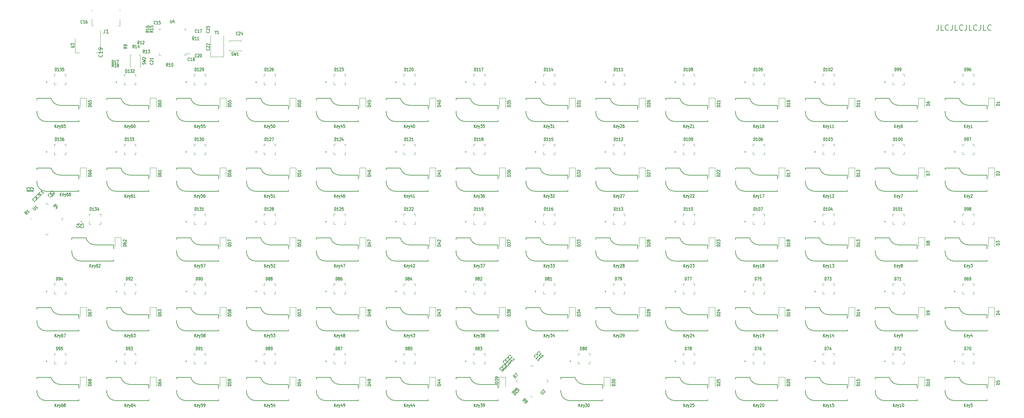
<source format=gbr>
G04 #@! TF.GenerationSoftware,KiCad,Pcbnew,(5.1.5)-3*
G04 #@! TF.CreationDate,2020-01-31T21:09:01-08:00*
G04 #@! TF.ProjectId,PCB,5043422e-6b69-4636-9164-5f7063625858,0.1*
G04 #@! TF.SameCoordinates,Original*
G04 #@! TF.FileFunction,Legend,Top*
G04 #@! TF.FilePolarity,Positive*
%FSLAX46Y46*%
G04 Gerber Fmt 4.6, Leading zero omitted, Abs format (unit mm)*
G04 Created by KiCad (PCBNEW (5.1.5)-3) date 2020-01-31 21:09:01*
%MOMM*%
%LPD*%
G04 APERTURE LIST*
%ADD10C,0.200000*%
%ADD11C,0.150000*%
%ADD12C,0.120000*%
%ADD13C,0.100000*%
%ADD14C,0.155000*%
%ADD15R,2.652000X2.602000*%
%ADD16C,4.089800*%
%ADD17C,3.102000*%
%ADD18R,0.552000X0.702000*%
%ADD19R,1.102000X2.002000*%
%ADD20R,1.902000X2.002000*%
%ADD21R,1.752000X1.402000*%
%ADD22R,1.527000X1.652000*%
%ADD23R,0.552000X1.482000*%
%ADD24R,1.602000X2.102000*%
%ADD25R,3.902000X2.102000*%
%ADD26R,1.002000X1.802000*%
%ADD27R,1.802000X1.002000*%
%ADD28C,3.402000*%
%ADD29R,1.502000X0.902000*%
%ADD30R,2.502000X2.102000*%
G04 APERTURE END LIST*
D10*
X341996428Y-87878571D02*
X341996428Y-88950000D01*
X341925000Y-89164285D01*
X341782142Y-89307142D01*
X341567857Y-89378571D01*
X341425000Y-89378571D01*
X343425000Y-89378571D02*
X342710714Y-89378571D01*
X342710714Y-87878571D01*
X344782142Y-89235714D02*
X344710714Y-89307142D01*
X344496428Y-89378571D01*
X344353571Y-89378571D01*
X344139285Y-89307142D01*
X343996428Y-89164285D01*
X343925000Y-89021428D01*
X343853571Y-88735714D01*
X343853571Y-88521428D01*
X343925000Y-88235714D01*
X343996428Y-88092857D01*
X344139285Y-87950000D01*
X344353571Y-87878571D01*
X344496428Y-87878571D01*
X344710714Y-87950000D01*
X344782142Y-88021428D01*
X345853571Y-87878571D02*
X345853571Y-88950000D01*
X345782142Y-89164285D01*
X345639285Y-89307142D01*
X345425000Y-89378571D01*
X345282142Y-89378571D01*
X347282142Y-89378571D02*
X346567857Y-89378571D01*
X346567857Y-87878571D01*
X348639285Y-89235714D02*
X348567857Y-89307142D01*
X348353571Y-89378571D01*
X348210714Y-89378571D01*
X347996428Y-89307142D01*
X347853571Y-89164285D01*
X347782142Y-89021428D01*
X347710714Y-88735714D01*
X347710714Y-88521428D01*
X347782142Y-88235714D01*
X347853571Y-88092857D01*
X347996428Y-87950000D01*
X348210714Y-87878571D01*
X348353571Y-87878571D01*
X348567857Y-87950000D01*
X348639285Y-88021428D01*
X349710714Y-87878571D02*
X349710714Y-88950000D01*
X349639285Y-89164285D01*
X349496428Y-89307142D01*
X349282142Y-89378571D01*
X349139285Y-89378571D01*
X351139285Y-89378571D02*
X350425000Y-89378571D01*
X350425000Y-87878571D01*
X352496428Y-89235714D02*
X352425000Y-89307142D01*
X352210714Y-89378571D01*
X352067857Y-89378571D01*
X351853571Y-89307142D01*
X351710714Y-89164285D01*
X351639285Y-89021428D01*
X351567857Y-88735714D01*
X351567857Y-88521428D01*
X351639285Y-88235714D01*
X351710714Y-88092857D01*
X351853571Y-87950000D01*
X352067857Y-87878571D01*
X352210714Y-87878571D01*
X352425000Y-87950000D01*
X352496428Y-88021428D01*
X353567857Y-87878571D02*
X353567857Y-88950000D01*
X353496428Y-89164285D01*
X353353571Y-89307142D01*
X353139285Y-89378571D01*
X352996428Y-89378571D01*
X354996428Y-89378571D02*
X354282142Y-89378571D01*
X354282142Y-87878571D01*
X356353571Y-89235714D02*
X356282142Y-89307142D01*
X356067857Y-89378571D01*
X355925000Y-89378571D01*
X355710714Y-89307142D01*
X355567857Y-89164285D01*
X355496428Y-89021428D01*
X355425000Y-88735714D01*
X355425000Y-88521428D01*
X355496428Y-88235714D01*
X355567857Y-88092857D01*
X355710714Y-87950000D01*
X355925000Y-87878571D01*
X356067857Y-87878571D01*
X356282142Y-87950000D01*
X356353571Y-88021428D01*
D11*
X240921199Y-171450351D02*
X240921199Y-171069351D01*
X232031199Y-171450351D02*
X240921199Y-171450351D01*
X229491199Y-168910351D02*
X229491199Y-168529351D01*
X229872199Y-165100351D02*
X229491199Y-165100351D01*
X233377037Y-165100351D02*
X229872199Y-165100351D01*
X240921199Y-167005351D02*
X235841199Y-167005351D01*
X240921199Y-168021351D02*
X240921199Y-167005351D01*
X233377037Y-165081391D02*
G75*
G03X235841199Y-167005351I2464162J616040D01*
G01*
X229491199Y-165481351D02*
X229491199Y-165100351D01*
X229491199Y-168910351D02*
G75*
G03X232031199Y-171450351I2540000J0D01*
G01*
D12*
X230786091Y-189159295D02*
X231175000Y-189548204D01*
X231175000Y-180751796D02*
X230786091Y-181140705D01*
X231563909Y-181140705D02*
X231175000Y-180751796D01*
X235573204Y-185150000D02*
X235184295Y-185538909D01*
X235184295Y-184761091D02*
X235573204Y-185150000D01*
X226776796Y-185150000D02*
X227165705Y-184761091D01*
X227165705Y-185538909D02*
X226776796Y-185150000D01*
X223925000Y-184100000D02*
X223925000Y-186650000D01*
X222225000Y-184100000D02*
X222225000Y-186650000D01*
X223925000Y-184100000D02*
X222225000Y-184100000D01*
D11*
X250445199Y-190500265D02*
X250445199Y-190119265D01*
X241555199Y-190500265D02*
X250445199Y-190500265D01*
X239015199Y-187960265D02*
X239015199Y-187579265D01*
X239396199Y-184150265D02*
X239015199Y-184150265D01*
X242901037Y-184150265D02*
X239396199Y-184150265D01*
X250445199Y-186055265D02*
X245365199Y-186055265D01*
X250445199Y-187071265D02*
X250445199Y-186055265D01*
X242901037Y-184131305D02*
G75*
G03X245365199Y-186055265I2464162J616040D01*
G01*
X239015199Y-184531265D02*
X239015199Y-184150265D01*
X239015199Y-187960265D02*
G75*
G03X241555199Y-190500265I2540000J0D01*
G01*
D12*
X94815705Y-140536091D02*
X94426796Y-140925000D01*
X103223204Y-140925000D02*
X102834295Y-140536091D01*
X102834295Y-141313909D02*
X103223204Y-140925000D01*
X98825000Y-145323204D02*
X98436091Y-144934295D01*
X99213909Y-144934295D02*
X98825000Y-145323204D01*
X98825000Y-136526796D02*
X99213909Y-136915705D01*
X98436091Y-136915705D02*
X98825000Y-136526796D01*
X118785000Y-83825000D02*
X118785000Y-84085000D01*
X118785000Y-86365000D02*
X118785000Y-88135000D01*
X118785000Y-88135000D02*
X118405000Y-88135000D01*
X111165000Y-88135000D02*
X111165000Y-86365000D01*
X111165000Y-84085000D02*
X111165000Y-83825000D01*
X111165000Y-88135000D02*
X111545000Y-88135000D01*
D11*
X117095199Y-152400365D02*
X117095199Y-152019365D01*
X108205199Y-152400365D02*
X117095199Y-152400365D01*
X105665199Y-149860365D02*
X105665199Y-149479365D01*
X106046199Y-146050365D02*
X105665199Y-146050365D01*
X109551037Y-146050365D02*
X106046199Y-146050365D01*
X117095199Y-147955365D02*
X112015199Y-147955365D01*
X117095199Y-148971365D02*
X117095199Y-147955365D01*
X109551037Y-146031405D02*
G75*
G03X112015199Y-147955365I2464162J616040D01*
G01*
X105665199Y-146431365D02*
X105665199Y-146050365D01*
X105665199Y-149860365D02*
G75*
G03X108205199Y-152400365I2540000J0D01*
G01*
D12*
X113435000Y-89450000D02*
X113435000Y-95460000D01*
X106615000Y-91700000D02*
X106615000Y-95460000D01*
X113435000Y-95460000D02*
X112175000Y-95460000D01*
X106615000Y-95460000D02*
X107875000Y-95460000D01*
D11*
X126620199Y-190500266D02*
X126620199Y-190119266D01*
X117730199Y-190500266D02*
X126620199Y-190500266D01*
X115190199Y-187960266D02*
X115190199Y-187579266D01*
X115571199Y-184150266D02*
X115190199Y-184150266D01*
X119076037Y-184150266D02*
X115571199Y-184150266D01*
X126620199Y-186055266D02*
X121540199Y-186055266D01*
X126620199Y-187071266D02*
X126620199Y-186055266D01*
X119076037Y-184131306D02*
G75*
G03X121540199Y-186055266I2464162J616040D01*
G01*
X115190199Y-184531266D02*
X115190199Y-184150266D01*
X115190199Y-187960266D02*
G75*
G03X117730199Y-190500266I2540000J0D01*
G01*
D12*
X151850000Y-92200000D02*
X151850000Y-92500000D01*
X148550000Y-92200000D02*
X151850000Y-92200000D01*
X148550000Y-92500000D02*
X148550000Y-92200000D01*
X151850000Y-95000000D02*
X151850000Y-94700000D01*
X148550000Y-95000000D02*
X151850000Y-95000000D01*
X148550000Y-94700000D02*
X148550000Y-95000000D01*
X124350000Y-99350000D02*
X124050000Y-99350000D01*
X124350000Y-96050000D02*
X124350000Y-99350000D01*
X124050000Y-96050000D02*
X124350000Y-96050000D01*
X121550000Y-99350000D02*
X121850000Y-99350000D01*
X121550000Y-96050000D02*
X121550000Y-99350000D01*
X121850000Y-96050000D02*
X121550000Y-96050000D01*
D11*
X355220274Y-114300350D02*
X355220274Y-113919350D01*
X346330274Y-114300350D02*
X355220274Y-114300350D01*
X343790274Y-111760350D02*
X343790274Y-111379350D01*
X344171274Y-107950350D02*
X343790274Y-107950350D01*
X347676112Y-107950350D02*
X344171274Y-107950350D01*
X355220274Y-109855350D02*
X350140274Y-109855350D01*
X355220274Y-110871350D02*
X355220274Y-109855350D01*
X347676112Y-107931390D02*
G75*
G03X350140274Y-109855350I2464162J616040D01*
G01*
X343790274Y-108331350D02*
X343790274Y-107950350D01*
X343790274Y-111760350D02*
G75*
G03X346330274Y-114300350I2540000J0D01*
G01*
X107570199Y-114300350D02*
X107570199Y-113919350D01*
X98680199Y-114300350D02*
X107570199Y-114300350D01*
X96140199Y-111760350D02*
X96140199Y-111379350D01*
X96521199Y-107950350D02*
X96140199Y-107950350D01*
X100026037Y-107950350D02*
X96521199Y-107950350D01*
X107570199Y-109855350D02*
X102490199Y-109855350D01*
X107570199Y-110871350D02*
X107570199Y-109855350D01*
X100026037Y-107931390D02*
G75*
G03X102490199Y-109855350I2464162J616040D01*
G01*
X96140199Y-108331350D02*
X96140199Y-107950350D01*
X96140199Y-111760350D02*
G75*
G03X98680199Y-114300350I2540000J0D01*
G01*
X126620199Y-114300350D02*
X126620199Y-113919350D01*
X117730199Y-114300350D02*
X126620199Y-114300350D01*
X115190199Y-111760350D02*
X115190199Y-111379350D01*
X115571199Y-107950350D02*
X115190199Y-107950350D01*
X119076037Y-107950350D02*
X115571199Y-107950350D01*
X126620199Y-109855350D02*
X121540199Y-109855350D01*
X126620199Y-110871350D02*
X126620199Y-109855350D01*
X119076037Y-107931390D02*
G75*
G03X121540199Y-109855350I2464162J616040D01*
G01*
X115190199Y-108331350D02*
X115190199Y-107950350D01*
X115190199Y-111760350D02*
G75*
G03X117730199Y-114300350I2540000J0D01*
G01*
X145670199Y-114300350D02*
X145670199Y-113919350D01*
X136780199Y-114300350D02*
X145670199Y-114300350D01*
X134240199Y-111760350D02*
X134240199Y-111379350D01*
X134621199Y-107950350D02*
X134240199Y-107950350D01*
X138126037Y-107950350D02*
X134621199Y-107950350D01*
X145670199Y-109855350D02*
X140590199Y-109855350D01*
X145670199Y-110871350D02*
X145670199Y-109855350D01*
X138126037Y-107931390D02*
G75*
G03X140590199Y-109855350I2464162J616040D01*
G01*
X134240199Y-108331350D02*
X134240199Y-107950350D01*
X134240199Y-111760350D02*
G75*
G03X136780199Y-114300350I2540000J0D01*
G01*
D10*
X136890199Y-103615350D02*
G75*
G03X136890199Y-103415350I0J100000D01*
G01*
X136890199Y-103415350D02*
G75*
G03X136890199Y-103615350I0J-100000D01*
G01*
X136890199Y-103415350D02*
X136890199Y-103415350D01*
X136890199Y-103615350D02*
X136890199Y-103615350D01*
D13*
X138990199Y-104215350D02*
X138990199Y-103540350D01*
X139490199Y-104215350D02*
X138990199Y-104215350D01*
X138990199Y-101415350D02*
X138990199Y-102090350D01*
X139490199Y-101415350D02*
X138990199Y-101415350D01*
X142190199Y-101415350D02*
X141690199Y-101415350D01*
X142190199Y-102090350D02*
X142190199Y-101415350D01*
X142190199Y-104215350D02*
X142190199Y-103540350D01*
X141690199Y-104215350D02*
X142190199Y-104215350D01*
D11*
X355220274Y-133350350D02*
X355220274Y-132969350D01*
X346330274Y-133350350D02*
X355220274Y-133350350D01*
X343790274Y-130810350D02*
X343790274Y-130429350D01*
X344171274Y-127000350D02*
X343790274Y-127000350D01*
X347676112Y-127000350D02*
X344171274Y-127000350D01*
X355220274Y-128905350D02*
X350140274Y-128905350D01*
X355220274Y-129921350D02*
X355220274Y-128905350D01*
X347676112Y-126981390D02*
G75*
G03X350140274Y-128905350I2464162J616040D01*
G01*
X343790274Y-127381350D02*
X343790274Y-127000350D01*
X343790274Y-130810350D02*
G75*
G03X346330274Y-133350350I2540000J0D01*
G01*
X355220274Y-152400365D02*
X355220274Y-152019365D01*
X346330274Y-152400365D02*
X355220274Y-152400365D01*
X343790274Y-149860365D02*
X343790274Y-149479365D01*
X344171274Y-146050365D02*
X343790274Y-146050365D01*
X347676112Y-146050365D02*
X344171274Y-146050365D01*
X355220274Y-147955365D02*
X350140274Y-147955365D01*
X355220274Y-148971365D02*
X355220274Y-147955365D01*
X347676112Y-146031405D02*
G75*
G03X350140274Y-147955365I2464162J616040D01*
G01*
X343790274Y-146431365D02*
X343790274Y-146050365D01*
X343790274Y-149860365D02*
G75*
G03X346330274Y-152400365I2540000J0D01*
G01*
X355220274Y-171450351D02*
X355220274Y-171069351D01*
X346330274Y-171450351D02*
X355220274Y-171450351D01*
X343790274Y-168910351D02*
X343790274Y-168529351D01*
X344171274Y-165100351D02*
X343790274Y-165100351D01*
X347676112Y-165100351D02*
X344171274Y-165100351D01*
X355220274Y-167005351D02*
X350140274Y-167005351D01*
X355220274Y-168021351D02*
X355220274Y-167005351D01*
X347676112Y-165081391D02*
G75*
G03X350140274Y-167005351I2464162J616040D01*
G01*
X343790274Y-165481351D02*
X343790274Y-165100351D01*
X343790274Y-168910351D02*
G75*
G03X346330274Y-171450351I2540000J0D01*
G01*
X355220275Y-190500265D02*
X355220275Y-190119265D01*
X346330275Y-190500265D02*
X355220275Y-190500265D01*
X343790275Y-187960265D02*
X343790275Y-187579265D01*
X344171275Y-184150265D02*
X343790275Y-184150265D01*
X347676113Y-184150265D02*
X344171275Y-184150265D01*
X355220275Y-186055265D02*
X350140275Y-186055265D01*
X355220275Y-187071265D02*
X355220275Y-186055265D01*
X347676113Y-184131305D02*
G75*
G03X350140275Y-186055265I2464162J616040D01*
G01*
X343790275Y-184531265D02*
X343790275Y-184150265D01*
X343790275Y-187960265D02*
G75*
G03X346330275Y-190500265I2540000J0D01*
G01*
X336170349Y-114300350D02*
X336170349Y-113919350D01*
X327280349Y-114300350D02*
X336170349Y-114300350D01*
X324740349Y-111760350D02*
X324740349Y-111379350D01*
X325121349Y-107950350D02*
X324740349Y-107950350D01*
X328626187Y-107950350D02*
X325121349Y-107950350D01*
X336170349Y-109855350D02*
X331090349Y-109855350D01*
X336170349Y-110871350D02*
X336170349Y-109855350D01*
X328626187Y-107931390D02*
G75*
G03X331090349Y-109855350I2464162J616040D01*
G01*
X324740349Y-108331350D02*
X324740349Y-107950350D01*
X324740349Y-111760350D02*
G75*
G03X327280349Y-114300350I2540000J0D01*
G01*
X336170349Y-133350350D02*
X336170349Y-132969350D01*
X327280349Y-133350350D02*
X336170349Y-133350350D01*
X324740349Y-130810350D02*
X324740349Y-130429350D01*
X325121349Y-127000350D02*
X324740349Y-127000350D01*
X328626187Y-127000350D02*
X325121349Y-127000350D01*
X336170349Y-128905350D02*
X331090349Y-128905350D01*
X336170349Y-129921350D02*
X336170349Y-128905350D01*
X328626187Y-126981390D02*
G75*
G03X331090349Y-128905350I2464162J616040D01*
G01*
X324740349Y-127381350D02*
X324740349Y-127000350D01*
X324740349Y-130810350D02*
G75*
G03X327280349Y-133350350I2540000J0D01*
G01*
X336170349Y-152400365D02*
X336170349Y-152019365D01*
X327280349Y-152400365D02*
X336170349Y-152400365D01*
X324740349Y-149860365D02*
X324740349Y-149479365D01*
X325121349Y-146050365D02*
X324740349Y-146050365D01*
X328626187Y-146050365D02*
X325121349Y-146050365D01*
X336170349Y-147955365D02*
X331090349Y-147955365D01*
X336170349Y-148971365D02*
X336170349Y-147955365D01*
X328626187Y-146031405D02*
G75*
G03X331090349Y-147955365I2464162J616040D01*
G01*
X324740349Y-146431365D02*
X324740349Y-146050365D01*
X324740349Y-149860365D02*
G75*
G03X327280349Y-152400365I2540000J0D01*
G01*
X336170349Y-171450351D02*
X336170349Y-171069351D01*
X327280349Y-171450351D02*
X336170349Y-171450351D01*
X324740349Y-168910351D02*
X324740349Y-168529351D01*
X325121349Y-165100351D02*
X324740349Y-165100351D01*
X328626187Y-165100351D02*
X325121349Y-165100351D01*
X336170349Y-167005351D02*
X331090349Y-167005351D01*
X336170349Y-168021351D02*
X336170349Y-167005351D01*
X328626187Y-165081391D02*
G75*
G03X331090349Y-167005351I2464162J616040D01*
G01*
X324740349Y-165481351D02*
X324740349Y-165100351D01*
X324740349Y-168910351D02*
G75*
G03X327280349Y-171450351I2540000J0D01*
G01*
X336170350Y-190500265D02*
X336170350Y-190119265D01*
X327280350Y-190500265D02*
X336170350Y-190500265D01*
X324740350Y-187960265D02*
X324740350Y-187579265D01*
X325121350Y-184150265D02*
X324740350Y-184150265D01*
X328626188Y-184150265D02*
X325121350Y-184150265D01*
X336170350Y-186055265D02*
X331090350Y-186055265D01*
X336170350Y-187071265D02*
X336170350Y-186055265D01*
X328626188Y-184131305D02*
G75*
G03X331090350Y-186055265I2464162J616040D01*
G01*
X324740350Y-184531265D02*
X324740350Y-184150265D01*
X324740350Y-187960265D02*
G75*
G03X327280350Y-190500265I2540000J0D01*
G01*
X317120349Y-114300350D02*
X317120349Y-113919350D01*
X308230349Y-114300350D02*
X317120349Y-114300350D01*
X305690349Y-111760350D02*
X305690349Y-111379350D01*
X306071349Y-107950350D02*
X305690349Y-107950350D01*
X309576187Y-107950350D02*
X306071349Y-107950350D01*
X317120349Y-109855350D02*
X312040349Y-109855350D01*
X317120349Y-110871350D02*
X317120349Y-109855350D01*
X309576187Y-107931390D02*
G75*
G03X312040349Y-109855350I2464162J616040D01*
G01*
X305690349Y-108331350D02*
X305690349Y-107950350D01*
X305690349Y-111760350D02*
G75*
G03X308230349Y-114300350I2540000J0D01*
G01*
X317120349Y-133350350D02*
X317120349Y-132969350D01*
X308230349Y-133350350D02*
X317120349Y-133350350D01*
X305690349Y-130810350D02*
X305690349Y-130429350D01*
X306071349Y-127000350D02*
X305690349Y-127000350D01*
X309576187Y-127000350D02*
X306071349Y-127000350D01*
X317120349Y-128905350D02*
X312040349Y-128905350D01*
X317120349Y-129921350D02*
X317120349Y-128905350D01*
X309576187Y-126981390D02*
G75*
G03X312040349Y-128905350I2464162J616040D01*
G01*
X305690349Y-127381350D02*
X305690349Y-127000350D01*
X305690349Y-130810350D02*
G75*
G03X308230349Y-133350350I2540000J0D01*
G01*
X317120349Y-152400365D02*
X317120349Y-152019365D01*
X308230349Y-152400365D02*
X317120349Y-152400365D01*
X305690349Y-149860365D02*
X305690349Y-149479365D01*
X306071349Y-146050365D02*
X305690349Y-146050365D01*
X309576187Y-146050365D02*
X306071349Y-146050365D01*
X317120349Y-147955365D02*
X312040349Y-147955365D01*
X317120349Y-148971365D02*
X317120349Y-147955365D01*
X309576187Y-146031405D02*
G75*
G03X312040349Y-147955365I2464162J616040D01*
G01*
X305690349Y-146431365D02*
X305690349Y-146050365D01*
X305690349Y-149860365D02*
G75*
G03X308230349Y-152400365I2540000J0D01*
G01*
X317120349Y-171450351D02*
X317120349Y-171069351D01*
X308230349Y-171450351D02*
X317120349Y-171450351D01*
X305690349Y-168910351D02*
X305690349Y-168529351D01*
X306071349Y-165100351D02*
X305690349Y-165100351D01*
X309576187Y-165100351D02*
X306071349Y-165100351D01*
X317120349Y-167005351D02*
X312040349Y-167005351D01*
X317120349Y-168021351D02*
X317120349Y-167005351D01*
X309576187Y-165081391D02*
G75*
G03X312040349Y-167005351I2464162J616040D01*
G01*
X305690349Y-165481351D02*
X305690349Y-165100351D01*
X305690349Y-168910351D02*
G75*
G03X308230349Y-171450351I2540000J0D01*
G01*
X317120350Y-190500265D02*
X317120350Y-190119265D01*
X308230350Y-190500265D02*
X317120350Y-190500265D01*
X305690350Y-187960265D02*
X305690350Y-187579265D01*
X306071350Y-184150265D02*
X305690350Y-184150265D01*
X309576188Y-184150265D02*
X306071350Y-184150265D01*
X317120350Y-186055265D02*
X312040350Y-186055265D01*
X317120350Y-187071265D02*
X317120350Y-186055265D01*
X309576188Y-184131305D02*
G75*
G03X312040350Y-186055265I2464162J616040D01*
G01*
X305690350Y-184531265D02*
X305690350Y-184150265D01*
X305690350Y-187960265D02*
G75*
G03X308230350Y-190500265I2540000J0D01*
G01*
X298070349Y-114300350D02*
X298070349Y-113919350D01*
X289180349Y-114300350D02*
X298070349Y-114300350D01*
X286640349Y-111760350D02*
X286640349Y-111379350D01*
X287021349Y-107950350D02*
X286640349Y-107950350D01*
X290526187Y-107950350D02*
X287021349Y-107950350D01*
X298070349Y-109855350D02*
X292990349Y-109855350D01*
X298070349Y-110871350D02*
X298070349Y-109855350D01*
X290526187Y-107931390D02*
G75*
G03X292990349Y-109855350I2464162J616040D01*
G01*
X286640349Y-108331350D02*
X286640349Y-107950350D01*
X286640349Y-111760350D02*
G75*
G03X289180349Y-114300350I2540000J0D01*
G01*
X298070349Y-133350350D02*
X298070349Y-132969350D01*
X289180349Y-133350350D02*
X298070349Y-133350350D01*
X286640349Y-130810350D02*
X286640349Y-130429350D01*
X287021349Y-127000350D02*
X286640349Y-127000350D01*
X290526187Y-127000350D02*
X287021349Y-127000350D01*
X298070349Y-128905350D02*
X292990349Y-128905350D01*
X298070349Y-129921350D02*
X298070349Y-128905350D01*
X290526187Y-126981390D02*
G75*
G03X292990349Y-128905350I2464162J616040D01*
G01*
X286640349Y-127381350D02*
X286640349Y-127000350D01*
X286640349Y-130810350D02*
G75*
G03X289180349Y-133350350I2540000J0D01*
G01*
X298070349Y-152400365D02*
X298070349Y-152019365D01*
X289180349Y-152400365D02*
X298070349Y-152400365D01*
X286640349Y-149860365D02*
X286640349Y-149479365D01*
X287021349Y-146050365D02*
X286640349Y-146050365D01*
X290526187Y-146050365D02*
X287021349Y-146050365D01*
X298070349Y-147955365D02*
X292990349Y-147955365D01*
X298070349Y-148971365D02*
X298070349Y-147955365D01*
X290526187Y-146031405D02*
G75*
G03X292990349Y-147955365I2464162J616040D01*
G01*
X286640349Y-146431365D02*
X286640349Y-146050365D01*
X286640349Y-149860365D02*
G75*
G03X289180349Y-152400365I2540000J0D01*
G01*
X298070349Y-171450351D02*
X298070349Y-171069351D01*
X289180349Y-171450351D02*
X298070349Y-171450351D01*
X286640349Y-168910351D02*
X286640349Y-168529351D01*
X287021349Y-165100351D02*
X286640349Y-165100351D01*
X290526187Y-165100351D02*
X287021349Y-165100351D01*
X298070349Y-167005351D02*
X292990349Y-167005351D01*
X298070349Y-168021351D02*
X298070349Y-167005351D01*
X290526187Y-165081391D02*
G75*
G03X292990349Y-167005351I2464162J616040D01*
G01*
X286640349Y-165481351D02*
X286640349Y-165100351D01*
X286640349Y-168910351D02*
G75*
G03X289180349Y-171450351I2540000J0D01*
G01*
X298070350Y-190500265D02*
X298070350Y-190119265D01*
X289180350Y-190500265D02*
X298070350Y-190500265D01*
X286640350Y-187960265D02*
X286640350Y-187579265D01*
X287021350Y-184150265D02*
X286640350Y-184150265D01*
X290526188Y-184150265D02*
X287021350Y-184150265D01*
X298070350Y-186055265D02*
X292990350Y-186055265D01*
X298070350Y-187071265D02*
X298070350Y-186055265D01*
X290526188Y-184131305D02*
G75*
G03X292990350Y-186055265I2464162J616040D01*
G01*
X286640350Y-184531265D02*
X286640350Y-184150265D01*
X286640350Y-187960265D02*
G75*
G03X289180350Y-190500265I2540000J0D01*
G01*
X279020349Y-114300350D02*
X279020349Y-113919350D01*
X270130349Y-114300350D02*
X279020349Y-114300350D01*
X267590349Y-111760350D02*
X267590349Y-111379350D01*
X267971349Y-107950350D02*
X267590349Y-107950350D01*
X271476187Y-107950350D02*
X267971349Y-107950350D01*
X279020349Y-109855350D02*
X273940349Y-109855350D01*
X279020349Y-110871350D02*
X279020349Y-109855350D01*
X271476187Y-107931390D02*
G75*
G03X273940349Y-109855350I2464162J616040D01*
G01*
X267590349Y-108331350D02*
X267590349Y-107950350D01*
X267590349Y-111760350D02*
G75*
G03X270130349Y-114300350I2540000J0D01*
G01*
X279020349Y-133350350D02*
X279020349Y-132969350D01*
X270130349Y-133350350D02*
X279020349Y-133350350D01*
X267590349Y-130810350D02*
X267590349Y-130429350D01*
X267971349Y-127000350D02*
X267590349Y-127000350D01*
X271476187Y-127000350D02*
X267971349Y-127000350D01*
X279020349Y-128905350D02*
X273940349Y-128905350D01*
X279020349Y-129921350D02*
X279020349Y-128905350D01*
X271476187Y-126981390D02*
G75*
G03X273940349Y-128905350I2464162J616040D01*
G01*
X267590349Y-127381350D02*
X267590349Y-127000350D01*
X267590349Y-130810350D02*
G75*
G03X270130349Y-133350350I2540000J0D01*
G01*
X279020349Y-152400365D02*
X279020349Y-152019365D01*
X270130349Y-152400365D02*
X279020349Y-152400365D01*
X267590349Y-149860365D02*
X267590349Y-149479365D01*
X267971349Y-146050365D02*
X267590349Y-146050365D01*
X271476187Y-146050365D02*
X267971349Y-146050365D01*
X279020349Y-147955365D02*
X273940349Y-147955365D01*
X279020349Y-148971365D02*
X279020349Y-147955365D01*
X271476187Y-146031405D02*
G75*
G03X273940349Y-147955365I2464162J616040D01*
G01*
X267590349Y-146431365D02*
X267590349Y-146050365D01*
X267590349Y-149860365D02*
G75*
G03X270130349Y-152400365I2540000J0D01*
G01*
X279020349Y-171450351D02*
X279020349Y-171069351D01*
X270130349Y-171450351D02*
X279020349Y-171450351D01*
X267590349Y-168910351D02*
X267590349Y-168529351D01*
X267971349Y-165100351D02*
X267590349Y-165100351D01*
X271476187Y-165100351D02*
X267971349Y-165100351D01*
X279020349Y-167005351D02*
X273940349Y-167005351D01*
X279020349Y-168021351D02*
X279020349Y-167005351D01*
X271476187Y-165081391D02*
G75*
G03X273940349Y-167005351I2464162J616040D01*
G01*
X267590349Y-165481351D02*
X267590349Y-165100351D01*
X267590349Y-168910351D02*
G75*
G03X270130349Y-171450351I2540000J0D01*
G01*
X279020350Y-190500265D02*
X279020350Y-190119265D01*
X270130350Y-190500265D02*
X279020350Y-190500265D01*
X267590350Y-187960265D02*
X267590350Y-187579265D01*
X267971350Y-184150265D02*
X267590350Y-184150265D01*
X271476188Y-184150265D02*
X267971350Y-184150265D01*
X279020350Y-186055265D02*
X273940350Y-186055265D01*
X279020350Y-187071265D02*
X279020350Y-186055265D01*
X271476188Y-184131305D02*
G75*
G03X273940350Y-186055265I2464162J616040D01*
G01*
X267590350Y-184531265D02*
X267590350Y-184150265D01*
X267590350Y-187960265D02*
G75*
G03X270130350Y-190500265I2540000J0D01*
G01*
X259971049Y-114300350D02*
X259971049Y-113919350D01*
X251081049Y-114300350D02*
X259971049Y-114300350D01*
X248541049Y-111760350D02*
X248541049Y-111379350D01*
X248922049Y-107950350D02*
X248541049Y-107950350D01*
X252426887Y-107950350D02*
X248922049Y-107950350D01*
X259971049Y-109855350D02*
X254891049Y-109855350D01*
X259971049Y-110871350D02*
X259971049Y-109855350D01*
X252426887Y-107931390D02*
G75*
G03X254891049Y-109855350I2464162J616040D01*
G01*
X248541049Y-108331350D02*
X248541049Y-107950350D01*
X248541049Y-111760350D02*
G75*
G03X251081049Y-114300350I2540000J0D01*
G01*
X259971049Y-133350350D02*
X259971049Y-132969350D01*
X251081049Y-133350350D02*
X259971049Y-133350350D01*
X248541049Y-130810350D02*
X248541049Y-130429350D01*
X248922049Y-127000350D02*
X248541049Y-127000350D01*
X252426887Y-127000350D02*
X248922049Y-127000350D01*
X259971049Y-128905350D02*
X254891049Y-128905350D01*
X259971049Y-129921350D02*
X259971049Y-128905350D01*
X252426887Y-126981390D02*
G75*
G03X254891049Y-128905350I2464162J616040D01*
G01*
X248541049Y-127381350D02*
X248541049Y-127000350D01*
X248541049Y-130810350D02*
G75*
G03X251081049Y-133350350I2540000J0D01*
G01*
X259971049Y-152400365D02*
X259971049Y-152019365D01*
X251081049Y-152400365D02*
X259971049Y-152400365D01*
X248541049Y-149860365D02*
X248541049Y-149479365D01*
X248922049Y-146050365D02*
X248541049Y-146050365D01*
X252426887Y-146050365D02*
X248922049Y-146050365D01*
X259971049Y-147955365D02*
X254891049Y-147955365D01*
X259971049Y-148971365D02*
X259971049Y-147955365D01*
X252426887Y-146031405D02*
G75*
G03X254891049Y-147955365I2464162J616040D01*
G01*
X248541049Y-146431365D02*
X248541049Y-146050365D01*
X248541049Y-149860365D02*
G75*
G03X251081049Y-152400365I2540000J0D01*
G01*
X259971049Y-171450351D02*
X259971049Y-171069351D01*
X251081049Y-171450351D02*
X259971049Y-171450351D01*
X248541049Y-168910351D02*
X248541049Y-168529351D01*
X248922049Y-165100351D02*
X248541049Y-165100351D01*
X252426887Y-165100351D02*
X248922049Y-165100351D01*
X259971049Y-167005351D02*
X254891049Y-167005351D01*
X259971049Y-168021351D02*
X259971049Y-167005351D01*
X252426887Y-165081391D02*
G75*
G03X254891049Y-167005351I2464162J616040D01*
G01*
X248541049Y-165481351D02*
X248541049Y-165100351D01*
X248541049Y-168910351D02*
G75*
G03X251081049Y-171450351I2540000J0D01*
G01*
X240921199Y-114300350D02*
X240921199Y-113919350D01*
X232031199Y-114300350D02*
X240921199Y-114300350D01*
X229491199Y-111760350D02*
X229491199Y-111379350D01*
X229872199Y-107950350D02*
X229491199Y-107950350D01*
X233377037Y-107950350D02*
X229872199Y-107950350D01*
X240921199Y-109855350D02*
X235841199Y-109855350D01*
X240921199Y-110871350D02*
X240921199Y-109855350D01*
X233377037Y-107931390D02*
G75*
G03X235841199Y-109855350I2464162J616040D01*
G01*
X229491199Y-108331350D02*
X229491199Y-107950350D01*
X229491199Y-111760350D02*
G75*
G03X232031199Y-114300350I2540000J0D01*
G01*
X240921199Y-133350350D02*
X240921199Y-132969350D01*
X232031199Y-133350350D02*
X240921199Y-133350350D01*
X229491199Y-130810350D02*
X229491199Y-130429350D01*
X229872199Y-127000350D02*
X229491199Y-127000350D01*
X233377037Y-127000350D02*
X229872199Y-127000350D01*
X240921199Y-128905350D02*
X235841199Y-128905350D01*
X240921199Y-129921350D02*
X240921199Y-128905350D01*
X233377037Y-126981390D02*
G75*
G03X235841199Y-128905350I2464162J616040D01*
G01*
X229491199Y-127381350D02*
X229491199Y-127000350D01*
X229491199Y-130810350D02*
G75*
G03X232031199Y-133350350I2540000J0D01*
G01*
X240921199Y-152400365D02*
X240921199Y-152019365D01*
X232031199Y-152400365D02*
X240921199Y-152400365D01*
X229491199Y-149860365D02*
X229491199Y-149479365D01*
X229872199Y-146050365D02*
X229491199Y-146050365D01*
X233377037Y-146050365D02*
X229872199Y-146050365D01*
X240921199Y-147955365D02*
X235841199Y-147955365D01*
X240921199Y-148971365D02*
X240921199Y-147955365D01*
X233377037Y-146031405D02*
G75*
G03X235841199Y-147955365I2464162J616040D01*
G01*
X229491199Y-146431365D02*
X229491199Y-146050365D01*
X229491199Y-149860365D02*
G75*
G03X232031199Y-152400365I2540000J0D01*
G01*
X221870200Y-114300350D02*
X221870200Y-113919350D01*
X212980200Y-114300350D02*
X221870200Y-114300350D01*
X210440200Y-111760350D02*
X210440200Y-111379350D01*
X210821200Y-107950350D02*
X210440200Y-107950350D01*
X214326038Y-107950350D02*
X210821200Y-107950350D01*
X221870200Y-109855350D02*
X216790200Y-109855350D01*
X221870200Y-110871350D02*
X221870200Y-109855350D01*
X214326038Y-107931390D02*
G75*
G03X216790200Y-109855350I2464162J616040D01*
G01*
X210440200Y-108331350D02*
X210440200Y-107950350D01*
X210440200Y-111760350D02*
G75*
G03X212980200Y-114300350I2540000J0D01*
G01*
X221870200Y-133350351D02*
X221870200Y-132969351D01*
X212980200Y-133350351D02*
X221870200Y-133350351D01*
X210440200Y-130810351D02*
X210440200Y-130429351D01*
X210821200Y-127000351D02*
X210440200Y-127000351D01*
X214326038Y-127000351D02*
X210821200Y-127000351D01*
X221870200Y-128905351D02*
X216790200Y-128905351D01*
X221870200Y-129921351D02*
X221870200Y-128905351D01*
X214326038Y-126981391D02*
G75*
G03X216790200Y-128905351I2464162J616040D01*
G01*
X210440200Y-127381351D02*
X210440200Y-127000351D01*
X210440200Y-130810351D02*
G75*
G03X212980200Y-133350351I2540000J0D01*
G01*
X221870200Y-152400365D02*
X221870200Y-152019365D01*
X212980200Y-152400365D02*
X221870200Y-152400365D01*
X210440200Y-149860365D02*
X210440200Y-149479365D01*
X210821200Y-146050365D02*
X210440200Y-146050365D01*
X214326038Y-146050365D02*
X210821200Y-146050365D01*
X221870200Y-147955365D02*
X216790200Y-147955365D01*
X221870200Y-148971365D02*
X221870200Y-147955365D01*
X214326038Y-146031405D02*
G75*
G03X216790200Y-147955365I2464162J616040D01*
G01*
X210440200Y-146431365D02*
X210440200Y-146050365D01*
X210440200Y-149860365D02*
G75*
G03X212980200Y-152400365I2540000J0D01*
G01*
X221870200Y-171450351D02*
X221870200Y-171069351D01*
X212980200Y-171450351D02*
X221870200Y-171450351D01*
X210440200Y-168910351D02*
X210440200Y-168529351D01*
X210821200Y-165100351D02*
X210440200Y-165100351D01*
X214326038Y-165100351D02*
X210821200Y-165100351D01*
X221870200Y-167005351D02*
X216790200Y-167005351D01*
X221870200Y-168021351D02*
X221870200Y-167005351D01*
X214326038Y-165081391D02*
G75*
G03X216790200Y-167005351I2464162J616040D01*
G01*
X210440200Y-165481351D02*
X210440200Y-165100351D01*
X210440200Y-168910351D02*
G75*
G03X212980200Y-171450351I2540000J0D01*
G01*
X221870200Y-190500266D02*
X221870200Y-190119266D01*
X212980200Y-190500266D02*
X221870200Y-190500266D01*
X210440200Y-187960266D02*
X210440200Y-187579266D01*
X210821200Y-184150266D02*
X210440200Y-184150266D01*
X214326038Y-184150266D02*
X210821200Y-184150266D01*
X221870200Y-186055266D02*
X216790200Y-186055266D01*
X221870200Y-187071266D02*
X221870200Y-186055266D01*
X214326038Y-184131306D02*
G75*
G03X216790200Y-186055266I2464162J616040D01*
G01*
X210440200Y-184531266D02*
X210440200Y-184150266D01*
X210440200Y-187960266D02*
G75*
G03X212980200Y-190500266I2540000J0D01*
G01*
X202820199Y-114300350D02*
X202820199Y-113919350D01*
X193930199Y-114300350D02*
X202820199Y-114300350D01*
X191390199Y-111760350D02*
X191390199Y-111379350D01*
X191771199Y-107950350D02*
X191390199Y-107950350D01*
X195276037Y-107950350D02*
X191771199Y-107950350D01*
X202820199Y-109855350D02*
X197740199Y-109855350D01*
X202820199Y-110871350D02*
X202820199Y-109855350D01*
X195276037Y-107931390D02*
G75*
G03X197740199Y-109855350I2464162J616040D01*
G01*
X191390199Y-108331350D02*
X191390199Y-107950350D01*
X191390199Y-111760350D02*
G75*
G03X193930199Y-114300350I2540000J0D01*
G01*
X202820199Y-133350351D02*
X202820199Y-132969351D01*
X193930199Y-133350351D02*
X202820199Y-133350351D01*
X191390199Y-130810351D02*
X191390199Y-130429351D01*
X191771199Y-127000351D02*
X191390199Y-127000351D01*
X195276037Y-127000351D02*
X191771199Y-127000351D01*
X202820199Y-128905351D02*
X197740199Y-128905351D01*
X202820199Y-129921351D02*
X202820199Y-128905351D01*
X195276037Y-126981391D02*
G75*
G03X197740199Y-128905351I2464162J616040D01*
G01*
X191390199Y-127381351D02*
X191390199Y-127000351D01*
X191390199Y-130810351D02*
G75*
G03X193930199Y-133350351I2540000J0D01*
G01*
X202820199Y-152400365D02*
X202820199Y-152019365D01*
X193930199Y-152400365D02*
X202820199Y-152400365D01*
X191390199Y-149860365D02*
X191390199Y-149479365D01*
X191771199Y-146050365D02*
X191390199Y-146050365D01*
X195276037Y-146050365D02*
X191771199Y-146050365D01*
X202820199Y-147955365D02*
X197740199Y-147955365D01*
X202820199Y-148971365D02*
X202820199Y-147955365D01*
X195276037Y-146031405D02*
G75*
G03X197740199Y-147955365I2464162J616040D01*
G01*
X191390199Y-146431365D02*
X191390199Y-146050365D01*
X191390199Y-149860365D02*
G75*
G03X193930199Y-152400365I2540000J0D01*
G01*
X202820199Y-171450351D02*
X202820199Y-171069351D01*
X193930199Y-171450351D02*
X202820199Y-171450351D01*
X191390199Y-168910351D02*
X191390199Y-168529351D01*
X191771199Y-165100351D02*
X191390199Y-165100351D01*
X195276037Y-165100351D02*
X191771199Y-165100351D01*
X202820199Y-167005351D02*
X197740199Y-167005351D01*
X202820199Y-168021351D02*
X202820199Y-167005351D01*
X195276037Y-165081391D02*
G75*
G03X197740199Y-167005351I2464162J616040D01*
G01*
X191390199Y-165481351D02*
X191390199Y-165100351D01*
X191390199Y-168910351D02*
G75*
G03X193930199Y-171450351I2540000J0D01*
G01*
X202820199Y-190500266D02*
X202820199Y-190119266D01*
X193930199Y-190500266D02*
X202820199Y-190500266D01*
X191390199Y-187960266D02*
X191390199Y-187579266D01*
X191771199Y-184150266D02*
X191390199Y-184150266D01*
X195276037Y-184150266D02*
X191771199Y-184150266D01*
X202820199Y-186055266D02*
X197740199Y-186055266D01*
X202820199Y-187071266D02*
X202820199Y-186055266D01*
X195276037Y-184131306D02*
G75*
G03X197740199Y-186055266I2464162J616040D01*
G01*
X191390199Y-184531266D02*
X191390199Y-184150266D01*
X191390199Y-187960266D02*
G75*
G03X193930199Y-190500266I2540000J0D01*
G01*
X183770199Y-114300350D02*
X183770199Y-113919350D01*
X174880199Y-114300350D02*
X183770199Y-114300350D01*
X172340199Y-111760350D02*
X172340199Y-111379350D01*
X172721199Y-107950350D02*
X172340199Y-107950350D01*
X176226037Y-107950350D02*
X172721199Y-107950350D01*
X183770199Y-109855350D02*
X178690199Y-109855350D01*
X183770199Y-110871350D02*
X183770199Y-109855350D01*
X176226037Y-107931390D02*
G75*
G03X178690199Y-109855350I2464162J616040D01*
G01*
X172340199Y-108331350D02*
X172340199Y-107950350D01*
X172340199Y-111760350D02*
G75*
G03X174880199Y-114300350I2540000J0D01*
G01*
X183770199Y-133350351D02*
X183770199Y-132969351D01*
X174880199Y-133350351D02*
X183770199Y-133350351D01*
X172340199Y-130810351D02*
X172340199Y-130429351D01*
X172721199Y-127000351D02*
X172340199Y-127000351D01*
X176226037Y-127000351D02*
X172721199Y-127000351D01*
X183770199Y-128905351D02*
X178690199Y-128905351D01*
X183770199Y-129921351D02*
X183770199Y-128905351D01*
X176226037Y-126981391D02*
G75*
G03X178690199Y-128905351I2464162J616040D01*
G01*
X172340199Y-127381351D02*
X172340199Y-127000351D01*
X172340199Y-130810351D02*
G75*
G03X174880199Y-133350351I2540000J0D01*
G01*
X183770199Y-152400365D02*
X183770199Y-152019365D01*
X174880199Y-152400365D02*
X183770199Y-152400365D01*
X172340199Y-149860365D02*
X172340199Y-149479365D01*
X172721199Y-146050365D02*
X172340199Y-146050365D01*
X176226037Y-146050365D02*
X172721199Y-146050365D01*
X183770199Y-147955365D02*
X178690199Y-147955365D01*
X183770199Y-148971365D02*
X183770199Y-147955365D01*
X176226037Y-146031405D02*
G75*
G03X178690199Y-147955365I2464162J616040D01*
G01*
X172340199Y-146431365D02*
X172340199Y-146050365D01*
X172340199Y-149860365D02*
G75*
G03X174880199Y-152400365I2540000J0D01*
G01*
X183770199Y-171450351D02*
X183770199Y-171069351D01*
X174880199Y-171450351D02*
X183770199Y-171450351D01*
X172340199Y-168910351D02*
X172340199Y-168529351D01*
X172721199Y-165100351D02*
X172340199Y-165100351D01*
X176226037Y-165100351D02*
X172721199Y-165100351D01*
X183770199Y-167005351D02*
X178690199Y-167005351D01*
X183770199Y-168021351D02*
X183770199Y-167005351D01*
X176226037Y-165081391D02*
G75*
G03X178690199Y-167005351I2464162J616040D01*
G01*
X172340199Y-165481351D02*
X172340199Y-165100351D01*
X172340199Y-168910351D02*
G75*
G03X174880199Y-171450351I2540000J0D01*
G01*
X183770199Y-190500266D02*
X183770199Y-190119266D01*
X174880199Y-190500266D02*
X183770199Y-190500266D01*
X172340199Y-187960266D02*
X172340199Y-187579266D01*
X172721199Y-184150266D02*
X172340199Y-184150266D01*
X176226037Y-184150266D02*
X172721199Y-184150266D01*
X183770199Y-186055266D02*
X178690199Y-186055266D01*
X183770199Y-187071266D02*
X183770199Y-186055266D01*
X176226037Y-184131306D02*
G75*
G03X178690199Y-186055266I2464162J616040D01*
G01*
X172340199Y-184531266D02*
X172340199Y-184150266D01*
X172340199Y-187960266D02*
G75*
G03X174880199Y-190500266I2540000J0D01*
G01*
X164720199Y-114300350D02*
X164720199Y-113919350D01*
X155830199Y-114300350D02*
X164720199Y-114300350D01*
X153290199Y-111760350D02*
X153290199Y-111379350D01*
X153671199Y-107950350D02*
X153290199Y-107950350D01*
X157176037Y-107950350D02*
X153671199Y-107950350D01*
X164720199Y-109855350D02*
X159640199Y-109855350D01*
X164720199Y-110871350D02*
X164720199Y-109855350D01*
X157176037Y-107931390D02*
G75*
G03X159640199Y-109855350I2464162J616040D01*
G01*
X153290199Y-108331350D02*
X153290199Y-107950350D01*
X153290199Y-111760350D02*
G75*
G03X155830199Y-114300350I2540000J0D01*
G01*
X164720199Y-133350351D02*
X164720199Y-132969351D01*
X155830199Y-133350351D02*
X164720199Y-133350351D01*
X153290199Y-130810351D02*
X153290199Y-130429351D01*
X153671199Y-127000351D02*
X153290199Y-127000351D01*
X157176037Y-127000351D02*
X153671199Y-127000351D01*
X164720199Y-128905351D02*
X159640199Y-128905351D01*
X164720199Y-129921351D02*
X164720199Y-128905351D01*
X157176037Y-126981391D02*
G75*
G03X159640199Y-128905351I2464162J616040D01*
G01*
X153290199Y-127381351D02*
X153290199Y-127000351D01*
X153290199Y-130810351D02*
G75*
G03X155830199Y-133350351I2540000J0D01*
G01*
X164720199Y-152400365D02*
X164720199Y-152019365D01*
X155830199Y-152400365D02*
X164720199Y-152400365D01*
X153290199Y-149860365D02*
X153290199Y-149479365D01*
X153671199Y-146050365D02*
X153290199Y-146050365D01*
X157176037Y-146050365D02*
X153671199Y-146050365D01*
X164720199Y-147955365D02*
X159640199Y-147955365D01*
X164720199Y-148971365D02*
X164720199Y-147955365D01*
X157176037Y-146031405D02*
G75*
G03X159640199Y-147955365I2464162J616040D01*
G01*
X153290199Y-146431365D02*
X153290199Y-146050365D01*
X153290199Y-149860365D02*
G75*
G03X155830199Y-152400365I2540000J0D01*
G01*
X164720199Y-171450351D02*
X164720199Y-171069351D01*
X155830199Y-171450351D02*
X164720199Y-171450351D01*
X153290199Y-168910351D02*
X153290199Y-168529351D01*
X153671199Y-165100351D02*
X153290199Y-165100351D01*
X157176037Y-165100351D02*
X153671199Y-165100351D01*
X164720199Y-167005351D02*
X159640199Y-167005351D01*
X164720199Y-168021351D02*
X164720199Y-167005351D01*
X157176037Y-165081391D02*
G75*
G03X159640199Y-167005351I2464162J616040D01*
G01*
X153290199Y-165481351D02*
X153290199Y-165100351D01*
X153290199Y-168910351D02*
G75*
G03X155830199Y-171450351I2540000J0D01*
G01*
X164720199Y-190500266D02*
X164720199Y-190119266D01*
X155830199Y-190500266D02*
X164720199Y-190500266D01*
X153290199Y-187960266D02*
X153290199Y-187579266D01*
X153671199Y-184150266D02*
X153290199Y-184150266D01*
X157176037Y-184150266D02*
X153671199Y-184150266D01*
X164720199Y-186055266D02*
X159640199Y-186055266D01*
X164720199Y-187071266D02*
X164720199Y-186055266D01*
X157176037Y-184131306D02*
G75*
G03X159640199Y-186055266I2464162J616040D01*
G01*
X153290199Y-184531266D02*
X153290199Y-184150266D01*
X153290199Y-187960266D02*
G75*
G03X155830199Y-190500266I2540000J0D01*
G01*
X145670199Y-133350351D02*
X145670199Y-132969351D01*
X136780199Y-133350351D02*
X145670199Y-133350351D01*
X134240199Y-130810351D02*
X134240199Y-130429351D01*
X134621199Y-127000351D02*
X134240199Y-127000351D01*
X138126037Y-127000351D02*
X134621199Y-127000351D01*
X145670199Y-128905351D02*
X140590199Y-128905351D01*
X145670199Y-129921351D02*
X145670199Y-128905351D01*
X138126037Y-126981391D02*
G75*
G03X140590199Y-128905351I2464162J616040D01*
G01*
X134240199Y-127381351D02*
X134240199Y-127000351D01*
X134240199Y-130810351D02*
G75*
G03X136780199Y-133350351I2540000J0D01*
G01*
X145670199Y-152400365D02*
X145670199Y-152019365D01*
X136780199Y-152400365D02*
X145670199Y-152400365D01*
X134240199Y-149860365D02*
X134240199Y-149479365D01*
X134621199Y-146050365D02*
X134240199Y-146050365D01*
X138126037Y-146050365D02*
X134621199Y-146050365D01*
X145670199Y-147955365D02*
X140590199Y-147955365D01*
X145670199Y-148971365D02*
X145670199Y-147955365D01*
X138126037Y-146031405D02*
G75*
G03X140590199Y-147955365I2464162J616040D01*
G01*
X134240199Y-146431365D02*
X134240199Y-146050365D01*
X134240199Y-149860365D02*
G75*
G03X136780199Y-152400365I2540000J0D01*
G01*
X145670199Y-171450351D02*
X145670199Y-171069351D01*
X136780199Y-171450351D02*
X145670199Y-171450351D01*
X134240199Y-168910351D02*
X134240199Y-168529351D01*
X134621199Y-165100351D02*
X134240199Y-165100351D01*
X138126037Y-165100351D02*
X134621199Y-165100351D01*
X145670199Y-167005351D02*
X140590199Y-167005351D01*
X145670199Y-168021351D02*
X145670199Y-167005351D01*
X138126037Y-165081391D02*
G75*
G03X140590199Y-167005351I2464162J616040D01*
G01*
X134240199Y-165481351D02*
X134240199Y-165100351D01*
X134240199Y-168910351D02*
G75*
G03X136780199Y-171450351I2540000J0D01*
G01*
X145670199Y-190500266D02*
X145670199Y-190119266D01*
X136780199Y-190500266D02*
X145670199Y-190500266D01*
X134240199Y-187960266D02*
X134240199Y-187579266D01*
X134621199Y-184150266D02*
X134240199Y-184150266D01*
X138126037Y-184150266D02*
X134621199Y-184150266D01*
X145670199Y-186055266D02*
X140590199Y-186055266D01*
X145670199Y-187071266D02*
X145670199Y-186055266D01*
X138126037Y-184131306D02*
G75*
G03X140590199Y-186055266I2464162J616040D01*
G01*
X134240199Y-184531266D02*
X134240199Y-184150266D01*
X134240199Y-187960266D02*
G75*
G03X136780199Y-190500266I2540000J0D01*
G01*
X126620199Y-133350351D02*
X126620199Y-132969351D01*
X117730199Y-133350351D02*
X126620199Y-133350351D01*
X115190199Y-130810351D02*
X115190199Y-130429351D01*
X115571199Y-127000351D02*
X115190199Y-127000351D01*
X119076037Y-127000351D02*
X115571199Y-127000351D01*
X126620199Y-128905351D02*
X121540199Y-128905351D01*
X126620199Y-129921351D02*
X126620199Y-128905351D01*
X119076037Y-126981391D02*
G75*
G03X121540199Y-128905351I2464162J616040D01*
G01*
X115190199Y-127381351D02*
X115190199Y-127000351D01*
X115190199Y-130810351D02*
G75*
G03X117730199Y-133350351I2540000J0D01*
G01*
X126620199Y-171450351D02*
X126620199Y-171069351D01*
X117730199Y-171450351D02*
X126620199Y-171450351D01*
X115190199Y-168910351D02*
X115190199Y-168529351D01*
X115571199Y-165100351D02*
X115190199Y-165100351D01*
X119076037Y-165100351D02*
X115571199Y-165100351D01*
X126620199Y-167005351D02*
X121540199Y-167005351D01*
X126620199Y-168021351D02*
X126620199Y-167005351D01*
X119076037Y-165081391D02*
G75*
G03X121540199Y-167005351I2464162J616040D01*
G01*
X115190199Y-165481351D02*
X115190199Y-165100351D01*
X115190199Y-168910351D02*
G75*
G03X117730199Y-171450351I2540000J0D01*
G01*
X107570199Y-133350351D02*
X107570199Y-132969351D01*
X98680199Y-133350351D02*
X107570199Y-133350351D01*
X96140199Y-130810351D02*
X96140199Y-130429351D01*
X96521199Y-127000351D02*
X96140199Y-127000351D01*
X100026037Y-127000351D02*
X96521199Y-127000351D01*
X107570199Y-128905351D02*
X102490199Y-128905351D01*
X107570199Y-129921351D02*
X107570199Y-128905351D01*
X100026037Y-126981391D02*
G75*
G03X102490199Y-128905351I2464162J616040D01*
G01*
X96140199Y-127381351D02*
X96140199Y-127000351D01*
X96140199Y-130810351D02*
G75*
G03X98680199Y-133350351I2540000J0D01*
G01*
X107570199Y-171450351D02*
X107570199Y-171069351D01*
X98680199Y-171450351D02*
X107570199Y-171450351D01*
X96140199Y-168910351D02*
X96140199Y-168529351D01*
X96521199Y-165100351D02*
X96140199Y-165100351D01*
X100026037Y-165100351D02*
X96521199Y-165100351D01*
X107570199Y-167005351D02*
X102490199Y-167005351D01*
X107570199Y-168021351D02*
X107570199Y-167005351D01*
X100026037Y-165081391D02*
G75*
G03X102490199Y-167005351I2464162J616040D01*
G01*
X96140199Y-165481351D02*
X96140199Y-165100351D01*
X96140199Y-168910351D02*
G75*
G03X98680199Y-171450351I2540000J0D01*
G01*
X107570199Y-190500266D02*
X107570199Y-190119266D01*
X98680199Y-190500266D02*
X107570199Y-190500266D01*
X96140199Y-187960266D02*
X96140199Y-187579266D01*
X96521199Y-184150266D02*
X96140199Y-184150266D01*
X100026037Y-184150266D02*
X96521199Y-184150266D01*
X107570199Y-186055266D02*
X102490199Y-186055266D01*
X107570199Y-187071266D02*
X107570199Y-186055266D01*
X100026037Y-184131306D02*
G75*
G03X102490199Y-186055266I2464162J616040D01*
G01*
X96140199Y-184531266D02*
X96140199Y-184150266D01*
X96140199Y-187960266D02*
G75*
G03X98680199Y-190500266I2540000J0D01*
G01*
D10*
X346440274Y-160765351D02*
G75*
G03X346440274Y-160565351I0J100000D01*
G01*
X346440274Y-160565351D02*
G75*
G03X346440274Y-160765351I0J-100000D01*
G01*
X346440274Y-160565351D02*
X346440274Y-160565351D01*
X346440274Y-160765351D02*
X346440274Y-160765351D01*
D13*
X348540274Y-161365351D02*
X348540274Y-160690351D01*
X349040274Y-161365351D02*
X348540274Y-161365351D01*
X348540274Y-158565351D02*
X348540274Y-159240351D01*
X349040274Y-158565351D02*
X348540274Y-158565351D01*
X351740274Y-158565351D02*
X351240274Y-158565351D01*
X351740274Y-159240351D02*
X351740274Y-158565351D01*
X351740274Y-161365351D02*
X351740274Y-160690351D01*
X351240274Y-161365351D02*
X351740274Y-161365351D01*
D10*
X346440275Y-179815265D02*
G75*
G03X346440275Y-179615265I0J100000D01*
G01*
X346440275Y-179615265D02*
G75*
G03X346440275Y-179815265I0J-100000D01*
G01*
X346440275Y-179615265D02*
X346440275Y-179615265D01*
X346440275Y-179815265D02*
X346440275Y-179815265D01*
D13*
X348540275Y-180415265D02*
X348540275Y-179740265D01*
X349040275Y-180415265D02*
X348540275Y-180415265D01*
X348540275Y-177615265D02*
X348540275Y-178290265D01*
X349040275Y-177615265D02*
X348540275Y-177615265D01*
X351740275Y-177615265D02*
X351240275Y-177615265D01*
X351740275Y-178290265D02*
X351740275Y-177615265D01*
X351740275Y-180415265D02*
X351740275Y-179740265D01*
X351240275Y-180415265D02*
X351740275Y-180415265D01*
D10*
X327390349Y-160765351D02*
G75*
G03X327390349Y-160565351I0J100000D01*
G01*
X327390349Y-160565351D02*
G75*
G03X327390349Y-160765351I0J-100000D01*
G01*
X327390349Y-160565351D02*
X327390349Y-160565351D01*
X327390349Y-160765351D02*
X327390349Y-160765351D01*
D13*
X329490349Y-161365351D02*
X329490349Y-160690351D01*
X329990349Y-161365351D02*
X329490349Y-161365351D01*
X329490349Y-158565351D02*
X329490349Y-159240351D01*
X329990349Y-158565351D02*
X329490349Y-158565351D01*
X332690349Y-158565351D02*
X332190349Y-158565351D01*
X332690349Y-159240351D02*
X332690349Y-158565351D01*
X332690349Y-161365351D02*
X332690349Y-160690351D01*
X332190349Y-161365351D02*
X332690349Y-161365351D01*
D10*
X327390350Y-179815265D02*
G75*
G03X327390350Y-179615265I0J100000D01*
G01*
X327390350Y-179615265D02*
G75*
G03X327390350Y-179815265I0J-100000D01*
G01*
X327390350Y-179615265D02*
X327390350Y-179615265D01*
X327390350Y-179815265D02*
X327390350Y-179815265D01*
D13*
X329490350Y-180415265D02*
X329490350Y-179740265D01*
X329990350Y-180415265D02*
X329490350Y-180415265D01*
X329490350Y-177615265D02*
X329490350Y-178290265D01*
X329990350Y-177615265D02*
X329490350Y-177615265D01*
X332690350Y-177615265D02*
X332190350Y-177615265D01*
X332690350Y-178290265D02*
X332690350Y-177615265D01*
X332690350Y-180415265D02*
X332690350Y-179740265D01*
X332190350Y-180415265D02*
X332690350Y-180415265D01*
D10*
X308340349Y-160765351D02*
G75*
G03X308340349Y-160565351I0J100000D01*
G01*
X308340349Y-160565351D02*
G75*
G03X308340349Y-160765351I0J-100000D01*
G01*
X308340349Y-160565351D02*
X308340349Y-160565351D01*
X308340349Y-160765351D02*
X308340349Y-160765351D01*
D13*
X310440349Y-161365351D02*
X310440349Y-160690351D01*
X310940349Y-161365351D02*
X310440349Y-161365351D01*
X310440349Y-158565351D02*
X310440349Y-159240351D01*
X310940349Y-158565351D02*
X310440349Y-158565351D01*
X313640349Y-158565351D02*
X313140349Y-158565351D01*
X313640349Y-159240351D02*
X313640349Y-158565351D01*
X313640349Y-161365351D02*
X313640349Y-160690351D01*
X313140349Y-161365351D02*
X313640349Y-161365351D01*
D10*
X308340350Y-179815265D02*
G75*
G03X308340350Y-179615265I0J100000D01*
G01*
X308340350Y-179615265D02*
G75*
G03X308340350Y-179815265I0J-100000D01*
G01*
X308340350Y-179615265D02*
X308340350Y-179615265D01*
X308340350Y-179815265D02*
X308340350Y-179815265D01*
D13*
X310440350Y-180415265D02*
X310440350Y-179740265D01*
X310940350Y-180415265D02*
X310440350Y-180415265D01*
X310440350Y-177615265D02*
X310440350Y-178290265D01*
X310940350Y-177615265D02*
X310440350Y-177615265D01*
X313640350Y-177615265D02*
X313140350Y-177615265D01*
X313640350Y-178290265D02*
X313640350Y-177615265D01*
X313640350Y-180415265D02*
X313640350Y-179740265D01*
X313140350Y-180415265D02*
X313640350Y-180415265D01*
D10*
X289290349Y-160765351D02*
G75*
G03X289290349Y-160565351I0J100000D01*
G01*
X289290349Y-160565351D02*
G75*
G03X289290349Y-160765351I0J-100000D01*
G01*
X289290349Y-160565351D02*
X289290349Y-160565351D01*
X289290349Y-160765351D02*
X289290349Y-160765351D01*
D13*
X291390349Y-161365351D02*
X291390349Y-160690351D01*
X291890349Y-161365351D02*
X291390349Y-161365351D01*
X291390349Y-158565351D02*
X291390349Y-159240351D01*
X291890349Y-158565351D02*
X291390349Y-158565351D01*
X294590349Y-158565351D02*
X294090349Y-158565351D01*
X294590349Y-159240351D02*
X294590349Y-158565351D01*
X294590349Y-161365351D02*
X294590349Y-160690351D01*
X294090349Y-161365351D02*
X294590349Y-161365351D01*
D10*
X289290350Y-179815265D02*
G75*
G03X289290350Y-179615265I0J100000D01*
G01*
X289290350Y-179615265D02*
G75*
G03X289290350Y-179815265I0J-100000D01*
G01*
X289290350Y-179615265D02*
X289290350Y-179615265D01*
X289290350Y-179815265D02*
X289290350Y-179815265D01*
D13*
X291390350Y-180415265D02*
X291390350Y-179740265D01*
X291890350Y-180415265D02*
X291390350Y-180415265D01*
X291390350Y-177615265D02*
X291390350Y-178290265D01*
X291890350Y-177615265D02*
X291390350Y-177615265D01*
X294590350Y-177615265D02*
X294090350Y-177615265D01*
X294590350Y-178290265D02*
X294590350Y-177615265D01*
X294590350Y-180415265D02*
X294590350Y-179740265D01*
X294090350Y-180415265D02*
X294590350Y-180415265D01*
D10*
X270240349Y-160765351D02*
G75*
G03X270240349Y-160565351I0J100000D01*
G01*
X270240349Y-160565351D02*
G75*
G03X270240349Y-160765351I0J-100000D01*
G01*
X270240349Y-160565351D02*
X270240349Y-160565351D01*
X270240349Y-160765351D02*
X270240349Y-160765351D01*
D13*
X272340349Y-161365351D02*
X272340349Y-160690351D01*
X272840349Y-161365351D02*
X272340349Y-161365351D01*
X272340349Y-158565351D02*
X272340349Y-159240351D01*
X272840349Y-158565351D02*
X272340349Y-158565351D01*
X275540349Y-158565351D02*
X275040349Y-158565351D01*
X275540349Y-159240351D02*
X275540349Y-158565351D01*
X275540349Y-161365351D02*
X275540349Y-160690351D01*
X275040349Y-161365351D02*
X275540349Y-161365351D01*
D10*
X270240350Y-179815265D02*
G75*
G03X270240350Y-179615265I0J100000D01*
G01*
X270240350Y-179615265D02*
G75*
G03X270240350Y-179815265I0J-100000D01*
G01*
X270240350Y-179615265D02*
X270240350Y-179615265D01*
X270240350Y-179815265D02*
X270240350Y-179815265D01*
D13*
X272340350Y-180415265D02*
X272340350Y-179740265D01*
X272840350Y-180415265D02*
X272340350Y-180415265D01*
X272340350Y-177615265D02*
X272340350Y-178290265D01*
X272840350Y-177615265D02*
X272340350Y-177615265D01*
X275540350Y-177615265D02*
X275040350Y-177615265D01*
X275540350Y-178290265D02*
X275540350Y-177615265D01*
X275540350Y-180415265D02*
X275540350Y-179740265D01*
X275040350Y-180415265D02*
X275540350Y-180415265D01*
D10*
X251191049Y-160765351D02*
G75*
G03X251191049Y-160565351I0J100000D01*
G01*
X251191049Y-160565351D02*
G75*
G03X251191049Y-160765351I0J-100000D01*
G01*
X251191049Y-160565351D02*
X251191049Y-160565351D01*
X251191049Y-160765351D02*
X251191049Y-160765351D01*
D13*
X253291049Y-161365351D02*
X253291049Y-160690351D01*
X253791049Y-161365351D02*
X253291049Y-161365351D01*
X253291049Y-158565351D02*
X253291049Y-159240351D01*
X253791049Y-158565351D02*
X253291049Y-158565351D01*
X256491049Y-158565351D02*
X255991049Y-158565351D01*
X256491049Y-159240351D02*
X256491049Y-158565351D01*
X256491049Y-161365351D02*
X256491049Y-160690351D01*
X255991049Y-161365351D02*
X256491049Y-161365351D01*
D10*
X241665199Y-179815265D02*
G75*
G03X241665199Y-179615265I0J100000D01*
G01*
X241665199Y-179615265D02*
G75*
G03X241665199Y-179815265I0J-100000D01*
G01*
X241665199Y-179615265D02*
X241665199Y-179615265D01*
X241665199Y-179815265D02*
X241665199Y-179815265D01*
D13*
X243765199Y-180415265D02*
X243765199Y-179740265D01*
X244265199Y-180415265D02*
X243765199Y-180415265D01*
X243765199Y-177615265D02*
X243765199Y-178290265D01*
X244265199Y-177615265D02*
X243765199Y-177615265D01*
X246965199Y-177615265D02*
X246465199Y-177615265D01*
X246965199Y-178290265D02*
X246965199Y-177615265D01*
X246965199Y-180415265D02*
X246965199Y-179740265D01*
X246465199Y-180415265D02*
X246965199Y-180415265D01*
D10*
X232141199Y-160765351D02*
G75*
G03X232141199Y-160565351I0J100000D01*
G01*
X232141199Y-160565351D02*
G75*
G03X232141199Y-160765351I0J-100000D01*
G01*
X232141199Y-160565351D02*
X232141199Y-160565351D01*
X232141199Y-160765351D02*
X232141199Y-160765351D01*
D13*
X234241199Y-161365351D02*
X234241199Y-160690351D01*
X234741199Y-161365351D02*
X234241199Y-161365351D01*
X234241199Y-158565351D02*
X234241199Y-159240351D01*
X234741199Y-158565351D02*
X234241199Y-158565351D01*
X237441199Y-158565351D02*
X236941199Y-158565351D01*
X237441199Y-159240351D02*
X237441199Y-158565351D01*
X237441199Y-161365351D02*
X237441199Y-160690351D01*
X236941199Y-161365351D02*
X237441199Y-161365351D01*
D10*
X213090200Y-160765351D02*
G75*
G03X213090200Y-160565351I0J100000D01*
G01*
X213090200Y-160565351D02*
G75*
G03X213090200Y-160765351I0J-100000D01*
G01*
X213090200Y-160565351D02*
X213090200Y-160565351D01*
X213090200Y-160765351D02*
X213090200Y-160765351D01*
D13*
X215190200Y-161365351D02*
X215190200Y-160690351D01*
X215690200Y-161365351D02*
X215190200Y-161365351D01*
X215190200Y-158565351D02*
X215190200Y-159240351D01*
X215690200Y-158565351D02*
X215190200Y-158565351D01*
X218390200Y-158565351D02*
X217890200Y-158565351D01*
X218390200Y-159240351D02*
X218390200Y-158565351D01*
X218390200Y-161365351D02*
X218390200Y-160690351D01*
X217890200Y-161365351D02*
X218390200Y-161365351D01*
D10*
X213090200Y-179815266D02*
G75*
G03X213090200Y-179615266I0J100000D01*
G01*
X213090200Y-179615266D02*
G75*
G03X213090200Y-179815266I0J-100000D01*
G01*
X213090200Y-179615266D02*
X213090200Y-179615266D01*
X213090200Y-179815266D02*
X213090200Y-179815266D01*
D13*
X215190200Y-180415266D02*
X215190200Y-179740266D01*
X215690200Y-180415266D02*
X215190200Y-180415266D01*
X215190200Y-177615266D02*
X215190200Y-178290266D01*
X215690200Y-177615266D02*
X215190200Y-177615266D01*
X218390200Y-177615266D02*
X217890200Y-177615266D01*
X218390200Y-178290266D02*
X218390200Y-177615266D01*
X218390200Y-180415266D02*
X218390200Y-179740266D01*
X217890200Y-180415266D02*
X218390200Y-180415266D01*
D10*
X194040199Y-160765351D02*
G75*
G03X194040199Y-160565351I0J100000D01*
G01*
X194040199Y-160565351D02*
G75*
G03X194040199Y-160765351I0J-100000D01*
G01*
X194040199Y-160565351D02*
X194040199Y-160565351D01*
X194040199Y-160765351D02*
X194040199Y-160765351D01*
D13*
X196140199Y-161365351D02*
X196140199Y-160690351D01*
X196640199Y-161365351D02*
X196140199Y-161365351D01*
X196140199Y-158565351D02*
X196140199Y-159240351D01*
X196640199Y-158565351D02*
X196140199Y-158565351D01*
X199340199Y-158565351D02*
X198840199Y-158565351D01*
X199340199Y-159240351D02*
X199340199Y-158565351D01*
X199340199Y-161365351D02*
X199340199Y-160690351D01*
X198840199Y-161365351D02*
X199340199Y-161365351D01*
D10*
X194040199Y-179815266D02*
G75*
G03X194040199Y-179615266I0J100000D01*
G01*
X194040199Y-179615266D02*
G75*
G03X194040199Y-179815266I0J-100000D01*
G01*
X194040199Y-179615266D02*
X194040199Y-179615266D01*
X194040199Y-179815266D02*
X194040199Y-179815266D01*
D13*
X196140199Y-180415266D02*
X196140199Y-179740266D01*
X196640199Y-180415266D02*
X196140199Y-180415266D01*
X196140199Y-177615266D02*
X196140199Y-178290266D01*
X196640199Y-177615266D02*
X196140199Y-177615266D01*
X199340199Y-177615266D02*
X198840199Y-177615266D01*
X199340199Y-178290266D02*
X199340199Y-177615266D01*
X199340199Y-180415266D02*
X199340199Y-179740266D01*
X198840199Y-180415266D02*
X199340199Y-180415266D01*
D10*
X174990199Y-160765351D02*
G75*
G03X174990199Y-160565351I0J100000D01*
G01*
X174990199Y-160565351D02*
G75*
G03X174990199Y-160765351I0J-100000D01*
G01*
X174990199Y-160565351D02*
X174990199Y-160565351D01*
X174990199Y-160765351D02*
X174990199Y-160765351D01*
D13*
X177090199Y-161365351D02*
X177090199Y-160690351D01*
X177590199Y-161365351D02*
X177090199Y-161365351D01*
X177090199Y-158565351D02*
X177090199Y-159240351D01*
X177590199Y-158565351D02*
X177090199Y-158565351D01*
X180290199Y-158565351D02*
X179790199Y-158565351D01*
X180290199Y-159240351D02*
X180290199Y-158565351D01*
X180290199Y-161365351D02*
X180290199Y-160690351D01*
X179790199Y-161365351D02*
X180290199Y-161365351D01*
D10*
X174990199Y-179815266D02*
G75*
G03X174990199Y-179615266I0J100000D01*
G01*
X174990199Y-179615266D02*
G75*
G03X174990199Y-179815266I0J-100000D01*
G01*
X174990199Y-179615266D02*
X174990199Y-179615266D01*
X174990199Y-179815266D02*
X174990199Y-179815266D01*
D13*
X177090199Y-180415266D02*
X177090199Y-179740266D01*
X177590199Y-180415266D02*
X177090199Y-180415266D01*
X177090199Y-177615266D02*
X177090199Y-178290266D01*
X177590199Y-177615266D02*
X177090199Y-177615266D01*
X180290199Y-177615266D02*
X179790199Y-177615266D01*
X180290199Y-178290266D02*
X180290199Y-177615266D01*
X180290199Y-180415266D02*
X180290199Y-179740266D01*
X179790199Y-180415266D02*
X180290199Y-180415266D01*
D10*
X155940199Y-160765351D02*
G75*
G03X155940199Y-160565351I0J100000D01*
G01*
X155940199Y-160565351D02*
G75*
G03X155940199Y-160765351I0J-100000D01*
G01*
X155940199Y-160565351D02*
X155940199Y-160565351D01*
X155940199Y-160765351D02*
X155940199Y-160765351D01*
D13*
X158040199Y-161365351D02*
X158040199Y-160690351D01*
X158540199Y-161365351D02*
X158040199Y-161365351D01*
X158040199Y-158565351D02*
X158040199Y-159240351D01*
X158540199Y-158565351D02*
X158040199Y-158565351D01*
X161240199Y-158565351D02*
X160740199Y-158565351D01*
X161240199Y-159240351D02*
X161240199Y-158565351D01*
X161240199Y-161365351D02*
X161240199Y-160690351D01*
X160740199Y-161365351D02*
X161240199Y-161365351D01*
D10*
X155940199Y-179815266D02*
G75*
G03X155940199Y-179615266I0J100000D01*
G01*
X155940199Y-179615266D02*
G75*
G03X155940199Y-179815266I0J-100000D01*
G01*
X155940199Y-179615266D02*
X155940199Y-179615266D01*
X155940199Y-179815266D02*
X155940199Y-179815266D01*
D13*
X158040199Y-180415266D02*
X158040199Y-179740266D01*
X158540199Y-180415266D02*
X158040199Y-180415266D01*
X158040199Y-177615266D02*
X158040199Y-178290266D01*
X158540199Y-177615266D02*
X158040199Y-177615266D01*
X161240199Y-177615266D02*
X160740199Y-177615266D01*
X161240199Y-178290266D02*
X161240199Y-177615266D01*
X161240199Y-180415266D02*
X161240199Y-179740266D01*
X160740199Y-180415266D02*
X161240199Y-180415266D01*
D10*
X136890199Y-160765351D02*
G75*
G03X136890199Y-160565351I0J100000D01*
G01*
X136890199Y-160565351D02*
G75*
G03X136890199Y-160765351I0J-100000D01*
G01*
X136890199Y-160565351D02*
X136890199Y-160565351D01*
X136890199Y-160765351D02*
X136890199Y-160765351D01*
D13*
X138990199Y-161365351D02*
X138990199Y-160690351D01*
X139490199Y-161365351D02*
X138990199Y-161365351D01*
X138990199Y-158565351D02*
X138990199Y-159240351D01*
X139490199Y-158565351D02*
X138990199Y-158565351D01*
X142190199Y-158565351D02*
X141690199Y-158565351D01*
X142190199Y-159240351D02*
X142190199Y-158565351D01*
X142190199Y-161365351D02*
X142190199Y-160690351D01*
X141690199Y-161365351D02*
X142190199Y-161365351D01*
D10*
X136890199Y-179815266D02*
G75*
G03X136890199Y-179615266I0J100000D01*
G01*
X136890199Y-179615266D02*
G75*
G03X136890199Y-179815266I0J-100000D01*
G01*
X136890199Y-179615266D02*
X136890199Y-179615266D01*
X136890199Y-179815266D02*
X136890199Y-179815266D01*
D13*
X138990199Y-180415266D02*
X138990199Y-179740266D01*
X139490199Y-180415266D02*
X138990199Y-180415266D01*
X138990199Y-177615266D02*
X138990199Y-178290266D01*
X139490199Y-177615266D02*
X138990199Y-177615266D01*
X142190199Y-177615266D02*
X141690199Y-177615266D01*
X142190199Y-178290266D02*
X142190199Y-177615266D01*
X142190199Y-180415266D02*
X142190199Y-179740266D01*
X141690199Y-180415266D02*
X142190199Y-180415266D01*
D10*
X117840199Y-160765351D02*
G75*
G03X117840199Y-160565351I0J100000D01*
G01*
X117840199Y-160565351D02*
G75*
G03X117840199Y-160765351I0J-100000D01*
G01*
X117840199Y-160565351D02*
X117840199Y-160565351D01*
X117840199Y-160765351D02*
X117840199Y-160765351D01*
D13*
X119940199Y-161365351D02*
X119940199Y-160690351D01*
X120440199Y-161365351D02*
X119940199Y-161365351D01*
X119940199Y-158565351D02*
X119940199Y-159240351D01*
X120440199Y-158565351D02*
X119940199Y-158565351D01*
X123140199Y-158565351D02*
X122640199Y-158565351D01*
X123140199Y-159240351D02*
X123140199Y-158565351D01*
X123140199Y-161365351D02*
X123140199Y-160690351D01*
X122640199Y-161365351D02*
X123140199Y-161365351D01*
D10*
X117840199Y-179815266D02*
G75*
G03X117840199Y-179615266I0J100000D01*
G01*
X117840199Y-179615266D02*
G75*
G03X117840199Y-179815266I0J-100000D01*
G01*
X117840199Y-179615266D02*
X117840199Y-179615266D01*
X117840199Y-179815266D02*
X117840199Y-179815266D01*
D13*
X119940199Y-180415266D02*
X119940199Y-179740266D01*
X120440199Y-180415266D02*
X119940199Y-180415266D01*
X119940199Y-177615266D02*
X119940199Y-178290266D01*
X120440199Y-177615266D02*
X119940199Y-177615266D01*
X123140199Y-177615266D02*
X122640199Y-177615266D01*
X123140199Y-178290266D02*
X123140199Y-177615266D01*
X123140199Y-180415266D02*
X123140199Y-179740266D01*
X122640199Y-180415266D02*
X123140199Y-180415266D01*
D10*
X98790199Y-160765351D02*
G75*
G03X98790199Y-160565351I0J100000D01*
G01*
X98790199Y-160565351D02*
G75*
G03X98790199Y-160765351I0J-100000D01*
G01*
X98790199Y-160565351D02*
X98790199Y-160565351D01*
X98790199Y-160765351D02*
X98790199Y-160765351D01*
D13*
X100890199Y-161365351D02*
X100890199Y-160690351D01*
X101390199Y-161365351D02*
X100890199Y-161365351D01*
X100890199Y-158565351D02*
X100890199Y-159240351D01*
X101390199Y-158565351D02*
X100890199Y-158565351D01*
X104090199Y-158565351D02*
X103590199Y-158565351D01*
X104090199Y-159240351D02*
X104090199Y-158565351D01*
X104090199Y-161365351D02*
X104090199Y-160690351D01*
X103590199Y-161365351D02*
X104090199Y-161365351D01*
D10*
X98790199Y-179815266D02*
G75*
G03X98790199Y-179615266I0J100000D01*
G01*
X98790199Y-179615266D02*
G75*
G03X98790199Y-179815266I0J-100000D01*
G01*
X98790199Y-179615266D02*
X98790199Y-179615266D01*
X98790199Y-179815266D02*
X98790199Y-179815266D01*
D13*
X100890199Y-180415266D02*
X100890199Y-179740266D01*
X101390199Y-180415266D02*
X100890199Y-180415266D01*
X100890199Y-177615266D02*
X100890199Y-178290266D01*
X101390199Y-177615266D02*
X100890199Y-177615266D01*
X104090199Y-177615266D02*
X103590199Y-177615266D01*
X104090199Y-178290266D02*
X104090199Y-177615266D01*
X104090199Y-180415266D02*
X104090199Y-179740266D01*
X103590199Y-180415266D02*
X104090199Y-180415266D01*
D10*
X346440274Y-103615350D02*
G75*
G03X346440274Y-103415350I0J100000D01*
G01*
X346440274Y-103415350D02*
G75*
G03X346440274Y-103615350I0J-100000D01*
G01*
X346440274Y-103415350D02*
X346440274Y-103415350D01*
X346440274Y-103615350D02*
X346440274Y-103615350D01*
D13*
X348540274Y-104215350D02*
X348540274Y-103540350D01*
X349040274Y-104215350D02*
X348540274Y-104215350D01*
X348540274Y-101415350D02*
X348540274Y-102090350D01*
X349040274Y-101415350D02*
X348540274Y-101415350D01*
X351740274Y-101415350D02*
X351240274Y-101415350D01*
X351740274Y-102090350D02*
X351740274Y-101415350D01*
X351740274Y-104215350D02*
X351740274Y-103540350D01*
X351240274Y-104215350D02*
X351740274Y-104215350D01*
D10*
X346440274Y-122665350D02*
G75*
G03X346440274Y-122465350I0J100000D01*
G01*
X346440274Y-122465350D02*
G75*
G03X346440274Y-122665350I0J-100000D01*
G01*
X346440274Y-122465350D02*
X346440274Y-122465350D01*
X346440274Y-122665350D02*
X346440274Y-122665350D01*
D13*
X348540274Y-123265350D02*
X348540274Y-122590350D01*
X349040274Y-123265350D02*
X348540274Y-123265350D01*
X348540274Y-120465350D02*
X348540274Y-121140350D01*
X349040274Y-120465350D02*
X348540274Y-120465350D01*
X351740274Y-120465350D02*
X351240274Y-120465350D01*
X351740274Y-121140350D02*
X351740274Y-120465350D01*
X351740274Y-123265350D02*
X351740274Y-122590350D01*
X351240274Y-123265350D02*
X351740274Y-123265350D01*
D10*
X346440274Y-141715365D02*
G75*
G03X346440274Y-141515365I0J100000D01*
G01*
X346440274Y-141515365D02*
G75*
G03X346440274Y-141715365I0J-100000D01*
G01*
X346440274Y-141515365D02*
X346440274Y-141515365D01*
X346440274Y-141715365D02*
X346440274Y-141715365D01*
D13*
X348540274Y-142315365D02*
X348540274Y-141640365D01*
X349040274Y-142315365D02*
X348540274Y-142315365D01*
X348540274Y-139515365D02*
X348540274Y-140190365D01*
X349040274Y-139515365D02*
X348540274Y-139515365D01*
X351740274Y-139515365D02*
X351240274Y-139515365D01*
X351740274Y-140190365D02*
X351740274Y-139515365D01*
X351740274Y-142315365D02*
X351740274Y-141640365D01*
X351240274Y-142315365D02*
X351740274Y-142315365D01*
D10*
X327390349Y-103615350D02*
G75*
G03X327390349Y-103415350I0J100000D01*
G01*
X327390349Y-103415350D02*
G75*
G03X327390349Y-103615350I0J-100000D01*
G01*
X327390349Y-103415350D02*
X327390349Y-103415350D01*
X327390349Y-103615350D02*
X327390349Y-103615350D01*
D13*
X329490349Y-104215350D02*
X329490349Y-103540350D01*
X329990349Y-104215350D02*
X329490349Y-104215350D01*
X329490349Y-101415350D02*
X329490349Y-102090350D01*
X329990349Y-101415350D02*
X329490349Y-101415350D01*
X332690349Y-101415350D02*
X332190349Y-101415350D01*
X332690349Y-102090350D02*
X332690349Y-101415350D01*
X332690349Y-104215350D02*
X332690349Y-103540350D01*
X332190349Y-104215350D02*
X332690349Y-104215350D01*
D10*
X327390349Y-122665350D02*
G75*
G03X327390349Y-122465350I0J100000D01*
G01*
X327390349Y-122465350D02*
G75*
G03X327390349Y-122665350I0J-100000D01*
G01*
X327390349Y-122465350D02*
X327390349Y-122465350D01*
X327390349Y-122665350D02*
X327390349Y-122665350D01*
D13*
X329490349Y-123265350D02*
X329490349Y-122590350D01*
X329990349Y-123265350D02*
X329490349Y-123265350D01*
X329490349Y-120465350D02*
X329490349Y-121140350D01*
X329990349Y-120465350D02*
X329490349Y-120465350D01*
X332690349Y-120465350D02*
X332190349Y-120465350D01*
X332690349Y-121140350D02*
X332690349Y-120465350D01*
X332690349Y-123265350D02*
X332690349Y-122590350D01*
X332190349Y-123265350D02*
X332690349Y-123265350D01*
D10*
X327390349Y-141715365D02*
G75*
G03X327390349Y-141515365I0J100000D01*
G01*
X327390349Y-141515365D02*
G75*
G03X327390349Y-141715365I0J-100000D01*
G01*
X327390349Y-141515365D02*
X327390349Y-141515365D01*
X327390349Y-141715365D02*
X327390349Y-141715365D01*
D13*
X329490349Y-142315365D02*
X329490349Y-141640365D01*
X329990349Y-142315365D02*
X329490349Y-142315365D01*
X329490349Y-139515365D02*
X329490349Y-140190365D01*
X329990349Y-139515365D02*
X329490349Y-139515365D01*
X332690349Y-139515365D02*
X332190349Y-139515365D01*
X332690349Y-140190365D02*
X332690349Y-139515365D01*
X332690349Y-142315365D02*
X332690349Y-141640365D01*
X332190349Y-142315365D02*
X332690349Y-142315365D01*
D10*
X308340349Y-103615350D02*
G75*
G03X308340349Y-103415350I0J100000D01*
G01*
X308340349Y-103415350D02*
G75*
G03X308340349Y-103615350I0J-100000D01*
G01*
X308340349Y-103415350D02*
X308340349Y-103415350D01*
X308340349Y-103615350D02*
X308340349Y-103615350D01*
D13*
X310440349Y-104215350D02*
X310440349Y-103540350D01*
X310940349Y-104215350D02*
X310440349Y-104215350D01*
X310440349Y-101415350D02*
X310440349Y-102090350D01*
X310940349Y-101415350D02*
X310440349Y-101415350D01*
X313640349Y-101415350D02*
X313140349Y-101415350D01*
X313640349Y-102090350D02*
X313640349Y-101415350D01*
X313640349Y-104215350D02*
X313640349Y-103540350D01*
X313140349Y-104215350D02*
X313640349Y-104215350D01*
D10*
X308340349Y-122665350D02*
G75*
G03X308340349Y-122465350I0J100000D01*
G01*
X308340349Y-122465350D02*
G75*
G03X308340349Y-122665350I0J-100000D01*
G01*
X308340349Y-122465350D02*
X308340349Y-122465350D01*
X308340349Y-122665350D02*
X308340349Y-122665350D01*
D13*
X310440349Y-123265350D02*
X310440349Y-122590350D01*
X310940349Y-123265350D02*
X310440349Y-123265350D01*
X310440349Y-120465350D02*
X310440349Y-121140350D01*
X310940349Y-120465350D02*
X310440349Y-120465350D01*
X313640349Y-120465350D02*
X313140349Y-120465350D01*
X313640349Y-121140350D02*
X313640349Y-120465350D01*
X313640349Y-123265350D02*
X313640349Y-122590350D01*
X313140349Y-123265350D02*
X313640349Y-123265350D01*
D10*
X308340349Y-141715365D02*
G75*
G03X308340349Y-141515365I0J100000D01*
G01*
X308340349Y-141515365D02*
G75*
G03X308340349Y-141715365I0J-100000D01*
G01*
X308340349Y-141515365D02*
X308340349Y-141515365D01*
X308340349Y-141715365D02*
X308340349Y-141715365D01*
D13*
X310440349Y-142315365D02*
X310440349Y-141640365D01*
X310940349Y-142315365D02*
X310440349Y-142315365D01*
X310440349Y-139515365D02*
X310440349Y-140190365D01*
X310940349Y-139515365D02*
X310440349Y-139515365D01*
X313640349Y-139515365D02*
X313140349Y-139515365D01*
X313640349Y-140190365D02*
X313640349Y-139515365D01*
X313640349Y-142315365D02*
X313640349Y-141640365D01*
X313140349Y-142315365D02*
X313640349Y-142315365D01*
D10*
X289290349Y-103615350D02*
G75*
G03X289290349Y-103415350I0J100000D01*
G01*
X289290349Y-103415350D02*
G75*
G03X289290349Y-103615350I0J-100000D01*
G01*
X289290349Y-103415350D02*
X289290349Y-103415350D01*
X289290349Y-103615350D02*
X289290349Y-103615350D01*
D13*
X291390349Y-104215350D02*
X291390349Y-103540350D01*
X291890349Y-104215350D02*
X291390349Y-104215350D01*
X291390349Y-101415350D02*
X291390349Y-102090350D01*
X291890349Y-101415350D02*
X291390349Y-101415350D01*
X294590349Y-101415350D02*
X294090349Y-101415350D01*
X294590349Y-102090350D02*
X294590349Y-101415350D01*
X294590349Y-104215350D02*
X294590349Y-103540350D01*
X294090349Y-104215350D02*
X294590349Y-104215350D01*
D10*
X289290349Y-122665350D02*
G75*
G03X289290349Y-122465350I0J100000D01*
G01*
X289290349Y-122465350D02*
G75*
G03X289290349Y-122665350I0J-100000D01*
G01*
X289290349Y-122465350D02*
X289290349Y-122465350D01*
X289290349Y-122665350D02*
X289290349Y-122665350D01*
D13*
X291390349Y-123265350D02*
X291390349Y-122590350D01*
X291890349Y-123265350D02*
X291390349Y-123265350D01*
X291390349Y-120465350D02*
X291390349Y-121140350D01*
X291890349Y-120465350D02*
X291390349Y-120465350D01*
X294590349Y-120465350D02*
X294090349Y-120465350D01*
X294590349Y-121140350D02*
X294590349Y-120465350D01*
X294590349Y-123265350D02*
X294590349Y-122590350D01*
X294090349Y-123265350D02*
X294590349Y-123265350D01*
D10*
X289290349Y-141715365D02*
G75*
G03X289290349Y-141515365I0J100000D01*
G01*
X289290349Y-141515365D02*
G75*
G03X289290349Y-141715365I0J-100000D01*
G01*
X289290349Y-141515365D02*
X289290349Y-141515365D01*
X289290349Y-141715365D02*
X289290349Y-141715365D01*
D13*
X291390349Y-142315365D02*
X291390349Y-141640365D01*
X291890349Y-142315365D02*
X291390349Y-142315365D01*
X291390349Y-139515365D02*
X291390349Y-140190365D01*
X291890349Y-139515365D02*
X291390349Y-139515365D01*
X294590349Y-139515365D02*
X294090349Y-139515365D01*
X294590349Y-140190365D02*
X294590349Y-139515365D01*
X294590349Y-142315365D02*
X294590349Y-141640365D01*
X294090349Y-142315365D02*
X294590349Y-142315365D01*
D10*
X270240349Y-103615350D02*
G75*
G03X270240349Y-103415350I0J100000D01*
G01*
X270240349Y-103415350D02*
G75*
G03X270240349Y-103615350I0J-100000D01*
G01*
X270240349Y-103415350D02*
X270240349Y-103415350D01*
X270240349Y-103615350D02*
X270240349Y-103615350D01*
D13*
X272340349Y-104215350D02*
X272340349Y-103540350D01*
X272840349Y-104215350D02*
X272340349Y-104215350D01*
X272340349Y-101415350D02*
X272340349Y-102090350D01*
X272840349Y-101415350D02*
X272340349Y-101415350D01*
X275540349Y-101415350D02*
X275040349Y-101415350D01*
X275540349Y-102090350D02*
X275540349Y-101415350D01*
X275540349Y-104215350D02*
X275540349Y-103540350D01*
X275040349Y-104215350D02*
X275540349Y-104215350D01*
D10*
X270240349Y-122665350D02*
G75*
G03X270240349Y-122465350I0J100000D01*
G01*
X270240349Y-122465350D02*
G75*
G03X270240349Y-122665350I0J-100000D01*
G01*
X270240349Y-122465350D02*
X270240349Y-122465350D01*
X270240349Y-122665350D02*
X270240349Y-122665350D01*
D13*
X272340349Y-123265350D02*
X272340349Y-122590350D01*
X272840349Y-123265350D02*
X272340349Y-123265350D01*
X272340349Y-120465350D02*
X272340349Y-121140350D01*
X272840349Y-120465350D02*
X272340349Y-120465350D01*
X275540349Y-120465350D02*
X275040349Y-120465350D01*
X275540349Y-121140350D02*
X275540349Y-120465350D01*
X275540349Y-123265350D02*
X275540349Y-122590350D01*
X275040349Y-123265350D02*
X275540349Y-123265350D01*
D10*
X270240349Y-141715365D02*
G75*
G03X270240349Y-141515365I0J100000D01*
G01*
X270240349Y-141515365D02*
G75*
G03X270240349Y-141715365I0J-100000D01*
G01*
X270240349Y-141515365D02*
X270240349Y-141515365D01*
X270240349Y-141715365D02*
X270240349Y-141715365D01*
D13*
X272340349Y-142315365D02*
X272340349Y-141640365D01*
X272840349Y-142315365D02*
X272340349Y-142315365D01*
X272340349Y-139515365D02*
X272340349Y-140190365D01*
X272840349Y-139515365D02*
X272340349Y-139515365D01*
X275540349Y-139515365D02*
X275040349Y-139515365D01*
X275540349Y-140190365D02*
X275540349Y-139515365D01*
X275540349Y-142315365D02*
X275540349Y-141640365D01*
X275040349Y-142315365D02*
X275540349Y-142315365D01*
D10*
X251191049Y-103615350D02*
G75*
G03X251191049Y-103415350I0J100000D01*
G01*
X251191049Y-103415350D02*
G75*
G03X251191049Y-103615350I0J-100000D01*
G01*
X251191049Y-103415350D02*
X251191049Y-103415350D01*
X251191049Y-103615350D02*
X251191049Y-103615350D01*
D13*
X253291049Y-104215350D02*
X253291049Y-103540350D01*
X253791049Y-104215350D02*
X253291049Y-104215350D01*
X253291049Y-101415350D02*
X253291049Y-102090350D01*
X253791049Y-101415350D02*
X253291049Y-101415350D01*
X256491049Y-101415350D02*
X255991049Y-101415350D01*
X256491049Y-102090350D02*
X256491049Y-101415350D01*
X256491049Y-104215350D02*
X256491049Y-103540350D01*
X255991049Y-104215350D02*
X256491049Y-104215350D01*
D10*
X251191049Y-122665350D02*
G75*
G03X251191049Y-122465350I0J100000D01*
G01*
X251191049Y-122465350D02*
G75*
G03X251191049Y-122665350I0J-100000D01*
G01*
X251191049Y-122465350D02*
X251191049Y-122465350D01*
X251191049Y-122665350D02*
X251191049Y-122665350D01*
D13*
X253291049Y-123265350D02*
X253291049Y-122590350D01*
X253791049Y-123265350D02*
X253291049Y-123265350D01*
X253291049Y-120465350D02*
X253291049Y-121140350D01*
X253791049Y-120465350D02*
X253291049Y-120465350D01*
X256491049Y-120465350D02*
X255991049Y-120465350D01*
X256491049Y-121140350D02*
X256491049Y-120465350D01*
X256491049Y-123265350D02*
X256491049Y-122590350D01*
X255991049Y-123265350D02*
X256491049Y-123265350D01*
D10*
X251191049Y-141715365D02*
G75*
G03X251191049Y-141515365I0J100000D01*
G01*
X251191049Y-141515365D02*
G75*
G03X251191049Y-141715365I0J-100000D01*
G01*
X251191049Y-141515365D02*
X251191049Y-141515365D01*
X251191049Y-141715365D02*
X251191049Y-141715365D01*
D13*
X253291049Y-142315365D02*
X253291049Y-141640365D01*
X253791049Y-142315365D02*
X253291049Y-142315365D01*
X253291049Y-139515365D02*
X253291049Y-140190365D01*
X253791049Y-139515365D02*
X253291049Y-139515365D01*
X256491049Y-139515365D02*
X255991049Y-139515365D01*
X256491049Y-140190365D02*
X256491049Y-139515365D01*
X256491049Y-142315365D02*
X256491049Y-141640365D01*
X255991049Y-142315365D02*
X256491049Y-142315365D01*
D10*
X232141199Y-103615350D02*
G75*
G03X232141199Y-103415350I0J100000D01*
G01*
X232141199Y-103415350D02*
G75*
G03X232141199Y-103615350I0J-100000D01*
G01*
X232141199Y-103415350D02*
X232141199Y-103415350D01*
X232141199Y-103615350D02*
X232141199Y-103615350D01*
D13*
X234241199Y-104215350D02*
X234241199Y-103540350D01*
X234741199Y-104215350D02*
X234241199Y-104215350D01*
X234241199Y-101415350D02*
X234241199Y-102090350D01*
X234741199Y-101415350D02*
X234241199Y-101415350D01*
X237441199Y-101415350D02*
X236941199Y-101415350D01*
X237441199Y-102090350D02*
X237441199Y-101415350D01*
X237441199Y-104215350D02*
X237441199Y-103540350D01*
X236941199Y-104215350D02*
X237441199Y-104215350D01*
D10*
X232141199Y-122665350D02*
G75*
G03X232141199Y-122465350I0J100000D01*
G01*
X232141199Y-122465350D02*
G75*
G03X232141199Y-122665350I0J-100000D01*
G01*
X232141199Y-122465350D02*
X232141199Y-122465350D01*
X232141199Y-122665350D02*
X232141199Y-122665350D01*
D13*
X234241199Y-123265350D02*
X234241199Y-122590350D01*
X234741199Y-123265350D02*
X234241199Y-123265350D01*
X234241199Y-120465350D02*
X234241199Y-121140350D01*
X234741199Y-120465350D02*
X234241199Y-120465350D01*
X237441199Y-120465350D02*
X236941199Y-120465350D01*
X237441199Y-121140350D02*
X237441199Y-120465350D01*
X237441199Y-123265350D02*
X237441199Y-122590350D01*
X236941199Y-123265350D02*
X237441199Y-123265350D01*
D10*
X232141199Y-141715365D02*
G75*
G03X232141199Y-141515365I0J100000D01*
G01*
X232141199Y-141515365D02*
G75*
G03X232141199Y-141715365I0J-100000D01*
G01*
X232141199Y-141515365D02*
X232141199Y-141515365D01*
X232141199Y-141715365D02*
X232141199Y-141715365D01*
D13*
X234241199Y-142315365D02*
X234241199Y-141640365D01*
X234741199Y-142315365D02*
X234241199Y-142315365D01*
X234241199Y-139515365D02*
X234241199Y-140190365D01*
X234741199Y-139515365D02*
X234241199Y-139515365D01*
X237441199Y-139515365D02*
X236941199Y-139515365D01*
X237441199Y-140190365D02*
X237441199Y-139515365D01*
X237441199Y-142315365D02*
X237441199Y-141640365D01*
X236941199Y-142315365D02*
X237441199Y-142315365D01*
D10*
X213090200Y-103615350D02*
G75*
G03X213090200Y-103415350I0J100000D01*
G01*
X213090200Y-103415350D02*
G75*
G03X213090200Y-103615350I0J-100000D01*
G01*
X213090200Y-103415350D02*
X213090200Y-103415350D01*
X213090200Y-103615350D02*
X213090200Y-103615350D01*
D13*
X215190200Y-104215350D02*
X215190200Y-103540350D01*
X215690200Y-104215350D02*
X215190200Y-104215350D01*
X215190200Y-101415350D02*
X215190200Y-102090350D01*
X215690200Y-101415350D02*
X215190200Y-101415350D01*
X218390200Y-101415350D02*
X217890200Y-101415350D01*
X218390200Y-102090350D02*
X218390200Y-101415350D01*
X218390200Y-104215350D02*
X218390200Y-103540350D01*
X217890200Y-104215350D02*
X218390200Y-104215350D01*
D10*
X213090200Y-122665351D02*
G75*
G03X213090200Y-122465351I0J100000D01*
G01*
X213090200Y-122465351D02*
G75*
G03X213090200Y-122665351I0J-100000D01*
G01*
X213090200Y-122465351D02*
X213090200Y-122465351D01*
X213090200Y-122665351D02*
X213090200Y-122665351D01*
D13*
X215190200Y-123265351D02*
X215190200Y-122590351D01*
X215690200Y-123265351D02*
X215190200Y-123265351D01*
X215190200Y-120465351D02*
X215190200Y-121140351D01*
X215690200Y-120465351D02*
X215190200Y-120465351D01*
X218390200Y-120465351D02*
X217890200Y-120465351D01*
X218390200Y-121140351D02*
X218390200Y-120465351D01*
X218390200Y-123265351D02*
X218390200Y-122590351D01*
X217890200Y-123265351D02*
X218390200Y-123265351D01*
D10*
X213090200Y-141715365D02*
G75*
G03X213090200Y-141515365I0J100000D01*
G01*
X213090200Y-141515365D02*
G75*
G03X213090200Y-141715365I0J-100000D01*
G01*
X213090200Y-141515365D02*
X213090200Y-141515365D01*
X213090200Y-141715365D02*
X213090200Y-141715365D01*
D13*
X215190200Y-142315365D02*
X215190200Y-141640365D01*
X215690200Y-142315365D02*
X215190200Y-142315365D01*
X215190200Y-139515365D02*
X215190200Y-140190365D01*
X215690200Y-139515365D02*
X215190200Y-139515365D01*
X218390200Y-139515365D02*
X217890200Y-139515365D01*
X218390200Y-140190365D02*
X218390200Y-139515365D01*
X218390200Y-142315365D02*
X218390200Y-141640365D01*
X217890200Y-142315365D02*
X218390200Y-142315365D01*
D10*
X194040199Y-103615350D02*
G75*
G03X194040199Y-103415350I0J100000D01*
G01*
X194040199Y-103415350D02*
G75*
G03X194040199Y-103615350I0J-100000D01*
G01*
X194040199Y-103415350D02*
X194040199Y-103415350D01*
X194040199Y-103615350D02*
X194040199Y-103615350D01*
D13*
X196140199Y-104215350D02*
X196140199Y-103540350D01*
X196640199Y-104215350D02*
X196140199Y-104215350D01*
X196140199Y-101415350D02*
X196140199Y-102090350D01*
X196640199Y-101415350D02*
X196140199Y-101415350D01*
X199340199Y-101415350D02*
X198840199Y-101415350D01*
X199340199Y-102090350D02*
X199340199Y-101415350D01*
X199340199Y-104215350D02*
X199340199Y-103540350D01*
X198840199Y-104215350D02*
X199340199Y-104215350D01*
D10*
X194040199Y-122665351D02*
G75*
G03X194040199Y-122465351I0J100000D01*
G01*
X194040199Y-122465351D02*
G75*
G03X194040199Y-122665351I0J-100000D01*
G01*
X194040199Y-122465351D02*
X194040199Y-122465351D01*
X194040199Y-122665351D02*
X194040199Y-122665351D01*
D13*
X196140199Y-123265351D02*
X196140199Y-122590351D01*
X196640199Y-123265351D02*
X196140199Y-123265351D01*
X196140199Y-120465351D02*
X196140199Y-121140351D01*
X196640199Y-120465351D02*
X196140199Y-120465351D01*
X199340199Y-120465351D02*
X198840199Y-120465351D01*
X199340199Y-121140351D02*
X199340199Y-120465351D01*
X199340199Y-123265351D02*
X199340199Y-122590351D01*
X198840199Y-123265351D02*
X199340199Y-123265351D01*
D10*
X194040199Y-141715365D02*
G75*
G03X194040199Y-141515365I0J100000D01*
G01*
X194040199Y-141515365D02*
G75*
G03X194040199Y-141715365I0J-100000D01*
G01*
X194040199Y-141515365D02*
X194040199Y-141515365D01*
X194040199Y-141715365D02*
X194040199Y-141715365D01*
D13*
X196140199Y-142315365D02*
X196140199Y-141640365D01*
X196640199Y-142315365D02*
X196140199Y-142315365D01*
X196140199Y-139515365D02*
X196140199Y-140190365D01*
X196640199Y-139515365D02*
X196140199Y-139515365D01*
X199340199Y-139515365D02*
X198840199Y-139515365D01*
X199340199Y-140190365D02*
X199340199Y-139515365D01*
X199340199Y-142315365D02*
X199340199Y-141640365D01*
X198840199Y-142315365D02*
X199340199Y-142315365D01*
D10*
X174990199Y-103615350D02*
G75*
G03X174990199Y-103415350I0J100000D01*
G01*
X174990199Y-103415350D02*
G75*
G03X174990199Y-103615350I0J-100000D01*
G01*
X174990199Y-103415350D02*
X174990199Y-103415350D01*
X174990199Y-103615350D02*
X174990199Y-103615350D01*
D13*
X177090199Y-104215350D02*
X177090199Y-103540350D01*
X177590199Y-104215350D02*
X177090199Y-104215350D01*
X177090199Y-101415350D02*
X177090199Y-102090350D01*
X177590199Y-101415350D02*
X177090199Y-101415350D01*
X180290199Y-101415350D02*
X179790199Y-101415350D01*
X180290199Y-102090350D02*
X180290199Y-101415350D01*
X180290199Y-104215350D02*
X180290199Y-103540350D01*
X179790199Y-104215350D02*
X180290199Y-104215350D01*
D10*
X174990199Y-122665351D02*
G75*
G03X174990199Y-122465351I0J100000D01*
G01*
X174990199Y-122465351D02*
G75*
G03X174990199Y-122665351I0J-100000D01*
G01*
X174990199Y-122465351D02*
X174990199Y-122465351D01*
X174990199Y-122665351D02*
X174990199Y-122665351D01*
D13*
X177090199Y-123265351D02*
X177090199Y-122590351D01*
X177590199Y-123265351D02*
X177090199Y-123265351D01*
X177090199Y-120465351D02*
X177090199Y-121140351D01*
X177590199Y-120465351D02*
X177090199Y-120465351D01*
X180290199Y-120465351D02*
X179790199Y-120465351D01*
X180290199Y-121140351D02*
X180290199Y-120465351D01*
X180290199Y-123265351D02*
X180290199Y-122590351D01*
X179790199Y-123265351D02*
X180290199Y-123265351D01*
D10*
X174990199Y-141715365D02*
G75*
G03X174990199Y-141515365I0J100000D01*
G01*
X174990199Y-141515365D02*
G75*
G03X174990199Y-141715365I0J-100000D01*
G01*
X174990199Y-141515365D02*
X174990199Y-141515365D01*
X174990199Y-141715365D02*
X174990199Y-141715365D01*
D13*
X177090199Y-142315365D02*
X177090199Y-141640365D01*
X177590199Y-142315365D02*
X177090199Y-142315365D01*
X177090199Y-139515365D02*
X177090199Y-140190365D01*
X177590199Y-139515365D02*
X177090199Y-139515365D01*
X180290199Y-139515365D02*
X179790199Y-139515365D01*
X180290199Y-140190365D02*
X180290199Y-139515365D01*
X180290199Y-142315365D02*
X180290199Y-141640365D01*
X179790199Y-142315365D02*
X180290199Y-142315365D01*
D10*
X155940199Y-103615350D02*
G75*
G03X155940199Y-103415350I0J100000D01*
G01*
X155940199Y-103415350D02*
G75*
G03X155940199Y-103615350I0J-100000D01*
G01*
X155940199Y-103415350D02*
X155940199Y-103415350D01*
X155940199Y-103615350D02*
X155940199Y-103615350D01*
D13*
X158040199Y-104215350D02*
X158040199Y-103540350D01*
X158540199Y-104215350D02*
X158040199Y-104215350D01*
X158040199Y-101415350D02*
X158040199Y-102090350D01*
X158540199Y-101415350D02*
X158040199Y-101415350D01*
X161240199Y-101415350D02*
X160740199Y-101415350D01*
X161240199Y-102090350D02*
X161240199Y-101415350D01*
X161240199Y-104215350D02*
X161240199Y-103540350D01*
X160740199Y-104215350D02*
X161240199Y-104215350D01*
D10*
X155940199Y-122665351D02*
G75*
G03X155940199Y-122465351I0J100000D01*
G01*
X155940199Y-122465351D02*
G75*
G03X155940199Y-122665351I0J-100000D01*
G01*
X155940199Y-122465351D02*
X155940199Y-122465351D01*
X155940199Y-122665351D02*
X155940199Y-122665351D01*
D13*
X158040199Y-123265351D02*
X158040199Y-122590351D01*
X158540199Y-123265351D02*
X158040199Y-123265351D01*
X158040199Y-120465351D02*
X158040199Y-121140351D01*
X158540199Y-120465351D02*
X158040199Y-120465351D01*
X161240199Y-120465351D02*
X160740199Y-120465351D01*
X161240199Y-121140351D02*
X161240199Y-120465351D01*
X161240199Y-123265351D02*
X161240199Y-122590351D01*
X160740199Y-123265351D02*
X161240199Y-123265351D01*
D10*
X155940199Y-141715365D02*
G75*
G03X155940199Y-141515365I0J100000D01*
G01*
X155940199Y-141515365D02*
G75*
G03X155940199Y-141715365I0J-100000D01*
G01*
X155940199Y-141515365D02*
X155940199Y-141515365D01*
X155940199Y-141715365D02*
X155940199Y-141715365D01*
D13*
X158040199Y-142315365D02*
X158040199Y-141640365D01*
X158540199Y-142315365D02*
X158040199Y-142315365D01*
X158040199Y-139515365D02*
X158040199Y-140190365D01*
X158540199Y-139515365D02*
X158040199Y-139515365D01*
X161240199Y-139515365D02*
X160740199Y-139515365D01*
X161240199Y-140190365D02*
X161240199Y-139515365D01*
X161240199Y-142315365D02*
X161240199Y-141640365D01*
X160740199Y-142315365D02*
X161240199Y-142315365D01*
D10*
X136890199Y-122665351D02*
G75*
G03X136890199Y-122465351I0J100000D01*
G01*
X136890199Y-122465351D02*
G75*
G03X136890199Y-122665351I0J-100000D01*
G01*
X136890199Y-122465351D02*
X136890199Y-122465351D01*
X136890199Y-122665351D02*
X136890199Y-122665351D01*
D13*
X138990199Y-123265351D02*
X138990199Y-122590351D01*
X139490199Y-123265351D02*
X138990199Y-123265351D01*
X138990199Y-120465351D02*
X138990199Y-121140351D01*
X139490199Y-120465351D02*
X138990199Y-120465351D01*
X142190199Y-120465351D02*
X141690199Y-120465351D01*
X142190199Y-121140351D02*
X142190199Y-120465351D01*
X142190199Y-123265351D02*
X142190199Y-122590351D01*
X141690199Y-123265351D02*
X142190199Y-123265351D01*
D10*
X136890199Y-141715365D02*
G75*
G03X136890199Y-141515365I0J100000D01*
G01*
X136890199Y-141515365D02*
G75*
G03X136890199Y-141715365I0J-100000D01*
G01*
X136890199Y-141515365D02*
X136890199Y-141515365D01*
X136890199Y-141715365D02*
X136890199Y-141715365D01*
D13*
X138990199Y-142315365D02*
X138990199Y-141640365D01*
X139490199Y-142315365D02*
X138990199Y-142315365D01*
X138990199Y-139515365D02*
X138990199Y-140190365D01*
X139490199Y-139515365D02*
X138990199Y-139515365D01*
X142190199Y-139515365D02*
X141690199Y-139515365D01*
X142190199Y-140190365D02*
X142190199Y-139515365D01*
X142190199Y-142315365D02*
X142190199Y-141640365D01*
X141690199Y-142315365D02*
X142190199Y-142315365D01*
D10*
X117840199Y-103615350D02*
G75*
G03X117840199Y-103415350I0J100000D01*
G01*
X117840199Y-103415350D02*
G75*
G03X117840199Y-103615350I0J-100000D01*
G01*
X117840199Y-103415350D02*
X117840199Y-103415350D01*
X117840199Y-103615350D02*
X117840199Y-103615350D01*
D13*
X119940199Y-104215350D02*
X119940199Y-103540350D01*
X120440199Y-104215350D02*
X119940199Y-104215350D01*
X119940199Y-101415350D02*
X119940199Y-102090350D01*
X120440199Y-101415350D02*
X119940199Y-101415350D01*
X123140199Y-101415350D02*
X122640199Y-101415350D01*
X123140199Y-102090350D02*
X123140199Y-101415350D01*
X123140199Y-104215350D02*
X123140199Y-103540350D01*
X122640199Y-104215350D02*
X123140199Y-104215350D01*
D10*
X117840199Y-122665351D02*
G75*
G03X117840199Y-122465351I0J100000D01*
G01*
X117840199Y-122465351D02*
G75*
G03X117840199Y-122665351I0J-100000D01*
G01*
X117840199Y-122465351D02*
X117840199Y-122465351D01*
X117840199Y-122665351D02*
X117840199Y-122665351D01*
D13*
X119940199Y-123265351D02*
X119940199Y-122590351D01*
X120440199Y-123265351D02*
X119940199Y-123265351D01*
X119940199Y-120465351D02*
X119940199Y-121140351D01*
X120440199Y-120465351D02*
X119940199Y-120465351D01*
X123140199Y-120465351D02*
X122640199Y-120465351D01*
X123140199Y-121140351D02*
X123140199Y-120465351D01*
X123140199Y-123265351D02*
X123140199Y-122590351D01*
X122640199Y-123265351D02*
X123140199Y-123265351D01*
D10*
X108315199Y-141715365D02*
G75*
G03X108315199Y-141515365I0J100000D01*
G01*
X108315199Y-141515365D02*
G75*
G03X108315199Y-141715365I0J-100000D01*
G01*
X108315199Y-141515365D02*
X108315199Y-141515365D01*
X108315199Y-141715365D02*
X108315199Y-141715365D01*
D13*
X110415199Y-142315365D02*
X110415199Y-141640365D01*
X110915199Y-142315365D02*
X110415199Y-142315365D01*
X110415199Y-139515365D02*
X110415199Y-140190365D01*
X110915199Y-139515365D02*
X110415199Y-139515365D01*
X113615199Y-139515365D02*
X113115199Y-139515365D01*
X113615199Y-140190365D02*
X113615199Y-139515365D01*
X113615199Y-142315365D02*
X113615199Y-141640365D01*
X113115199Y-142315365D02*
X113615199Y-142315365D01*
D10*
X98790199Y-103615350D02*
G75*
G03X98790199Y-103415350I0J100000D01*
G01*
X98790199Y-103415350D02*
G75*
G03X98790199Y-103615350I0J-100000D01*
G01*
X98790199Y-103415350D02*
X98790199Y-103415350D01*
X98790199Y-103615350D02*
X98790199Y-103615350D01*
D13*
X100890199Y-104215350D02*
X100890199Y-103540350D01*
X101390199Y-104215350D02*
X100890199Y-104215350D01*
X100890199Y-101415350D02*
X100890199Y-102090350D01*
X101390199Y-101415350D02*
X100890199Y-101415350D01*
X104090199Y-101415350D02*
X103590199Y-101415350D01*
X104090199Y-102090350D02*
X104090199Y-101415350D01*
X104090199Y-104215350D02*
X104090199Y-103540350D01*
X103590199Y-104215350D02*
X104090199Y-104215350D01*
D10*
X98790199Y-122665351D02*
G75*
G03X98790199Y-122465351I0J100000D01*
G01*
X98790199Y-122465351D02*
G75*
G03X98790199Y-122665351I0J-100000D01*
G01*
X98790199Y-122465351D02*
X98790199Y-122465351D01*
X98790199Y-122665351D02*
X98790199Y-122665351D01*
D13*
X100890199Y-123265351D02*
X100890199Y-122590351D01*
X101390199Y-123265351D02*
X100890199Y-123265351D01*
X100890199Y-120465351D02*
X100890199Y-121140351D01*
X101390199Y-120465351D02*
X100890199Y-120465351D01*
X104090199Y-120465351D02*
X103590199Y-120465351D01*
X104090199Y-121140351D02*
X104090199Y-120465351D01*
X104090199Y-123265351D02*
X104090199Y-122590351D01*
X103590199Y-123265351D02*
X104090199Y-123265351D01*
D12*
X357278800Y-107862000D02*
X357278800Y-110412000D01*
X355578800Y-107862000D02*
X355578800Y-110412000D01*
X357278800Y-107862000D02*
X355578800Y-107862000D01*
X357278800Y-126912000D02*
X357278800Y-129462000D01*
X355578800Y-126912000D02*
X355578800Y-129462000D01*
X357278800Y-126912000D02*
X355578800Y-126912000D01*
X357278800Y-145962000D02*
X357278800Y-148512000D01*
X355578800Y-145962000D02*
X355578800Y-148512000D01*
X357278800Y-145962000D02*
X355578800Y-145962000D01*
X357278800Y-165012000D02*
X357278800Y-167562000D01*
X355578800Y-165012000D02*
X355578800Y-167562000D01*
X357278800Y-165012000D02*
X355578800Y-165012000D01*
X357278800Y-184062000D02*
X357278800Y-186612000D01*
X355578800Y-184062000D02*
X355578800Y-186612000D01*
X357278800Y-184062000D02*
X355578800Y-184062000D01*
X338228800Y-107862000D02*
X338228800Y-110412000D01*
X336528800Y-107862000D02*
X336528800Y-110412000D01*
X338228800Y-107862000D02*
X336528800Y-107862000D01*
X338228800Y-126912000D02*
X338228800Y-129462000D01*
X336528800Y-126912000D02*
X336528800Y-129462000D01*
X338228800Y-126912000D02*
X336528800Y-126912000D01*
X338228800Y-145962000D02*
X338228800Y-148512000D01*
X336528800Y-145962000D02*
X336528800Y-148512000D01*
X338228800Y-145962000D02*
X336528800Y-145962000D01*
X338228800Y-165012000D02*
X338228800Y-167562000D01*
X336528800Y-165012000D02*
X336528800Y-167562000D01*
X338228800Y-165012000D02*
X336528800Y-165012000D01*
X338228800Y-184062000D02*
X338228800Y-186612000D01*
X336528800Y-184062000D02*
X336528800Y-186612000D01*
X338228800Y-184062000D02*
X336528800Y-184062000D01*
X319178800Y-107862000D02*
X319178800Y-110412000D01*
X317478800Y-107862000D02*
X317478800Y-110412000D01*
X319178800Y-107862000D02*
X317478800Y-107862000D01*
X319178800Y-126912000D02*
X319178800Y-129462000D01*
X317478800Y-126912000D02*
X317478800Y-129462000D01*
X319178800Y-126912000D02*
X317478800Y-126912000D01*
X319178800Y-145962000D02*
X319178800Y-148512000D01*
X317478800Y-145962000D02*
X317478800Y-148512000D01*
X319178800Y-145962000D02*
X317478800Y-145962000D01*
X319178800Y-165012000D02*
X319178800Y-167562000D01*
X317478800Y-165012000D02*
X317478800Y-167562000D01*
X319178800Y-165012000D02*
X317478800Y-165012000D01*
X319178800Y-184062000D02*
X319178800Y-186612000D01*
X317478800Y-184062000D02*
X317478800Y-186612000D01*
X319178800Y-184062000D02*
X317478800Y-184062000D01*
X300128800Y-107862000D02*
X300128800Y-110412000D01*
X298428800Y-107862000D02*
X298428800Y-110412000D01*
X300128800Y-107862000D02*
X298428800Y-107862000D01*
X300128800Y-126912000D02*
X300128800Y-129462000D01*
X298428800Y-126912000D02*
X298428800Y-129462000D01*
X300128800Y-126912000D02*
X298428800Y-126912000D01*
X300128800Y-145962000D02*
X300128800Y-148512000D01*
X298428800Y-145962000D02*
X298428800Y-148512000D01*
X300128800Y-145962000D02*
X298428800Y-145962000D01*
X300128800Y-165012000D02*
X300128800Y-167562000D01*
X298428800Y-165012000D02*
X298428800Y-167562000D01*
X300128800Y-165012000D02*
X298428800Y-165012000D01*
X300128800Y-184062000D02*
X300128800Y-186612000D01*
X298428800Y-184062000D02*
X298428800Y-186612000D01*
X300128800Y-184062000D02*
X298428800Y-184062000D01*
X281078800Y-107862000D02*
X281078800Y-110412000D01*
X279378800Y-107862000D02*
X279378800Y-110412000D01*
X281078800Y-107862000D02*
X279378800Y-107862000D01*
X281078800Y-126912000D02*
X281078800Y-129462000D01*
X279378800Y-126912000D02*
X279378800Y-129462000D01*
X281078800Y-126912000D02*
X279378800Y-126912000D01*
X281078800Y-145962000D02*
X281078800Y-148512000D01*
X279378800Y-145962000D02*
X279378800Y-148512000D01*
X281078800Y-145962000D02*
X279378800Y-145962000D01*
X281078800Y-165012000D02*
X281078800Y-167562000D01*
X279378800Y-165012000D02*
X279378800Y-167562000D01*
X281078800Y-165012000D02*
X279378800Y-165012000D01*
X281078800Y-184062000D02*
X281078800Y-186612000D01*
X279378800Y-184062000D02*
X279378800Y-186612000D01*
X281078800Y-184062000D02*
X279378800Y-184062000D01*
X262028800Y-107862000D02*
X262028800Y-110412000D01*
X260328800Y-107862000D02*
X260328800Y-110412000D01*
X262028800Y-107862000D02*
X260328800Y-107862000D01*
X262028800Y-126912000D02*
X262028800Y-129462000D01*
X260328800Y-126912000D02*
X260328800Y-129462000D01*
X262028800Y-126912000D02*
X260328800Y-126912000D01*
X262028800Y-145962000D02*
X262028800Y-148512000D01*
X260328800Y-145962000D02*
X260328800Y-148512000D01*
X262028800Y-145962000D02*
X260328800Y-145962000D01*
X262028800Y-165012000D02*
X262028800Y-167562000D01*
X260328800Y-165012000D02*
X260328800Y-167562000D01*
X262028800Y-165012000D02*
X260328800Y-165012000D01*
X252478400Y-184062000D02*
X252478400Y-186612000D01*
X250778400Y-184062000D02*
X250778400Y-186612000D01*
X252478400Y-184062000D02*
X250778400Y-184062000D01*
X242978800Y-107862000D02*
X242978800Y-110412000D01*
X241278800Y-107862000D02*
X241278800Y-110412000D01*
X242978800Y-107862000D02*
X241278800Y-107862000D01*
X242978800Y-126912000D02*
X242978800Y-129462000D01*
X241278800Y-126912000D02*
X241278800Y-129462000D01*
X242978800Y-126912000D02*
X241278800Y-126912000D01*
X242978800Y-145962000D02*
X242978800Y-148512000D01*
X241278800Y-145962000D02*
X241278800Y-148512000D01*
X242978800Y-145962000D02*
X241278800Y-145962000D01*
X242978800Y-165012000D02*
X242978800Y-167562000D01*
X241278800Y-165012000D02*
X241278800Y-167562000D01*
X242978800Y-165012000D02*
X241278800Y-165012000D01*
X223928800Y-107862000D02*
X223928800Y-110412000D01*
X222228800Y-107862000D02*
X222228800Y-110412000D01*
X223928800Y-107862000D02*
X222228800Y-107862000D01*
X223928800Y-126912000D02*
X223928800Y-129462000D01*
X222228800Y-126912000D02*
X222228800Y-129462000D01*
X223928800Y-126912000D02*
X222228800Y-126912000D01*
X223928800Y-145962000D02*
X223928800Y-148512000D01*
X222228800Y-145962000D02*
X222228800Y-148512000D01*
X223928800Y-145962000D02*
X222228800Y-145962000D01*
X223928800Y-165012000D02*
X223928800Y-167562000D01*
X222228800Y-165012000D02*
X222228800Y-167562000D01*
X223928800Y-165012000D02*
X222228800Y-165012000D01*
X204878800Y-107862000D02*
X204878800Y-110412000D01*
X203178800Y-107862000D02*
X203178800Y-110412000D01*
X204878800Y-107862000D02*
X203178800Y-107862000D01*
X204878800Y-126912000D02*
X204878800Y-129462000D01*
X203178800Y-126912000D02*
X203178800Y-129462000D01*
X204878800Y-126912000D02*
X203178800Y-126912000D01*
X204878800Y-145962000D02*
X204878800Y-148512000D01*
X203178800Y-145962000D02*
X203178800Y-148512000D01*
X204878800Y-145962000D02*
X203178800Y-145962000D01*
X204878800Y-165012000D02*
X204878800Y-167562000D01*
X203178800Y-165012000D02*
X203178800Y-167562000D01*
X204878800Y-165012000D02*
X203178800Y-165012000D01*
X204878800Y-184062000D02*
X204878800Y-186612000D01*
X203178800Y-184062000D02*
X203178800Y-186612000D01*
X204878800Y-184062000D02*
X203178800Y-184062000D01*
X185828800Y-107862000D02*
X185828800Y-110412000D01*
X184128800Y-107862000D02*
X184128800Y-110412000D01*
X185828800Y-107862000D02*
X184128800Y-107862000D01*
X185828800Y-126912000D02*
X185828800Y-129462000D01*
X184128800Y-126912000D02*
X184128800Y-129462000D01*
X185828800Y-126912000D02*
X184128800Y-126912000D01*
X185828800Y-145962000D02*
X185828800Y-148512000D01*
X184128800Y-145962000D02*
X184128800Y-148512000D01*
X185828800Y-145962000D02*
X184128800Y-145962000D01*
X185828800Y-165012000D02*
X185828800Y-167562000D01*
X184128800Y-165012000D02*
X184128800Y-167562000D01*
X185828800Y-165012000D02*
X184128800Y-165012000D01*
X185828800Y-184062000D02*
X185828800Y-186612000D01*
X184128800Y-184062000D02*
X184128800Y-186612000D01*
X185828800Y-184062000D02*
X184128800Y-184062000D01*
X166778800Y-107862000D02*
X166778800Y-110412000D01*
X165078800Y-107862000D02*
X165078800Y-110412000D01*
X166778800Y-107862000D02*
X165078800Y-107862000D01*
X166778800Y-126912000D02*
X166778800Y-129462000D01*
X165078800Y-126912000D02*
X165078800Y-129462000D01*
X166778800Y-126912000D02*
X165078800Y-126912000D01*
X166778800Y-145962000D02*
X166778800Y-148512000D01*
X165078800Y-145962000D02*
X165078800Y-148512000D01*
X166778800Y-145962000D02*
X165078800Y-145962000D01*
X166778800Y-165012000D02*
X166778800Y-167562000D01*
X165078800Y-165012000D02*
X165078800Y-167562000D01*
X166778800Y-165012000D02*
X165078800Y-165012000D01*
X166778800Y-184062000D02*
X166778800Y-186612000D01*
X165078800Y-184062000D02*
X165078800Y-186612000D01*
X166778800Y-184062000D02*
X165078800Y-184062000D01*
X147728800Y-107862000D02*
X147728800Y-110412000D01*
X146028800Y-107862000D02*
X146028800Y-110412000D01*
X147728800Y-107862000D02*
X146028800Y-107862000D01*
X147728800Y-126912000D02*
X147728800Y-129462000D01*
X146028800Y-126912000D02*
X146028800Y-129462000D01*
X147728800Y-126912000D02*
X146028800Y-126912000D01*
X147728800Y-145962000D02*
X147728800Y-148512000D01*
X146028800Y-145962000D02*
X146028800Y-148512000D01*
X147728800Y-145962000D02*
X146028800Y-145962000D01*
X147728800Y-165012000D02*
X147728800Y-167562000D01*
X146028800Y-165012000D02*
X146028800Y-167562000D01*
X147728800Y-165012000D02*
X146028800Y-165012000D01*
X147728800Y-184062000D02*
X147728800Y-186612000D01*
X146028800Y-184062000D02*
X146028800Y-186612000D01*
X147728800Y-184062000D02*
X146028800Y-184062000D01*
X128678800Y-107862000D02*
X128678800Y-110412000D01*
X126978800Y-107862000D02*
X126978800Y-110412000D01*
X128678800Y-107862000D02*
X126978800Y-107862000D01*
X128678800Y-126912000D02*
X128678800Y-129462000D01*
X126978800Y-126912000D02*
X126978800Y-129462000D01*
X128678800Y-126912000D02*
X126978800Y-126912000D01*
X119153800Y-145962000D02*
X119153800Y-148512000D01*
X117453800Y-145962000D02*
X117453800Y-148512000D01*
X119153800Y-145962000D02*
X117453800Y-145962000D01*
X128678800Y-165012000D02*
X128678800Y-167562000D01*
X126978800Y-165012000D02*
X126978800Y-167562000D01*
X128678800Y-165012000D02*
X126978800Y-165012000D01*
X128678800Y-184062000D02*
X128678800Y-186612000D01*
X126978800Y-184062000D02*
X126978800Y-186612000D01*
X128678800Y-184062000D02*
X126978800Y-184062000D01*
X109628800Y-107862000D02*
X109628800Y-110412000D01*
X107928800Y-107862000D02*
X107928800Y-110412000D01*
X109628800Y-107862000D02*
X107928800Y-107862000D01*
X109628800Y-126912000D02*
X109628800Y-129462000D01*
X107928800Y-126912000D02*
X107928800Y-129462000D01*
X109628800Y-126912000D02*
X107928800Y-126912000D01*
X109628800Y-165012000D02*
X109628800Y-167562000D01*
X107928800Y-165012000D02*
X107928800Y-167562000D01*
X109628800Y-165012000D02*
X107928800Y-165012000D01*
X109628800Y-184062000D02*
X109628800Y-186612000D01*
X107928800Y-184062000D02*
X107928800Y-186612000D01*
X109628800Y-184062000D02*
X107928800Y-184062000D01*
X136722000Y-95758000D02*
X138012000Y-95758000D01*
X136722000Y-96208000D02*
X136722000Y-95758000D01*
X136272000Y-96208000D02*
X136722000Y-96208000D01*
X129502000Y-96208000D02*
X129502000Y-95758000D01*
X129952000Y-96208000D02*
X129502000Y-96208000D01*
X136722000Y-88988000D02*
X136722000Y-89438000D01*
X136272000Y-88988000D02*
X136722000Y-88988000D01*
X129502000Y-88988000D02*
X129502000Y-89438000D01*
X129952000Y-88988000D02*
X129502000Y-88988000D01*
X147067000Y-96626000D02*
X147067000Y-90876000D01*
X143467000Y-96626000D02*
X147067000Y-96626000D01*
X143467000Y-90876000D02*
X143467000Y-96626000D01*
D14*
X234424532Y-173104874D02*
X234424532Y-172254874D01*
X234824532Y-173104874D02*
X234524532Y-172619160D01*
X234824532Y-172254874D02*
X234424532Y-172740589D01*
X235391199Y-173064398D02*
X235324532Y-173104874D01*
X235191199Y-173104874D01*
X235124532Y-173064398D01*
X235091199Y-172983446D01*
X235091199Y-172659636D01*
X235124532Y-172578684D01*
X235191199Y-172538208D01*
X235324532Y-172538208D01*
X235391199Y-172578684D01*
X235424532Y-172659636D01*
X235424532Y-172740589D01*
X235091199Y-172821541D01*
X235657865Y-172538208D02*
X235824532Y-173104874D01*
X235991199Y-172538208D02*
X235824532Y-173104874D01*
X235757865Y-173307255D01*
X235724532Y-173347731D01*
X235657865Y-173388208D01*
X236191199Y-172254874D02*
X236624532Y-172254874D01*
X236391199Y-172578684D01*
X236491199Y-172578684D01*
X236557865Y-172619160D01*
X236591199Y-172659636D01*
X236624532Y-172740589D01*
X236624532Y-172942970D01*
X236591199Y-173023922D01*
X236557865Y-173064398D01*
X236491199Y-173104874D01*
X236291199Y-173104874D01*
X236224532Y-173064398D01*
X236191199Y-173023922D01*
X237224532Y-172538208D02*
X237224532Y-173104874D01*
X237057865Y-172214398D02*
X236891199Y-172821541D01*
X237324532Y-172821541D01*
X233468735Y-188197982D02*
X233955291Y-188684539D01*
X234036104Y-188718210D01*
X234088295Y-188723261D01*
X234164056Y-188704742D01*
X234258337Y-188610461D01*
X234276857Y-188534699D01*
X234271806Y-188482508D01*
X234238134Y-188401696D01*
X233751577Y-187915139D01*
X234020951Y-187760249D02*
X234015900Y-187708058D01*
X234034420Y-187632296D01*
X234152271Y-187514445D01*
X234228033Y-187495926D01*
X234280224Y-187500976D01*
X234361036Y-187534648D01*
X234418278Y-187591890D01*
X234480571Y-187701323D01*
X234541180Y-188327618D01*
X234847593Y-188021205D01*
X226964403Y-184079395D02*
X226513202Y-183958176D01*
X226681560Y-184362237D02*
X226080520Y-183761197D01*
X226269081Y-183572635D01*
X226344843Y-183554115D01*
X226397034Y-183559166D01*
X226477846Y-183592838D01*
X226563709Y-183678701D01*
X226597381Y-183759513D01*
X226602432Y-183811704D01*
X226583912Y-183887466D01*
X226395351Y-184076028D01*
X226528354Y-183313362D02*
X226858337Y-182983379D01*
X227247246Y-183796552D01*
X223580306Y-180121459D02*
X223528115Y-180126510D01*
X223428783Y-180084420D01*
X223381643Y-180037279D01*
X223339553Y-179937948D01*
X223349655Y-179833565D01*
X223383326Y-179752753D01*
X223474240Y-179614699D01*
X223560103Y-179528836D01*
X223698157Y-179437922D01*
X223778969Y-179404251D01*
X223883352Y-179394149D01*
X223982683Y-179436239D01*
X224029824Y-179483379D01*
X224071914Y-179582711D01*
X224066863Y-179634902D01*
X223994469Y-180650105D02*
X223711626Y-180367263D01*
X223853047Y-180508684D02*
X224454088Y-179907643D01*
X224321085Y-179946366D01*
X224216702Y-179956467D01*
X224140941Y-179937948D01*
X224760501Y-180214056D02*
X225066914Y-180520469D01*
X224672954Y-180584445D01*
X224743665Y-180655156D01*
X224762185Y-180730918D01*
X224757134Y-180783109D01*
X224723462Y-180863921D01*
X224580357Y-181007026D01*
X224499545Y-181040698D01*
X224447354Y-181045748D01*
X224371592Y-181027229D01*
X224230171Y-180885808D01*
X224211651Y-180810046D01*
X224216702Y-180757855D01*
X224898236Y-178799634D02*
X224846045Y-178804685D01*
X224746713Y-178762595D01*
X224699573Y-178715454D01*
X224657483Y-178616123D01*
X224667585Y-178511740D01*
X224701256Y-178430928D01*
X224792170Y-178292874D01*
X224878033Y-178207011D01*
X225016087Y-178116097D01*
X225096899Y-178082426D01*
X225201282Y-178072324D01*
X225300613Y-178114414D01*
X225347754Y-178161554D01*
X225389844Y-178260886D01*
X225384793Y-178313077D01*
X225312399Y-179328280D02*
X225029556Y-179045438D01*
X225170977Y-179186859D02*
X225772018Y-178585818D01*
X225639015Y-178624541D01*
X225534632Y-178634642D01*
X225458871Y-178616123D01*
X226044759Y-178973043D02*
X226096950Y-178967993D01*
X226172712Y-178986512D01*
X226290563Y-179104363D01*
X226309082Y-179180125D01*
X226304032Y-179232316D01*
X226270360Y-179313128D01*
X226213118Y-179370370D01*
X226103685Y-179432663D01*
X225477390Y-179493272D01*
X225783803Y-179799685D01*
X224227920Y-179476056D02*
X224175729Y-179481107D01*
X224076397Y-179439017D01*
X224029257Y-179391876D01*
X223987167Y-179292545D01*
X223997269Y-179188162D01*
X224030940Y-179107350D01*
X224121854Y-178969296D01*
X224207717Y-178883433D01*
X224345771Y-178792519D01*
X224426583Y-178758848D01*
X224530966Y-178748746D01*
X224630297Y-178790836D01*
X224677438Y-178837976D01*
X224719528Y-178937308D01*
X224714477Y-178989499D01*
X224642083Y-180004702D02*
X224359240Y-179721860D01*
X224500661Y-179863281D02*
X225101702Y-179262240D01*
X224968699Y-179300963D01*
X224864316Y-179311064D01*
X224788555Y-179292545D01*
X225467040Y-180028273D02*
X225066347Y-180428966D01*
X225578157Y-179681454D02*
X225030991Y-179992917D01*
X225337404Y-180299330D01*
X221984523Y-185750000D02*
X221134523Y-185750000D01*
X221134523Y-185583333D01*
X221175000Y-185483333D01*
X221255952Y-185416666D01*
X221336904Y-185383333D01*
X221498809Y-185350000D01*
X221620238Y-185350000D01*
X221782142Y-185383333D01*
X221863095Y-185416666D01*
X221944047Y-185483333D01*
X221984523Y-185583333D01*
X221984523Y-185750000D01*
X221134523Y-185116666D02*
X221134523Y-184683333D01*
X221458333Y-184916666D01*
X221458333Y-184816666D01*
X221498809Y-184750000D01*
X221539285Y-184716666D01*
X221620238Y-184683333D01*
X221822619Y-184683333D01*
X221903571Y-184716666D01*
X221944047Y-184750000D01*
X221984523Y-184816666D01*
X221984523Y-185016666D01*
X221944047Y-185083333D01*
X221903571Y-185116666D01*
X221984523Y-184350000D02*
X221984523Y-184216666D01*
X221944047Y-184150000D01*
X221903571Y-184116666D01*
X221782142Y-184050000D01*
X221620238Y-184016666D01*
X221296428Y-184016666D01*
X221215476Y-184050000D01*
X221175000Y-184083333D01*
X221134523Y-184150000D01*
X221134523Y-184283333D01*
X221175000Y-184350000D01*
X221215476Y-184383333D01*
X221296428Y-184416666D01*
X221498809Y-184416666D01*
X221579761Y-184383333D01*
X221620238Y-184350000D01*
X221660714Y-184283333D01*
X221660714Y-184150000D01*
X221620238Y-184083333D01*
X221579761Y-184050000D01*
X221498809Y-184016666D01*
X243948532Y-192154788D02*
X243948532Y-191304788D01*
X244348532Y-192154788D02*
X244048532Y-191669074D01*
X244348532Y-191304788D02*
X243948532Y-191790503D01*
X244915199Y-192114312D02*
X244848532Y-192154788D01*
X244715199Y-192154788D01*
X244648532Y-192114312D01*
X244615199Y-192033360D01*
X244615199Y-191709550D01*
X244648532Y-191628598D01*
X244715199Y-191588122D01*
X244848532Y-191588122D01*
X244915199Y-191628598D01*
X244948532Y-191709550D01*
X244948532Y-191790503D01*
X244615199Y-191871455D01*
X245181865Y-191588122D02*
X245348532Y-192154788D01*
X245515199Y-191588122D02*
X245348532Y-192154788D01*
X245281865Y-192357169D01*
X245248532Y-192397645D01*
X245181865Y-192438122D01*
X245715199Y-191304788D02*
X246148532Y-191304788D01*
X245915199Y-191628598D01*
X246015199Y-191628598D01*
X246081865Y-191669074D01*
X246115199Y-191709550D01*
X246148532Y-191790503D01*
X246148532Y-191992884D01*
X246115199Y-192073836D01*
X246081865Y-192114312D01*
X246015199Y-192154788D01*
X245815199Y-192154788D01*
X245748532Y-192114312D01*
X245715199Y-192073836D01*
X246581865Y-191304788D02*
X246648532Y-191304788D01*
X246715199Y-191345265D01*
X246748532Y-191385741D01*
X246781865Y-191466693D01*
X246815199Y-191628598D01*
X246815199Y-191830979D01*
X246781865Y-191992884D01*
X246748532Y-192073836D01*
X246715199Y-192114312D01*
X246648532Y-192154788D01*
X246581865Y-192154788D01*
X246515199Y-192114312D01*
X246481865Y-192073836D01*
X246448532Y-191992884D01*
X246415199Y-191830979D01*
X246415199Y-191628598D01*
X246448532Y-191466693D01*
X246481865Y-191385741D01*
X246515199Y-191345265D01*
X246581865Y-191304788D01*
X108808571Y-142831666D02*
X108849047Y-142865000D01*
X108889523Y-142965000D01*
X108889523Y-143031666D01*
X108849047Y-143131666D01*
X108768095Y-143198333D01*
X108687142Y-143231666D01*
X108525238Y-143265000D01*
X108403809Y-143265000D01*
X108241904Y-143231666D01*
X108160952Y-143198333D01*
X108080000Y-143131666D01*
X108039523Y-143031666D01*
X108039523Y-142965000D01*
X108080000Y-142865000D01*
X108120476Y-142831666D01*
X108039523Y-142198333D02*
X108039523Y-142531666D01*
X108444285Y-142565000D01*
X108403809Y-142531666D01*
X108363333Y-142465000D01*
X108363333Y-142298333D01*
X108403809Y-142231666D01*
X108444285Y-142198333D01*
X108525238Y-142165000D01*
X108727619Y-142165000D01*
X108808571Y-142198333D01*
X108849047Y-142231666D01*
X108889523Y-142298333D01*
X108889523Y-142465000D01*
X108849047Y-142531666D01*
X108808571Y-142565000D01*
X107758571Y-142806666D02*
X107799047Y-142840000D01*
X107839523Y-142940000D01*
X107839523Y-143006666D01*
X107799047Y-143106666D01*
X107718095Y-143173333D01*
X107637142Y-143206666D01*
X107475238Y-143240000D01*
X107353809Y-143240000D01*
X107191904Y-143206666D01*
X107110952Y-143173333D01*
X107030000Y-143106666D01*
X106989523Y-143006666D01*
X106989523Y-142940000D01*
X107030000Y-142840000D01*
X107070476Y-142806666D01*
X107272857Y-142206666D02*
X107839523Y-142206666D01*
X106949047Y-142373333D02*
X107556190Y-142540000D01*
X107556190Y-142106666D01*
X95064034Y-137918281D02*
X95550590Y-138404838D01*
X95631403Y-138438509D01*
X95683594Y-138443560D01*
X95759355Y-138425041D01*
X95853636Y-138330760D01*
X95872156Y-138254998D01*
X95867105Y-138202807D01*
X95833433Y-138121995D01*
X95346876Y-137635438D01*
X96442892Y-137741504D02*
X96160049Y-138024347D01*
X96301470Y-137882925D02*
X95700430Y-137281885D01*
X95739152Y-137414888D01*
X95749254Y-137519270D01*
X95730734Y-137595032D01*
D11*
X114641666Y-89177380D02*
X114641666Y-89891666D01*
X114594047Y-90034523D01*
X114498809Y-90129761D01*
X114355952Y-90177380D01*
X114260714Y-90177380D01*
X115641666Y-90177380D02*
X115070238Y-90177380D01*
X115355952Y-90177380D02*
X115355952Y-89177380D01*
X115260714Y-89320238D01*
X115165476Y-89415476D01*
X115070238Y-89463095D01*
X113937142Y-96042857D02*
X113984761Y-96090476D01*
X114032380Y-96233333D01*
X114032380Y-96328571D01*
X113984761Y-96471428D01*
X113889523Y-96566666D01*
X113794285Y-96614285D01*
X113603809Y-96661904D01*
X113460952Y-96661904D01*
X113270476Y-96614285D01*
X113175238Y-96566666D01*
X113080000Y-96471428D01*
X113032380Y-96328571D01*
X113032380Y-96233333D01*
X113080000Y-96090476D01*
X113127619Y-96042857D01*
X114032380Y-95090476D02*
X114032380Y-95661904D01*
X114032380Y-95376190D02*
X113032380Y-95376190D01*
X113175238Y-95471428D01*
X113270476Y-95566666D01*
X113318095Y-95661904D01*
X114032380Y-94614285D02*
X114032380Y-94423809D01*
X113984761Y-94328571D01*
X113937142Y-94280952D01*
X113794285Y-94185714D01*
X113603809Y-94138095D01*
X113222857Y-94138095D01*
X113127619Y-94185714D01*
X113080000Y-94233333D01*
X113032380Y-94328571D01*
X113032380Y-94519047D01*
X113080000Y-94614285D01*
X113127619Y-94661904D01*
X113222857Y-94709523D01*
X113460952Y-94709523D01*
X113556190Y-94661904D01*
X113603809Y-94614285D01*
X113651428Y-94519047D01*
X113651428Y-94328571D01*
X113603809Y-94233333D01*
X113556190Y-94185714D01*
X113460952Y-94138095D01*
D14*
X99477846Y-134637162D02*
X99425655Y-134642213D01*
X99326323Y-134600123D01*
X99279183Y-134552983D01*
X99237093Y-134453651D01*
X99247195Y-134349269D01*
X99280867Y-134268456D01*
X99371780Y-134130402D01*
X99457643Y-134044539D01*
X99595697Y-133953626D01*
X99676510Y-133919954D01*
X99780892Y-133909852D01*
X99880224Y-133951942D01*
X99927364Y-133999082D01*
X99969454Y-134098414D01*
X99964403Y-134150605D01*
X100186637Y-134258355D02*
X100516620Y-134588338D01*
X99703447Y-134977247D01*
X110598532Y-154054888D02*
X110598532Y-153204888D01*
X110998532Y-154054888D02*
X110698532Y-153569174D01*
X110998532Y-153204888D02*
X110598532Y-153690603D01*
X111565199Y-154014412D02*
X111498532Y-154054888D01*
X111365199Y-154054888D01*
X111298532Y-154014412D01*
X111265199Y-153933460D01*
X111265199Y-153609650D01*
X111298532Y-153528698D01*
X111365199Y-153488222D01*
X111498532Y-153488222D01*
X111565199Y-153528698D01*
X111598532Y-153609650D01*
X111598532Y-153690603D01*
X111265199Y-153771555D01*
X111831865Y-153488222D02*
X111998532Y-154054888D01*
X112165199Y-153488222D02*
X111998532Y-154054888D01*
X111931865Y-154257269D01*
X111898532Y-154297745D01*
X111831865Y-154338222D01*
X112731865Y-153204888D02*
X112598532Y-153204888D01*
X112531865Y-153245365D01*
X112498532Y-153285841D01*
X112431865Y-153407269D01*
X112398532Y-153569174D01*
X112398532Y-153892984D01*
X112431865Y-153973936D01*
X112465199Y-154014412D01*
X112531865Y-154054888D01*
X112665199Y-154054888D01*
X112731865Y-154014412D01*
X112765199Y-153973936D01*
X112798532Y-153892984D01*
X112798532Y-153690603D01*
X112765199Y-153609650D01*
X112731865Y-153569174D01*
X112665199Y-153528698D01*
X112531865Y-153528698D01*
X112465199Y-153569174D01*
X112431865Y-153609650D01*
X112398532Y-153690603D01*
X113065199Y-153285841D02*
X113098532Y-153245365D01*
X113165199Y-153204888D01*
X113331865Y-153204888D01*
X113398532Y-153245365D01*
X113431865Y-153285841D01*
X113465199Y-153366793D01*
X113465199Y-153447745D01*
X113431865Y-153569174D01*
X113031865Y-154054888D01*
X113465199Y-154054888D01*
X105459523Y-94083333D02*
X106147619Y-94083333D01*
X106228571Y-94050000D01*
X106269047Y-94016666D01*
X106309523Y-93950000D01*
X106309523Y-93816666D01*
X106269047Y-93750000D01*
X106228571Y-93716666D01*
X106147619Y-93683333D01*
X105459523Y-93683333D01*
X105459523Y-93416666D02*
X105459523Y-92983333D01*
X105783333Y-93216666D01*
X105783333Y-93116666D01*
X105823809Y-93050000D01*
X105864285Y-93016666D01*
X105945238Y-92983333D01*
X106147619Y-92983333D01*
X106228571Y-93016666D01*
X106269047Y-93050000D01*
X106309523Y-93116666D01*
X106309523Y-93316666D01*
X106269047Y-93383333D01*
X106228571Y-93416666D01*
X122750000Y-94209523D02*
X122516666Y-93804761D01*
X122350000Y-94209523D02*
X122350000Y-93359523D01*
X122616666Y-93359523D01*
X122683333Y-93400000D01*
X122716666Y-93440476D01*
X122750000Y-93521428D01*
X122750000Y-93642857D01*
X122716666Y-93723809D01*
X122683333Y-93764285D01*
X122616666Y-93804761D01*
X122350000Y-93804761D01*
X123416666Y-94209523D02*
X123016666Y-94209523D01*
X123216666Y-94209523D02*
X123216666Y-93359523D01*
X123150000Y-93480952D01*
X123083333Y-93561904D01*
X123016666Y-93602380D01*
X124016666Y-93642857D02*
X124016666Y-94209523D01*
X123850000Y-93319047D02*
X123683333Y-93926190D01*
X124116666Y-93926190D01*
X120734523Y-93941666D02*
X120329761Y-94175000D01*
X120734523Y-94341666D02*
X119884523Y-94341666D01*
X119884523Y-94075000D01*
X119925000Y-94008333D01*
X119965476Y-93975000D01*
X120046428Y-93941666D01*
X120167857Y-93941666D01*
X120248809Y-93975000D01*
X120289285Y-94008333D01*
X120329761Y-94075000D01*
X120329761Y-94341666D01*
X120734523Y-93608333D02*
X120734523Y-93475000D01*
X120694047Y-93408333D01*
X120653571Y-93375000D01*
X120532142Y-93308333D01*
X120370238Y-93275000D01*
X120046428Y-93275000D01*
X119965476Y-93308333D01*
X119925000Y-93341666D01*
X119884523Y-93408333D01*
X119884523Y-93541666D01*
X119925000Y-93608333D01*
X119965476Y-93641666D01*
X120046428Y-93675000D01*
X120248809Y-93675000D01*
X120329761Y-93641666D01*
X120370238Y-93608333D01*
X120410714Y-93541666D01*
X120410714Y-93408333D01*
X120370238Y-93341666D01*
X120329761Y-93308333D01*
X120248809Y-93275000D01*
X127778571Y-98250000D02*
X127819047Y-98283333D01*
X127859523Y-98383333D01*
X127859523Y-98450000D01*
X127819047Y-98550000D01*
X127738095Y-98616666D01*
X127657142Y-98650000D01*
X127495238Y-98683333D01*
X127373809Y-98683333D01*
X127211904Y-98650000D01*
X127130952Y-98616666D01*
X127050000Y-98550000D01*
X127009523Y-98450000D01*
X127009523Y-98383333D01*
X127050000Y-98283333D01*
X127090476Y-98250000D01*
X127090476Y-97983333D02*
X127050000Y-97950000D01*
X127009523Y-97883333D01*
X127009523Y-97716666D01*
X127050000Y-97650000D01*
X127090476Y-97616666D01*
X127171428Y-97583333D01*
X127252380Y-97583333D01*
X127373809Y-97616666D01*
X127859523Y-98016666D01*
X127859523Y-97583333D01*
X127859523Y-96916666D02*
X127859523Y-97316666D01*
X127859523Y-97116666D02*
X127009523Y-97116666D01*
X127130952Y-97183333D01*
X127211904Y-97250000D01*
X127252380Y-97316666D01*
X120123532Y-192154789D02*
X120123532Y-191304789D01*
X120523532Y-192154789D02*
X120223532Y-191669075D01*
X120523532Y-191304789D02*
X120123532Y-191790504D01*
X121090199Y-192114313D02*
X121023532Y-192154789D01*
X120890199Y-192154789D01*
X120823532Y-192114313D01*
X120790199Y-192033361D01*
X120790199Y-191709551D01*
X120823532Y-191628599D01*
X120890199Y-191588123D01*
X121023532Y-191588123D01*
X121090199Y-191628599D01*
X121123532Y-191709551D01*
X121123532Y-191790504D01*
X120790199Y-191871456D01*
X121356865Y-191588123D02*
X121523532Y-192154789D01*
X121690199Y-191588123D02*
X121523532Y-192154789D01*
X121456865Y-192357170D01*
X121423532Y-192397646D01*
X121356865Y-192438123D01*
X122256865Y-191304789D02*
X122123532Y-191304789D01*
X122056865Y-191345266D01*
X122023532Y-191385742D01*
X121956865Y-191507170D01*
X121923532Y-191669075D01*
X121923532Y-191992885D01*
X121956865Y-192073837D01*
X121990199Y-192114313D01*
X122056865Y-192154789D01*
X122190199Y-192154789D01*
X122256865Y-192114313D01*
X122290199Y-192073837D01*
X122323532Y-191992885D01*
X122323532Y-191790504D01*
X122290199Y-191709551D01*
X122256865Y-191669075D01*
X122190199Y-191628599D01*
X122056865Y-191628599D01*
X121990199Y-191669075D01*
X121956865Y-191709551D01*
X121923532Y-191790504D01*
X122923532Y-191588123D02*
X122923532Y-192154789D01*
X122756865Y-191264313D02*
X122590199Y-191871456D01*
X123023532Y-191871456D01*
X149291666Y-96244047D02*
X149391666Y-96284523D01*
X149558333Y-96284523D01*
X149625000Y-96244047D01*
X149658333Y-96203571D01*
X149691666Y-96122619D01*
X149691666Y-96041666D01*
X149658333Y-95960714D01*
X149625000Y-95920238D01*
X149558333Y-95879761D01*
X149425000Y-95839285D01*
X149358333Y-95798809D01*
X149325000Y-95758333D01*
X149291666Y-95677380D01*
X149291666Y-95596428D01*
X149325000Y-95515476D01*
X149358333Y-95475000D01*
X149425000Y-95434523D01*
X149591666Y-95434523D01*
X149691666Y-95475000D01*
X149925000Y-95434523D02*
X150091666Y-96284523D01*
X150225000Y-95677380D01*
X150358333Y-96284523D01*
X150525000Y-95434523D01*
X151158333Y-96284523D02*
X150758333Y-96284523D01*
X150958333Y-96284523D02*
X150958333Y-95434523D01*
X150891666Y-95555952D01*
X150825000Y-95636904D01*
X150758333Y-95677380D01*
X108575000Y-87408571D02*
X108541666Y-87449047D01*
X108441666Y-87489523D01*
X108375000Y-87489523D01*
X108275000Y-87449047D01*
X108208333Y-87368095D01*
X108175000Y-87287142D01*
X108141666Y-87125238D01*
X108141666Y-87003809D01*
X108175000Y-86841904D01*
X108208333Y-86760952D01*
X108275000Y-86680000D01*
X108375000Y-86639523D01*
X108441666Y-86639523D01*
X108541666Y-86680000D01*
X108575000Y-86720476D01*
X109241666Y-87489523D02*
X108841666Y-87489523D01*
X109041666Y-87489523D02*
X109041666Y-86639523D01*
X108975000Y-86760952D01*
X108908333Y-86841904D01*
X108841666Y-86882380D01*
X109841666Y-86639523D02*
X109708333Y-86639523D01*
X109641666Y-86680000D01*
X109608333Y-86720476D01*
X109541666Y-86841904D01*
X109508333Y-87003809D01*
X109508333Y-87327619D01*
X109541666Y-87408571D01*
X109575000Y-87449047D01*
X109641666Y-87489523D01*
X109775000Y-87489523D01*
X109841666Y-87449047D01*
X109875000Y-87408571D01*
X109908333Y-87327619D01*
X109908333Y-87125238D01*
X109875000Y-87044285D01*
X109841666Y-87003809D01*
X109775000Y-86963333D01*
X109641666Y-86963333D01*
X109575000Y-87003809D01*
X109541666Y-87044285D01*
X109508333Y-87125238D01*
X125794047Y-98633333D02*
X125834523Y-98533333D01*
X125834523Y-98366666D01*
X125794047Y-98300000D01*
X125753571Y-98266666D01*
X125672619Y-98233333D01*
X125591666Y-98233333D01*
X125510714Y-98266666D01*
X125470238Y-98300000D01*
X125429761Y-98366666D01*
X125389285Y-98500000D01*
X125348809Y-98566666D01*
X125308333Y-98600000D01*
X125227380Y-98633333D01*
X125146428Y-98633333D01*
X125065476Y-98600000D01*
X125025000Y-98566666D01*
X124984523Y-98500000D01*
X124984523Y-98333333D01*
X125025000Y-98233333D01*
X124984523Y-98000000D02*
X125834523Y-97833333D01*
X125227380Y-97700000D01*
X125834523Y-97566666D01*
X124984523Y-97400000D01*
X125065476Y-97166666D02*
X125025000Y-97133333D01*
X124984523Y-97066666D01*
X124984523Y-96900000D01*
X125025000Y-96833333D01*
X125065476Y-96800000D01*
X125146428Y-96766666D01*
X125227380Y-96766666D01*
X125348809Y-96800000D01*
X125834523Y-97200000D01*
X125834523Y-96766666D01*
X117100000Y-99409523D02*
X116866666Y-99004761D01*
X116700000Y-99409523D02*
X116700000Y-98559523D01*
X116966666Y-98559523D01*
X117033333Y-98600000D01*
X117066666Y-98640476D01*
X117100000Y-98721428D01*
X117100000Y-98842857D01*
X117066666Y-98923809D01*
X117033333Y-98964285D01*
X116966666Y-99004761D01*
X116700000Y-99004761D01*
X117766666Y-99409523D02*
X117366666Y-99409523D01*
X117566666Y-99409523D02*
X117566666Y-98559523D01*
X117500000Y-98680952D01*
X117433333Y-98761904D01*
X117366666Y-98802380D01*
X118166666Y-98923809D02*
X118100000Y-98883333D01*
X118066666Y-98842857D01*
X118033333Y-98761904D01*
X118033333Y-98721428D01*
X118066666Y-98640476D01*
X118100000Y-98600000D01*
X118166666Y-98559523D01*
X118300000Y-98559523D01*
X118366666Y-98600000D01*
X118400000Y-98640476D01*
X118433333Y-98721428D01*
X118433333Y-98761904D01*
X118400000Y-98842857D01*
X118366666Y-98883333D01*
X118300000Y-98923809D01*
X118166666Y-98923809D01*
X118100000Y-98964285D01*
X118066666Y-99004761D01*
X118033333Y-99085714D01*
X118033333Y-99247619D01*
X118066666Y-99328571D01*
X118100000Y-99369047D01*
X118166666Y-99409523D01*
X118300000Y-99409523D01*
X118366666Y-99369047D01*
X118400000Y-99328571D01*
X118433333Y-99247619D01*
X118433333Y-99085714D01*
X118400000Y-99004761D01*
X118366666Y-98964285D01*
X118300000Y-98923809D01*
X117075000Y-98409523D02*
X116841666Y-98004761D01*
X116675000Y-98409523D02*
X116675000Y-97559523D01*
X116941666Y-97559523D01*
X117008333Y-97600000D01*
X117041666Y-97640476D01*
X117075000Y-97721428D01*
X117075000Y-97842857D01*
X117041666Y-97923809D01*
X117008333Y-97964285D01*
X116941666Y-98004761D01*
X116675000Y-98004761D01*
X117741666Y-98409523D02*
X117341666Y-98409523D01*
X117541666Y-98409523D02*
X117541666Y-97559523D01*
X117475000Y-97680952D01*
X117408333Y-97761904D01*
X117341666Y-97802380D01*
X117975000Y-97559523D02*
X118441666Y-97559523D01*
X118141666Y-98409523D01*
X126759523Y-89500000D02*
X126354761Y-89733333D01*
X126759523Y-89900000D02*
X125909523Y-89900000D01*
X125909523Y-89633333D01*
X125950000Y-89566666D01*
X125990476Y-89533333D01*
X126071428Y-89500000D01*
X126192857Y-89500000D01*
X126273809Y-89533333D01*
X126314285Y-89566666D01*
X126354761Y-89633333D01*
X126354761Y-89900000D01*
X126759523Y-88833333D02*
X126759523Y-89233333D01*
X126759523Y-89033333D02*
X125909523Y-89033333D01*
X126030952Y-89100000D01*
X126111904Y-89166666D01*
X126152380Y-89233333D01*
X125909523Y-88233333D02*
X125909523Y-88366666D01*
X125950000Y-88433333D01*
X125990476Y-88466666D01*
X126111904Y-88533333D01*
X126273809Y-88566666D01*
X126597619Y-88566666D01*
X126678571Y-88533333D01*
X126719047Y-88500000D01*
X126759523Y-88433333D01*
X126759523Y-88300000D01*
X126719047Y-88233333D01*
X126678571Y-88200000D01*
X126597619Y-88166666D01*
X126395238Y-88166666D01*
X126314285Y-88200000D01*
X126273809Y-88233333D01*
X126233333Y-88300000D01*
X126233333Y-88433333D01*
X126273809Y-88500000D01*
X126314285Y-88533333D01*
X126395238Y-88566666D01*
X127834523Y-89500000D02*
X127429761Y-89733333D01*
X127834523Y-89900000D02*
X126984523Y-89900000D01*
X126984523Y-89633333D01*
X127025000Y-89566666D01*
X127065476Y-89533333D01*
X127146428Y-89500000D01*
X127267857Y-89500000D01*
X127348809Y-89533333D01*
X127389285Y-89566666D01*
X127429761Y-89633333D01*
X127429761Y-89900000D01*
X127834523Y-88833333D02*
X127834523Y-89233333D01*
X127834523Y-89033333D02*
X126984523Y-89033333D01*
X127105952Y-89100000D01*
X127186904Y-89166666D01*
X127227380Y-89233333D01*
X126984523Y-88200000D02*
X126984523Y-88533333D01*
X127389285Y-88566666D01*
X127348809Y-88533333D01*
X127308333Y-88466666D01*
X127308333Y-88300000D01*
X127348809Y-88233333D01*
X127389285Y-88200000D01*
X127470238Y-88166666D01*
X127672619Y-88166666D01*
X127753571Y-88200000D01*
X127794047Y-88233333D01*
X127834523Y-88300000D01*
X127834523Y-88466666D01*
X127794047Y-88533333D01*
X127753571Y-88566666D01*
X139025000Y-91984523D02*
X138791666Y-91579761D01*
X138625000Y-91984523D02*
X138625000Y-91134523D01*
X138891666Y-91134523D01*
X138958333Y-91175000D01*
X138991666Y-91215476D01*
X139025000Y-91296428D01*
X139025000Y-91417857D01*
X138991666Y-91498809D01*
X138958333Y-91539285D01*
X138891666Y-91579761D01*
X138625000Y-91579761D01*
X139691666Y-91984523D02*
X139291666Y-91984523D01*
X139491666Y-91984523D02*
X139491666Y-91134523D01*
X139425000Y-91255952D01*
X139358333Y-91336904D01*
X139291666Y-91377380D01*
X140358333Y-91984523D02*
X139958333Y-91984523D01*
X140158333Y-91984523D02*
X140158333Y-91134523D01*
X140091666Y-91255952D01*
X140025000Y-91336904D01*
X139958333Y-91377380D01*
X131925000Y-99209523D02*
X131691666Y-98804761D01*
X131525000Y-99209523D02*
X131525000Y-98359523D01*
X131791666Y-98359523D01*
X131858333Y-98400000D01*
X131891666Y-98440476D01*
X131925000Y-98521428D01*
X131925000Y-98642857D01*
X131891666Y-98723809D01*
X131858333Y-98764285D01*
X131791666Y-98804761D01*
X131525000Y-98804761D01*
X132591666Y-99209523D02*
X132191666Y-99209523D01*
X132391666Y-99209523D02*
X132391666Y-98359523D01*
X132325000Y-98480952D01*
X132258333Y-98561904D01*
X132191666Y-98602380D01*
X133025000Y-98359523D02*
X133091666Y-98359523D01*
X133158333Y-98400000D01*
X133191666Y-98440476D01*
X133225000Y-98521428D01*
X133258333Y-98683333D01*
X133258333Y-98885714D01*
X133225000Y-99047619D01*
X133191666Y-99128571D01*
X133158333Y-99169047D01*
X133091666Y-99209523D01*
X133025000Y-99209523D01*
X132958333Y-99169047D01*
X132925000Y-99128571D01*
X132891666Y-99047619D01*
X132858333Y-98885714D01*
X132858333Y-98683333D01*
X132891666Y-98521428D01*
X132925000Y-98440476D01*
X132958333Y-98400000D01*
X133025000Y-98359523D01*
X125575000Y-95584523D02*
X125341666Y-95179761D01*
X125175000Y-95584523D02*
X125175000Y-94734523D01*
X125441666Y-94734523D01*
X125508333Y-94775000D01*
X125541666Y-94815476D01*
X125575000Y-94896428D01*
X125575000Y-95017857D01*
X125541666Y-95098809D01*
X125508333Y-95139285D01*
X125441666Y-95179761D01*
X125175000Y-95179761D01*
X126241666Y-95584523D02*
X125841666Y-95584523D01*
X126041666Y-95584523D02*
X126041666Y-94734523D01*
X125975000Y-94855952D01*
X125908333Y-94936904D01*
X125841666Y-94977380D01*
X126475000Y-94734523D02*
X126908333Y-94734523D01*
X126675000Y-95058333D01*
X126775000Y-95058333D01*
X126841666Y-95098809D01*
X126875000Y-95139285D01*
X126908333Y-95220238D01*
X126908333Y-95422619D01*
X126875000Y-95503571D01*
X126841666Y-95544047D01*
X126775000Y-95584523D01*
X126575000Y-95584523D01*
X126508333Y-95544047D01*
X126475000Y-95503571D01*
X124075000Y-93159523D02*
X123841666Y-92754761D01*
X123675000Y-93159523D02*
X123675000Y-92309523D01*
X123941666Y-92309523D01*
X124008333Y-92350000D01*
X124041666Y-92390476D01*
X124075000Y-92471428D01*
X124075000Y-92592857D01*
X124041666Y-92673809D01*
X124008333Y-92714285D01*
X123941666Y-92754761D01*
X123675000Y-92754761D01*
X124741666Y-93159523D02*
X124341666Y-93159523D01*
X124541666Y-93159523D02*
X124541666Y-92309523D01*
X124475000Y-92430952D01*
X124408333Y-92511904D01*
X124341666Y-92552380D01*
X125008333Y-92390476D02*
X125041666Y-92350000D01*
X125108333Y-92309523D01*
X125275000Y-92309523D01*
X125341666Y-92350000D01*
X125375000Y-92390476D01*
X125408333Y-92471428D01*
X125408333Y-92552380D01*
X125375000Y-92673809D01*
X124975000Y-93159523D01*
X125408333Y-93159523D01*
X228920603Y-190789403D02*
X229041822Y-190338202D01*
X228637761Y-190506560D02*
X229238801Y-189905520D01*
X229427363Y-190094081D01*
X229445883Y-190169843D01*
X229440832Y-190222034D01*
X229407160Y-190302846D01*
X229321297Y-190388709D01*
X229240485Y-190422381D01*
X229188294Y-190427432D01*
X229112532Y-190408912D01*
X228923970Y-190220351D01*
X229546898Y-190728794D02*
X229528378Y-190653033D01*
X229533429Y-190600841D01*
X229567101Y-190520029D01*
X229595722Y-190491408D01*
X229676534Y-190457736D01*
X229728725Y-190452686D01*
X229804487Y-190471205D01*
X229898768Y-190565486D01*
X229917287Y-190641247D01*
X229912236Y-190693439D01*
X229878565Y-190774251D01*
X229849944Y-190802872D01*
X229769131Y-190836544D01*
X229716940Y-190841594D01*
X229641179Y-190823075D01*
X229546898Y-190728794D01*
X229471136Y-190710274D01*
X229418945Y-190715325D01*
X229338133Y-190748997D01*
X229223649Y-190863481D01*
X229189977Y-190944293D01*
X229184927Y-190996484D01*
X229203446Y-191072246D01*
X229297727Y-191166527D01*
X229373488Y-191185046D01*
X229425680Y-191179995D01*
X229506492Y-191146324D01*
X229620976Y-191031840D01*
X229654647Y-190951028D01*
X229659698Y-190898836D01*
X229641179Y-190823075D01*
X226027841Y-188586894D02*
X226149060Y-188135693D01*
X225744999Y-188304051D02*
X226346039Y-187703011D01*
X226534601Y-187891572D01*
X226553121Y-187967334D01*
X226548070Y-188019525D01*
X226514398Y-188100337D01*
X226428535Y-188186200D01*
X226347723Y-188219872D01*
X226295532Y-188224923D01*
X226219770Y-188206403D01*
X226031208Y-188017842D01*
X227053146Y-188410117D02*
X226958865Y-188315837D01*
X226883104Y-188297317D01*
X226830913Y-188302368D01*
X226697909Y-188341090D01*
X226559855Y-188432004D01*
X226330887Y-188660972D01*
X226297215Y-188741784D01*
X226292165Y-188793975D01*
X226310684Y-188869737D01*
X226404965Y-188964018D01*
X226480726Y-188982537D01*
X226532918Y-188977486D01*
X226613730Y-188943815D01*
X226756835Y-188800710D01*
X226790506Y-188719898D01*
X226795557Y-188667706D01*
X226777038Y-188591945D01*
X226682757Y-188497664D01*
X226606995Y-188479144D01*
X226554804Y-188484195D01*
X226473992Y-188517867D01*
X226711839Y-187875040D02*
X226833058Y-187423839D01*
X226428997Y-187592197D02*
X227030037Y-186991157D01*
X227218599Y-187179718D01*
X227237119Y-187255480D01*
X227232068Y-187307671D01*
X227198396Y-187388483D01*
X227112533Y-187474346D01*
X227031721Y-187508018D01*
X226979530Y-187513069D01*
X226903768Y-187494549D01*
X226715206Y-187305988D01*
X227760714Y-187721834D02*
X227525012Y-187486131D01*
X227215232Y-187748771D01*
X227267423Y-187743720D01*
X227343185Y-187762240D01*
X227461036Y-187880091D01*
X227479555Y-187955852D01*
X227474504Y-188008044D01*
X227440833Y-188088856D01*
X227297728Y-188231961D01*
X227216916Y-188265632D01*
X227164724Y-188270683D01*
X227088963Y-188252164D01*
X226971112Y-188134313D01*
X226952592Y-188058551D01*
X226957643Y-188006360D01*
X100930604Y-137684403D02*
X101051823Y-137233202D01*
X100647762Y-137401560D02*
X101248802Y-136800520D01*
X101437364Y-136989081D01*
X101455884Y-137064843D01*
X101450833Y-137117034D01*
X101417161Y-137197846D01*
X101331298Y-137283709D01*
X101250486Y-137317381D01*
X101198295Y-137322432D01*
X101122533Y-137303912D01*
X100933971Y-137115351D01*
X101755562Y-137707973D02*
X101354868Y-138108667D01*
X101866679Y-137361154D02*
X101319513Y-137672618D01*
X101625926Y-137979031D01*
X94284523Y-132966666D02*
X93879761Y-133200000D01*
X94284523Y-133366666D02*
X93434523Y-133366666D01*
X93434523Y-133100000D01*
X93475000Y-133033333D01*
X93515476Y-133000000D01*
X93596428Y-132966666D01*
X93717857Y-132966666D01*
X93798809Y-133000000D01*
X93839285Y-133033333D01*
X93879761Y-133100000D01*
X93879761Y-133366666D01*
X93434523Y-132733333D02*
X93434523Y-132300000D01*
X93758333Y-132533333D01*
X93758333Y-132433333D01*
X93798809Y-132366666D01*
X93839285Y-132333333D01*
X93920238Y-132300000D01*
X94122619Y-132300000D01*
X94203571Y-132333333D01*
X94244047Y-132366666D01*
X94284523Y-132433333D01*
X94284523Y-132633333D01*
X94244047Y-132700000D01*
X94203571Y-132733333D01*
X95284523Y-132966666D02*
X94879761Y-133200000D01*
X95284523Y-133366666D02*
X94434523Y-133366666D01*
X94434523Y-133100000D01*
X94475000Y-133033333D01*
X94515476Y-133000000D01*
X94596428Y-132966666D01*
X94717857Y-132966666D01*
X94798809Y-133000000D01*
X94839285Y-133033333D01*
X94879761Y-133100000D01*
X94879761Y-133366666D01*
X94515476Y-132700000D02*
X94475000Y-132666666D01*
X94434523Y-132600000D01*
X94434523Y-132433333D01*
X94475000Y-132366666D01*
X94515476Y-132333333D01*
X94596428Y-132300000D01*
X94677380Y-132300000D01*
X94798809Y-132333333D01*
X95284523Y-132733333D01*
X95284523Y-132300000D01*
X93714403Y-139404395D02*
X93263202Y-139283176D01*
X93431560Y-139687237D02*
X92830520Y-139086197D01*
X93019081Y-138897635D01*
X93094843Y-138879115D01*
X93147034Y-138884166D01*
X93227846Y-138917838D01*
X93313709Y-139003701D01*
X93347381Y-139084513D01*
X93352432Y-139136704D01*
X93333912Y-139212466D01*
X93145351Y-139401028D01*
X94185808Y-138932990D02*
X93902965Y-139215833D01*
X94044386Y-139074412D02*
X93443346Y-138473371D01*
X93482068Y-138606374D01*
X93492170Y-138710757D01*
X93473650Y-138786518D01*
X139750000Y-96628571D02*
X139716666Y-96669047D01*
X139616666Y-96709523D01*
X139550000Y-96709523D01*
X139450000Y-96669047D01*
X139383333Y-96588095D01*
X139350000Y-96507142D01*
X139316666Y-96345238D01*
X139316666Y-96223809D01*
X139350000Y-96061904D01*
X139383333Y-95980952D01*
X139450000Y-95900000D01*
X139550000Y-95859523D01*
X139616666Y-95859523D01*
X139716666Y-95900000D01*
X139750000Y-95940476D01*
X140016666Y-95940476D02*
X140050000Y-95900000D01*
X140116666Y-95859523D01*
X140283333Y-95859523D01*
X140350000Y-95900000D01*
X140383333Y-95940476D01*
X140416666Y-96021428D01*
X140416666Y-96102380D01*
X140383333Y-96223809D01*
X139983333Y-96709523D01*
X140416666Y-96709523D01*
X140850000Y-95859523D02*
X140916666Y-95859523D01*
X140983333Y-95900000D01*
X141016666Y-95940476D01*
X141050000Y-96021428D01*
X141083333Y-96183333D01*
X141083333Y-96385714D01*
X141050000Y-96547619D01*
X141016666Y-96628571D01*
X140983333Y-96669047D01*
X140916666Y-96709523D01*
X140850000Y-96709523D01*
X140783333Y-96669047D01*
X140750000Y-96628571D01*
X140716666Y-96547619D01*
X140683333Y-96385714D01*
X140683333Y-96183333D01*
X140716666Y-96021428D01*
X140750000Y-95940476D01*
X140783333Y-95900000D01*
X140850000Y-95859523D01*
X137800000Y-97653571D02*
X137766666Y-97694047D01*
X137666666Y-97734523D01*
X137600000Y-97734523D01*
X137500000Y-97694047D01*
X137433333Y-97613095D01*
X137400000Y-97532142D01*
X137366666Y-97370238D01*
X137366666Y-97248809D01*
X137400000Y-97086904D01*
X137433333Y-97005952D01*
X137500000Y-96925000D01*
X137600000Y-96884523D01*
X137666666Y-96884523D01*
X137766666Y-96925000D01*
X137800000Y-96965476D01*
X138466666Y-97734523D02*
X138066666Y-97734523D01*
X138266666Y-97734523D02*
X138266666Y-96884523D01*
X138200000Y-97005952D01*
X138133333Y-97086904D01*
X138066666Y-97127380D01*
X138866666Y-97248809D02*
X138800000Y-97208333D01*
X138766666Y-97167857D01*
X138733333Y-97086904D01*
X138733333Y-97046428D01*
X138766666Y-96965476D01*
X138800000Y-96925000D01*
X138866666Y-96884523D01*
X139000000Y-96884523D01*
X139066666Y-96925000D01*
X139100000Y-96965476D01*
X139133333Y-97046428D01*
X139133333Y-97086904D01*
X139100000Y-97167857D01*
X139066666Y-97208333D01*
X139000000Y-97248809D01*
X138866666Y-97248809D01*
X138800000Y-97289285D01*
X138766666Y-97329761D01*
X138733333Y-97410714D01*
X138733333Y-97572619D01*
X138766666Y-97653571D01*
X138800000Y-97694047D01*
X138866666Y-97734523D01*
X139000000Y-97734523D01*
X139066666Y-97694047D01*
X139100000Y-97653571D01*
X139133333Y-97572619D01*
X139133333Y-97410714D01*
X139100000Y-97329761D01*
X139066666Y-97289285D01*
X139000000Y-97248809D01*
X139750000Y-89928571D02*
X139716666Y-89969047D01*
X139616666Y-90009523D01*
X139550000Y-90009523D01*
X139450000Y-89969047D01*
X139383333Y-89888095D01*
X139350000Y-89807142D01*
X139316666Y-89645238D01*
X139316666Y-89523809D01*
X139350000Y-89361904D01*
X139383333Y-89280952D01*
X139450000Y-89200000D01*
X139550000Y-89159523D01*
X139616666Y-89159523D01*
X139716666Y-89200000D01*
X139750000Y-89240476D01*
X140416666Y-90009523D02*
X140016666Y-90009523D01*
X140216666Y-90009523D02*
X140216666Y-89159523D01*
X140150000Y-89280952D01*
X140083333Y-89361904D01*
X140016666Y-89402380D01*
X140650000Y-89159523D02*
X141116666Y-89159523D01*
X140816666Y-90009523D01*
X128525000Y-87603571D02*
X128491666Y-87644047D01*
X128391666Y-87684523D01*
X128325000Y-87684523D01*
X128225000Y-87644047D01*
X128158333Y-87563095D01*
X128125000Y-87482142D01*
X128091666Y-87320238D01*
X128091666Y-87198809D01*
X128125000Y-87036904D01*
X128158333Y-86955952D01*
X128225000Y-86875000D01*
X128325000Y-86834523D01*
X128391666Y-86834523D01*
X128491666Y-86875000D01*
X128525000Y-86915476D01*
X129191666Y-87684523D02*
X128791666Y-87684523D01*
X128991666Y-87684523D02*
X128991666Y-86834523D01*
X128925000Y-86955952D01*
X128858333Y-87036904D01*
X128791666Y-87077380D01*
X129825000Y-86834523D02*
X129491666Y-86834523D01*
X129458333Y-87239285D01*
X129491666Y-87198809D01*
X129558333Y-87158333D01*
X129725000Y-87158333D01*
X129791666Y-87198809D01*
X129825000Y-87239285D01*
X129858333Y-87320238D01*
X129858333Y-87522619D01*
X129825000Y-87603571D01*
X129791666Y-87644047D01*
X129725000Y-87684523D01*
X129558333Y-87684523D01*
X129491666Y-87644047D01*
X129458333Y-87603571D01*
X150950000Y-90558571D02*
X150916666Y-90599047D01*
X150816666Y-90639523D01*
X150750000Y-90639523D01*
X150650000Y-90599047D01*
X150583333Y-90518095D01*
X150550000Y-90437142D01*
X150516666Y-90275238D01*
X150516666Y-90153809D01*
X150550000Y-89991904D01*
X150583333Y-89910952D01*
X150650000Y-89830000D01*
X150750000Y-89789523D01*
X150816666Y-89789523D01*
X150916666Y-89830000D01*
X150950000Y-89870476D01*
X151216666Y-89870476D02*
X151250000Y-89830000D01*
X151316666Y-89789523D01*
X151483333Y-89789523D01*
X151550000Y-89830000D01*
X151583333Y-89870476D01*
X151616666Y-89951428D01*
X151616666Y-90032380D01*
X151583333Y-90153809D01*
X151183333Y-90639523D01*
X151616666Y-90639523D01*
X152216666Y-90072857D02*
X152216666Y-90639523D01*
X152050000Y-89749047D02*
X151883333Y-90356190D01*
X152316666Y-90356190D01*
X143153571Y-89625000D02*
X143194047Y-89658333D01*
X143234523Y-89758333D01*
X143234523Y-89825000D01*
X143194047Y-89925000D01*
X143113095Y-89991666D01*
X143032142Y-90025000D01*
X142870238Y-90058333D01*
X142748809Y-90058333D01*
X142586904Y-90025000D01*
X142505952Y-89991666D01*
X142425000Y-89925000D01*
X142384523Y-89825000D01*
X142384523Y-89758333D01*
X142425000Y-89658333D01*
X142465476Y-89625000D01*
X142465476Y-89358333D02*
X142425000Y-89325000D01*
X142384523Y-89258333D01*
X142384523Y-89091666D01*
X142425000Y-89025000D01*
X142465476Y-88991666D01*
X142546428Y-88958333D01*
X142627380Y-88958333D01*
X142748809Y-88991666D01*
X143234523Y-89391666D01*
X143234523Y-88958333D01*
X142384523Y-88725000D02*
X142384523Y-88291666D01*
X142708333Y-88525000D01*
X142708333Y-88425000D01*
X142748809Y-88358333D01*
X142789285Y-88325000D01*
X142870238Y-88291666D01*
X143072619Y-88291666D01*
X143153571Y-88325000D01*
X143194047Y-88358333D01*
X143234523Y-88425000D01*
X143234523Y-88625000D01*
X143194047Y-88691666D01*
X143153571Y-88725000D01*
X143153571Y-94350000D02*
X143194047Y-94383333D01*
X143234523Y-94483333D01*
X143234523Y-94550000D01*
X143194047Y-94650000D01*
X143113095Y-94716666D01*
X143032142Y-94750000D01*
X142870238Y-94783333D01*
X142748809Y-94783333D01*
X142586904Y-94750000D01*
X142505952Y-94716666D01*
X142425000Y-94650000D01*
X142384523Y-94550000D01*
X142384523Y-94483333D01*
X142425000Y-94383333D01*
X142465476Y-94350000D01*
X142465476Y-94083333D02*
X142425000Y-94050000D01*
X142384523Y-93983333D01*
X142384523Y-93816666D01*
X142425000Y-93750000D01*
X142465476Y-93716666D01*
X142546428Y-93683333D01*
X142627380Y-93683333D01*
X142748809Y-93716666D01*
X143234523Y-94116666D01*
X143234523Y-93683333D01*
X142465476Y-93416666D02*
X142425000Y-93383333D01*
X142384523Y-93316666D01*
X142384523Y-93150000D01*
X142425000Y-93083333D01*
X142465476Y-93050000D01*
X142546428Y-93016666D01*
X142627380Y-93016666D01*
X142748809Y-93050000D01*
X143234523Y-93450000D01*
X143234523Y-93016666D01*
X232067144Y-178616459D02*
X232014953Y-178621510D01*
X231915621Y-178579420D01*
X231868481Y-178532279D01*
X231826391Y-178432948D01*
X231836493Y-178328565D01*
X231870164Y-178247753D01*
X231961078Y-178109699D01*
X232046941Y-178023836D01*
X232184995Y-177932922D01*
X232265807Y-177899251D01*
X232370190Y-177889149D01*
X232469521Y-177931239D01*
X232516662Y-177978379D01*
X232558752Y-178077711D01*
X232553701Y-178129902D01*
X232481307Y-179145105D02*
X232198464Y-178862263D01*
X232339885Y-179003684D02*
X232940926Y-178402643D01*
X232807923Y-178441366D01*
X232703540Y-178451467D01*
X232627779Y-178432948D01*
X232952711Y-179616510D02*
X232669868Y-179333667D01*
X232811290Y-179475089D02*
X233412331Y-178874048D01*
X233279327Y-178912770D01*
X233174945Y-178922872D01*
X233099183Y-178904352D01*
X232842144Y-177841459D02*
X232789953Y-177846510D01*
X232690621Y-177804420D01*
X232643481Y-177757279D01*
X232601391Y-177657948D01*
X232611493Y-177553565D01*
X232645164Y-177472753D01*
X232736078Y-177334699D01*
X232821941Y-177248836D01*
X232959995Y-177157922D01*
X233040807Y-177124251D01*
X233145190Y-177114149D01*
X233244521Y-177156239D01*
X233291662Y-177203379D01*
X233333752Y-177302711D01*
X233328701Y-177354902D01*
X233256307Y-178370105D02*
X232973464Y-178087263D01*
X233114885Y-178228684D02*
X233715926Y-177627643D01*
X233582923Y-177666366D01*
X233478540Y-177676467D01*
X233402779Y-177657948D01*
X234163760Y-178075478D02*
X234210901Y-178122618D01*
X234229420Y-178198379D01*
X234224369Y-178250571D01*
X234190698Y-178331383D01*
X234099784Y-178469437D01*
X233956679Y-178612542D01*
X233818625Y-178703456D01*
X233737813Y-178737127D01*
X233685621Y-178742178D01*
X233609860Y-178723659D01*
X233562720Y-178676518D01*
X233544200Y-178600757D01*
X233549251Y-178548566D01*
X233582923Y-178467753D01*
X233673836Y-178329699D01*
X233816941Y-178186594D01*
X233954995Y-178095681D01*
X234035808Y-178062009D01*
X234087999Y-178056958D01*
X234163760Y-178075478D01*
X223364206Y-181324804D02*
X223312015Y-181329855D01*
X223212683Y-181287765D01*
X223165543Y-181240625D01*
X223123453Y-181141293D01*
X223133555Y-181036911D01*
X223167227Y-180956098D01*
X223258140Y-180818044D01*
X223344003Y-180732181D01*
X223482057Y-180641268D01*
X223562870Y-180607596D01*
X223667252Y-180597494D01*
X223766584Y-180639584D01*
X223813724Y-180686724D01*
X223855814Y-180786056D01*
X223850763Y-180838247D01*
X223542667Y-181617748D02*
X223636947Y-181712029D01*
X223712709Y-181730549D01*
X223764900Y-181725498D01*
X223897904Y-181686775D01*
X224035958Y-181595862D01*
X224264926Y-181366894D01*
X224298597Y-181286082D01*
X224303648Y-181233890D01*
X224285129Y-181158129D01*
X224190848Y-181063848D01*
X224115086Y-181045329D01*
X224062895Y-181050379D01*
X223982083Y-181084051D01*
X223838978Y-181227156D01*
X223805306Y-181307968D01*
X223800255Y-181360159D01*
X223818775Y-181435921D01*
X223913056Y-181530202D01*
X223988817Y-181548721D01*
X224041008Y-181543671D01*
X224121821Y-181509999D01*
X222652846Y-182032161D02*
X222600655Y-182037212D01*
X222501323Y-181995122D01*
X222454183Y-181947982D01*
X222412093Y-181848650D01*
X222422195Y-181744268D01*
X222455867Y-181663455D01*
X222546780Y-181525401D01*
X222632643Y-181439538D01*
X222770697Y-181348625D01*
X222851510Y-181314953D01*
X222955892Y-181304851D01*
X223055224Y-181346941D01*
X223102364Y-181394081D01*
X223144454Y-181493413D01*
X223139403Y-181545604D01*
X223221899Y-182028794D02*
X223203379Y-181953033D01*
X223208430Y-181900841D01*
X223242102Y-181820029D01*
X223270723Y-181791408D01*
X223351535Y-181757736D01*
X223403726Y-181752686D01*
X223479488Y-181771205D01*
X223573769Y-181865486D01*
X223592288Y-181941247D01*
X223587237Y-181993439D01*
X223553566Y-182074251D01*
X223524945Y-182102872D01*
X223444132Y-182136544D01*
X223391941Y-182141594D01*
X223316180Y-182123075D01*
X223221899Y-182028794D01*
X223146137Y-182010274D01*
X223093946Y-182015325D01*
X223013134Y-182048997D01*
X222898650Y-182163481D01*
X222864978Y-182244293D01*
X222859928Y-182296484D01*
X222878447Y-182372246D01*
X222972728Y-182466527D01*
X223048489Y-182485046D01*
X223100681Y-182479995D01*
X223181493Y-182446324D01*
X223295977Y-182331840D01*
X223329648Y-182251028D01*
X223334699Y-182198836D01*
X223316180Y-182123075D01*
X100124405Y-133984742D02*
X100072214Y-133989793D01*
X99972882Y-133947703D01*
X99925742Y-133900563D01*
X99883652Y-133801231D01*
X99893754Y-133696849D01*
X99927426Y-133616036D01*
X100018339Y-133477982D01*
X100104202Y-133392119D01*
X100242256Y-133301206D01*
X100323069Y-133267534D01*
X100427451Y-133257432D01*
X100526783Y-133299522D01*
X100573923Y-133346662D01*
X100616013Y-133445994D01*
X100610962Y-133498185D01*
X101092468Y-133865207D02*
X100998187Y-133770927D01*
X100922426Y-133752407D01*
X100870235Y-133757458D01*
X100737231Y-133796180D01*
X100599177Y-133887094D01*
X100370209Y-134116062D01*
X100336537Y-134196874D01*
X100331487Y-134249065D01*
X100350006Y-134324827D01*
X100444287Y-134419108D01*
X100520048Y-134437627D01*
X100572240Y-134432576D01*
X100653052Y-134398905D01*
X100796157Y-134255800D01*
X100829828Y-134174988D01*
X100834879Y-134122796D01*
X100816360Y-134047035D01*
X100722079Y-133952754D01*
X100646317Y-133934234D01*
X100594126Y-133939285D01*
X100513314Y-133972957D01*
X96632161Y-134972153D02*
X96637212Y-135024344D01*
X96595122Y-135123676D01*
X96547982Y-135170816D01*
X96448650Y-135212906D01*
X96344268Y-135202804D01*
X96263455Y-135169132D01*
X96125401Y-135078219D01*
X96039538Y-134992356D01*
X95948625Y-134854302D01*
X95914953Y-134773489D01*
X95904851Y-134669107D01*
X95946941Y-134569775D01*
X95994081Y-134522635D01*
X96093413Y-134480545D01*
X96145604Y-134485596D01*
X96253354Y-134263362D02*
X96559767Y-133956949D01*
X96623743Y-134350909D01*
X96694454Y-134280198D01*
X96770215Y-134261679D01*
X96822407Y-134266730D01*
X96903219Y-134300401D01*
X97046324Y-134443506D01*
X97079995Y-134524318D01*
X97085046Y-134576510D01*
X97066527Y-134652271D01*
X96925105Y-134793692D01*
X96849344Y-134812212D01*
X96797153Y-134807161D01*
X95757161Y-135822152D02*
X95762212Y-135874343D01*
X95720122Y-135973675D01*
X95672982Y-136020815D01*
X95573650Y-136062905D01*
X95469268Y-136052803D01*
X95388455Y-136019131D01*
X95250401Y-135928218D01*
X95164538Y-135842355D01*
X95073625Y-135704301D01*
X95039953Y-135623488D01*
X95029851Y-135519106D01*
X95071941Y-135419774D01*
X95119081Y-135372634D01*
X95218413Y-135330544D01*
X95270604Y-135335595D01*
X95459166Y-135147033D02*
X95454115Y-135094842D01*
X95472635Y-135019080D01*
X95590486Y-134901229D01*
X95666247Y-134882710D01*
X95718439Y-134887761D01*
X95799251Y-134921432D01*
X95856493Y-134978674D01*
X95918786Y-135088108D01*
X95979395Y-135714402D01*
X96285808Y-135407989D01*
X97507160Y-134072153D02*
X97512211Y-134124344D01*
X97470121Y-134223676D01*
X97422981Y-134270816D01*
X97323649Y-134312906D01*
X97219267Y-134302804D01*
X97138454Y-134269132D01*
X97000400Y-134178219D01*
X96914537Y-134092356D01*
X96823624Y-133954302D01*
X96789952Y-133873489D01*
X96779850Y-133769107D01*
X96821940Y-133669775D01*
X96869080Y-133622635D01*
X96968412Y-133580545D01*
X97020603Y-133585596D01*
X98035807Y-133657990D02*
X97752964Y-133940833D01*
X97894385Y-133799412D02*
X97293345Y-133198371D01*
X97332067Y-133331374D01*
X97342169Y-133435757D01*
X97323649Y-133511518D01*
X349056940Y-115954873D02*
X349056940Y-115104873D01*
X349456940Y-115954873D02*
X349156940Y-115469159D01*
X349456940Y-115104873D02*
X349056940Y-115590588D01*
X350023607Y-115914397D02*
X349956940Y-115954873D01*
X349823607Y-115954873D01*
X349756940Y-115914397D01*
X349723607Y-115833445D01*
X349723607Y-115509635D01*
X349756940Y-115428683D01*
X349823607Y-115388207D01*
X349956940Y-115388207D01*
X350023607Y-115428683D01*
X350056940Y-115509635D01*
X350056940Y-115590588D01*
X349723607Y-115671540D01*
X350290274Y-115388207D02*
X350456940Y-115954873D01*
X350623607Y-115388207D02*
X350456940Y-115954873D01*
X350390274Y-116157254D01*
X350356940Y-116197730D01*
X350290274Y-116238207D01*
X351256940Y-115954873D02*
X350856940Y-115954873D01*
X351056940Y-115954873D02*
X351056940Y-115104873D01*
X350990274Y-115226302D01*
X350923607Y-115307254D01*
X350856940Y-115347730D01*
X101073532Y-115954873D02*
X101073532Y-115104873D01*
X101473532Y-115954873D02*
X101173532Y-115469159D01*
X101473532Y-115104873D02*
X101073532Y-115590588D01*
X102040199Y-115914397D02*
X101973532Y-115954873D01*
X101840199Y-115954873D01*
X101773532Y-115914397D01*
X101740199Y-115833445D01*
X101740199Y-115509635D01*
X101773532Y-115428683D01*
X101840199Y-115388207D01*
X101973532Y-115388207D01*
X102040199Y-115428683D01*
X102073532Y-115509635D01*
X102073532Y-115590588D01*
X101740199Y-115671540D01*
X102306865Y-115388207D02*
X102473532Y-115954873D01*
X102640199Y-115388207D02*
X102473532Y-115954873D01*
X102406865Y-116157254D01*
X102373532Y-116197730D01*
X102306865Y-116238207D01*
X103206865Y-115104873D02*
X103073532Y-115104873D01*
X103006865Y-115145350D01*
X102973532Y-115185826D01*
X102906865Y-115307254D01*
X102873532Y-115469159D01*
X102873532Y-115792969D01*
X102906865Y-115873921D01*
X102940199Y-115914397D01*
X103006865Y-115954873D01*
X103140199Y-115954873D01*
X103206865Y-115914397D01*
X103240199Y-115873921D01*
X103273532Y-115792969D01*
X103273532Y-115590588D01*
X103240199Y-115509635D01*
X103206865Y-115469159D01*
X103140199Y-115428683D01*
X103006865Y-115428683D01*
X102940199Y-115469159D01*
X102906865Y-115509635D01*
X102873532Y-115590588D01*
X103906865Y-115104873D02*
X103573532Y-115104873D01*
X103540199Y-115509635D01*
X103573532Y-115469159D01*
X103640199Y-115428683D01*
X103806865Y-115428683D01*
X103873532Y-115469159D01*
X103906865Y-115509635D01*
X103940199Y-115590588D01*
X103940199Y-115792969D01*
X103906865Y-115873921D01*
X103873532Y-115914397D01*
X103806865Y-115954873D01*
X103640199Y-115954873D01*
X103573532Y-115914397D01*
X103540199Y-115873921D01*
X120123532Y-115954873D02*
X120123532Y-115104873D01*
X120523532Y-115954873D02*
X120223532Y-115469159D01*
X120523532Y-115104873D02*
X120123532Y-115590588D01*
X121090199Y-115914397D02*
X121023532Y-115954873D01*
X120890199Y-115954873D01*
X120823532Y-115914397D01*
X120790199Y-115833445D01*
X120790199Y-115509635D01*
X120823532Y-115428683D01*
X120890199Y-115388207D01*
X121023532Y-115388207D01*
X121090199Y-115428683D01*
X121123532Y-115509635D01*
X121123532Y-115590588D01*
X120790199Y-115671540D01*
X121356865Y-115388207D02*
X121523532Y-115954873D01*
X121690199Y-115388207D02*
X121523532Y-115954873D01*
X121456865Y-116157254D01*
X121423532Y-116197730D01*
X121356865Y-116238207D01*
X122256865Y-115104873D02*
X122123532Y-115104873D01*
X122056865Y-115145350D01*
X122023532Y-115185826D01*
X121956865Y-115307254D01*
X121923532Y-115469159D01*
X121923532Y-115792969D01*
X121956865Y-115873921D01*
X121990199Y-115914397D01*
X122056865Y-115954873D01*
X122190199Y-115954873D01*
X122256865Y-115914397D01*
X122290199Y-115873921D01*
X122323532Y-115792969D01*
X122323532Y-115590588D01*
X122290199Y-115509635D01*
X122256865Y-115469159D01*
X122190199Y-115428683D01*
X122056865Y-115428683D01*
X121990199Y-115469159D01*
X121956865Y-115509635D01*
X121923532Y-115590588D01*
X122756865Y-115104873D02*
X122823532Y-115104873D01*
X122890199Y-115145350D01*
X122923532Y-115185826D01*
X122956865Y-115266778D01*
X122990199Y-115428683D01*
X122990199Y-115631064D01*
X122956865Y-115792969D01*
X122923532Y-115873921D01*
X122890199Y-115914397D01*
X122823532Y-115954873D01*
X122756865Y-115954873D01*
X122690199Y-115914397D01*
X122656865Y-115873921D01*
X122623532Y-115792969D01*
X122590199Y-115631064D01*
X122590199Y-115428683D01*
X122623532Y-115266778D01*
X122656865Y-115185826D01*
X122690199Y-115145350D01*
X122756865Y-115104873D01*
X139173532Y-115954873D02*
X139173532Y-115104873D01*
X139573532Y-115954873D02*
X139273532Y-115469159D01*
X139573532Y-115104873D02*
X139173532Y-115590588D01*
X140140199Y-115914397D02*
X140073532Y-115954873D01*
X139940199Y-115954873D01*
X139873532Y-115914397D01*
X139840199Y-115833445D01*
X139840199Y-115509635D01*
X139873532Y-115428683D01*
X139940199Y-115388207D01*
X140073532Y-115388207D01*
X140140199Y-115428683D01*
X140173532Y-115509635D01*
X140173532Y-115590588D01*
X139840199Y-115671540D01*
X140406865Y-115388207D02*
X140573532Y-115954873D01*
X140740199Y-115388207D02*
X140573532Y-115954873D01*
X140506865Y-116157254D01*
X140473532Y-116197730D01*
X140406865Y-116238207D01*
X141340199Y-115104873D02*
X141006865Y-115104873D01*
X140973532Y-115509635D01*
X141006865Y-115469159D01*
X141073532Y-115428683D01*
X141240199Y-115428683D01*
X141306865Y-115469159D01*
X141340199Y-115509635D01*
X141373532Y-115590588D01*
X141373532Y-115792969D01*
X141340199Y-115873921D01*
X141306865Y-115914397D01*
X141240199Y-115954873D01*
X141073532Y-115954873D01*
X141006865Y-115914397D01*
X140973532Y-115873921D01*
X142006865Y-115104873D02*
X141673532Y-115104873D01*
X141640199Y-115509635D01*
X141673532Y-115469159D01*
X141740199Y-115428683D01*
X141906865Y-115428683D01*
X141973532Y-115469159D01*
X142006865Y-115509635D01*
X142040199Y-115590588D01*
X142040199Y-115792969D01*
X142006865Y-115873921D01*
X141973532Y-115914397D01*
X141906865Y-115954873D01*
X141740199Y-115954873D01*
X141673532Y-115914397D01*
X141640199Y-115873921D01*
X139236865Y-100489873D02*
X139236865Y-99639873D01*
X139403532Y-99639873D01*
X139503532Y-99680350D01*
X139570199Y-99761302D01*
X139603532Y-99842254D01*
X139636865Y-100004159D01*
X139636865Y-100125588D01*
X139603532Y-100287492D01*
X139570199Y-100368445D01*
X139503532Y-100449397D01*
X139403532Y-100489873D01*
X139236865Y-100489873D01*
X140303532Y-100489873D02*
X139903532Y-100489873D01*
X140103532Y-100489873D02*
X140103532Y-99639873D01*
X140036865Y-99761302D01*
X139970199Y-99842254D01*
X139903532Y-99882730D01*
X140570199Y-99720826D02*
X140603532Y-99680350D01*
X140670199Y-99639873D01*
X140836865Y-99639873D01*
X140903532Y-99680350D01*
X140936865Y-99720826D01*
X140970199Y-99801778D01*
X140970199Y-99882730D01*
X140936865Y-100004159D01*
X140536865Y-100489873D01*
X140970199Y-100489873D01*
X141303532Y-100489873D02*
X141436865Y-100489873D01*
X141503532Y-100449397D01*
X141536865Y-100408921D01*
X141603532Y-100287492D01*
X141636865Y-100125588D01*
X141636865Y-99801778D01*
X141603532Y-99720826D01*
X141570199Y-99680350D01*
X141503532Y-99639873D01*
X141370199Y-99639873D01*
X141303532Y-99680350D01*
X141270199Y-99720826D01*
X141236865Y-99801778D01*
X141236865Y-100004159D01*
X141270199Y-100085111D01*
X141303532Y-100125588D01*
X141370199Y-100166064D01*
X141503532Y-100166064D01*
X141570199Y-100125588D01*
X141603532Y-100085111D01*
X141636865Y-100004159D01*
X349056940Y-135004873D02*
X349056940Y-134154873D01*
X349456940Y-135004873D02*
X349156940Y-134519159D01*
X349456940Y-134154873D02*
X349056940Y-134640588D01*
X350023607Y-134964397D02*
X349956940Y-135004873D01*
X349823607Y-135004873D01*
X349756940Y-134964397D01*
X349723607Y-134883445D01*
X349723607Y-134559635D01*
X349756940Y-134478683D01*
X349823607Y-134438207D01*
X349956940Y-134438207D01*
X350023607Y-134478683D01*
X350056940Y-134559635D01*
X350056940Y-134640588D01*
X349723607Y-134721540D01*
X350290274Y-134438207D02*
X350456940Y-135004873D01*
X350623607Y-134438207D02*
X350456940Y-135004873D01*
X350390274Y-135207254D01*
X350356940Y-135247730D01*
X350290274Y-135288207D01*
X350856940Y-134235826D02*
X350890274Y-134195350D01*
X350956940Y-134154873D01*
X351123607Y-134154873D01*
X351190274Y-134195350D01*
X351223607Y-134235826D01*
X351256940Y-134316778D01*
X351256940Y-134397730D01*
X351223607Y-134519159D01*
X350823607Y-135004873D01*
X351256940Y-135004873D01*
X349056940Y-154054888D02*
X349056940Y-153204888D01*
X349456940Y-154054888D02*
X349156940Y-153569174D01*
X349456940Y-153204888D02*
X349056940Y-153690603D01*
X350023607Y-154014412D02*
X349956940Y-154054888D01*
X349823607Y-154054888D01*
X349756940Y-154014412D01*
X349723607Y-153933460D01*
X349723607Y-153609650D01*
X349756940Y-153528698D01*
X349823607Y-153488222D01*
X349956940Y-153488222D01*
X350023607Y-153528698D01*
X350056940Y-153609650D01*
X350056940Y-153690603D01*
X349723607Y-153771555D01*
X350290274Y-153488222D02*
X350456940Y-154054888D01*
X350623607Y-153488222D02*
X350456940Y-154054888D01*
X350390274Y-154257269D01*
X350356940Y-154297745D01*
X350290274Y-154338222D01*
X350823607Y-153204888D02*
X351256940Y-153204888D01*
X351023607Y-153528698D01*
X351123607Y-153528698D01*
X351190274Y-153569174D01*
X351223607Y-153609650D01*
X351256940Y-153690603D01*
X351256940Y-153892984D01*
X351223607Y-153973936D01*
X351190274Y-154014412D01*
X351123607Y-154054888D01*
X350923607Y-154054888D01*
X350856940Y-154014412D01*
X350823607Y-153973936D01*
X349056940Y-173104874D02*
X349056940Y-172254874D01*
X349456940Y-173104874D02*
X349156940Y-172619160D01*
X349456940Y-172254874D02*
X349056940Y-172740589D01*
X350023607Y-173064398D02*
X349956940Y-173104874D01*
X349823607Y-173104874D01*
X349756940Y-173064398D01*
X349723607Y-172983446D01*
X349723607Y-172659636D01*
X349756940Y-172578684D01*
X349823607Y-172538208D01*
X349956940Y-172538208D01*
X350023607Y-172578684D01*
X350056940Y-172659636D01*
X350056940Y-172740589D01*
X349723607Y-172821541D01*
X350290274Y-172538208D02*
X350456940Y-173104874D01*
X350623607Y-172538208D02*
X350456940Y-173104874D01*
X350390274Y-173307255D01*
X350356940Y-173347731D01*
X350290274Y-173388208D01*
X351190274Y-172538208D02*
X351190274Y-173104874D01*
X351023607Y-172214398D02*
X350856940Y-172821541D01*
X351290274Y-172821541D01*
X349056941Y-192154788D02*
X349056941Y-191304788D01*
X349456941Y-192154788D02*
X349156941Y-191669074D01*
X349456941Y-191304788D02*
X349056941Y-191790503D01*
X350023608Y-192114312D02*
X349956941Y-192154788D01*
X349823608Y-192154788D01*
X349756941Y-192114312D01*
X349723608Y-192033360D01*
X349723608Y-191709550D01*
X349756941Y-191628598D01*
X349823608Y-191588122D01*
X349956941Y-191588122D01*
X350023608Y-191628598D01*
X350056941Y-191709550D01*
X350056941Y-191790503D01*
X349723608Y-191871455D01*
X350290275Y-191588122D02*
X350456941Y-192154788D01*
X350623608Y-191588122D02*
X350456941Y-192154788D01*
X350390275Y-192357169D01*
X350356941Y-192397645D01*
X350290275Y-192438122D01*
X351223608Y-191304788D02*
X350890275Y-191304788D01*
X350856941Y-191709550D01*
X350890275Y-191669074D01*
X350956941Y-191628598D01*
X351123608Y-191628598D01*
X351190275Y-191669074D01*
X351223608Y-191709550D01*
X351256941Y-191790503D01*
X351256941Y-191992884D01*
X351223608Y-192073836D01*
X351190275Y-192114312D01*
X351123608Y-192154788D01*
X350956941Y-192154788D01*
X350890275Y-192114312D01*
X350856941Y-192073836D01*
X330007015Y-115954873D02*
X330007015Y-115104873D01*
X330407015Y-115954873D02*
X330107015Y-115469159D01*
X330407015Y-115104873D02*
X330007015Y-115590588D01*
X330973682Y-115914397D02*
X330907015Y-115954873D01*
X330773682Y-115954873D01*
X330707015Y-115914397D01*
X330673682Y-115833445D01*
X330673682Y-115509635D01*
X330707015Y-115428683D01*
X330773682Y-115388207D01*
X330907015Y-115388207D01*
X330973682Y-115428683D01*
X331007015Y-115509635D01*
X331007015Y-115590588D01*
X330673682Y-115671540D01*
X331240349Y-115388207D02*
X331407015Y-115954873D01*
X331573682Y-115388207D02*
X331407015Y-115954873D01*
X331340349Y-116157254D01*
X331307015Y-116197730D01*
X331240349Y-116238207D01*
X332140349Y-115104873D02*
X332007015Y-115104873D01*
X331940349Y-115145350D01*
X331907015Y-115185826D01*
X331840349Y-115307254D01*
X331807015Y-115469159D01*
X331807015Y-115792969D01*
X331840349Y-115873921D01*
X331873682Y-115914397D01*
X331940349Y-115954873D01*
X332073682Y-115954873D01*
X332140349Y-115914397D01*
X332173682Y-115873921D01*
X332207015Y-115792969D01*
X332207015Y-115590588D01*
X332173682Y-115509635D01*
X332140349Y-115469159D01*
X332073682Y-115428683D01*
X331940349Y-115428683D01*
X331873682Y-115469159D01*
X331840349Y-115509635D01*
X331807015Y-115590588D01*
X330007015Y-135004873D02*
X330007015Y-134154873D01*
X330407015Y-135004873D02*
X330107015Y-134519159D01*
X330407015Y-134154873D02*
X330007015Y-134640588D01*
X330973682Y-134964397D02*
X330907015Y-135004873D01*
X330773682Y-135004873D01*
X330707015Y-134964397D01*
X330673682Y-134883445D01*
X330673682Y-134559635D01*
X330707015Y-134478683D01*
X330773682Y-134438207D01*
X330907015Y-134438207D01*
X330973682Y-134478683D01*
X331007015Y-134559635D01*
X331007015Y-134640588D01*
X330673682Y-134721540D01*
X331240349Y-134438207D02*
X331407015Y-135004873D01*
X331573682Y-134438207D02*
X331407015Y-135004873D01*
X331340349Y-135207254D01*
X331307015Y-135247730D01*
X331240349Y-135288207D01*
X331773682Y-134154873D02*
X332240349Y-134154873D01*
X331940349Y-135004873D01*
X330007015Y-154054888D02*
X330007015Y-153204888D01*
X330407015Y-154054888D02*
X330107015Y-153569174D01*
X330407015Y-153204888D02*
X330007015Y-153690603D01*
X330973682Y-154014412D02*
X330907015Y-154054888D01*
X330773682Y-154054888D01*
X330707015Y-154014412D01*
X330673682Y-153933460D01*
X330673682Y-153609650D01*
X330707015Y-153528698D01*
X330773682Y-153488222D01*
X330907015Y-153488222D01*
X330973682Y-153528698D01*
X331007015Y-153609650D01*
X331007015Y-153690603D01*
X330673682Y-153771555D01*
X331240349Y-153488222D02*
X331407015Y-154054888D01*
X331573682Y-153488222D02*
X331407015Y-154054888D01*
X331340349Y-154257269D01*
X331307015Y-154297745D01*
X331240349Y-154338222D01*
X331940349Y-153569174D02*
X331873682Y-153528698D01*
X331840349Y-153488222D01*
X331807015Y-153407269D01*
X331807015Y-153366793D01*
X331840349Y-153285841D01*
X331873682Y-153245365D01*
X331940349Y-153204888D01*
X332073682Y-153204888D01*
X332140349Y-153245365D01*
X332173682Y-153285841D01*
X332207015Y-153366793D01*
X332207015Y-153407269D01*
X332173682Y-153488222D01*
X332140349Y-153528698D01*
X332073682Y-153569174D01*
X331940349Y-153569174D01*
X331873682Y-153609650D01*
X331840349Y-153650126D01*
X331807015Y-153731079D01*
X331807015Y-153892984D01*
X331840349Y-153973936D01*
X331873682Y-154014412D01*
X331940349Y-154054888D01*
X332073682Y-154054888D01*
X332140349Y-154014412D01*
X332173682Y-153973936D01*
X332207015Y-153892984D01*
X332207015Y-153731079D01*
X332173682Y-153650126D01*
X332140349Y-153609650D01*
X332073682Y-153569174D01*
X330007015Y-173104874D02*
X330007015Y-172254874D01*
X330407015Y-173104874D02*
X330107015Y-172619160D01*
X330407015Y-172254874D02*
X330007015Y-172740589D01*
X330973682Y-173064398D02*
X330907015Y-173104874D01*
X330773682Y-173104874D01*
X330707015Y-173064398D01*
X330673682Y-172983446D01*
X330673682Y-172659636D01*
X330707015Y-172578684D01*
X330773682Y-172538208D01*
X330907015Y-172538208D01*
X330973682Y-172578684D01*
X331007015Y-172659636D01*
X331007015Y-172740589D01*
X330673682Y-172821541D01*
X331240349Y-172538208D02*
X331407015Y-173104874D01*
X331573682Y-172538208D02*
X331407015Y-173104874D01*
X331340349Y-173307255D01*
X331307015Y-173347731D01*
X331240349Y-173388208D01*
X331873682Y-173104874D02*
X332007015Y-173104874D01*
X332073682Y-173064398D01*
X332107015Y-173023922D01*
X332173682Y-172902493D01*
X332207015Y-172740589D01*
X332207015Y-172416779D01*
X332173682Y-172335827D01*
X332140349Y-172295351D01*
X332073682Y-172254874D01*
X331940349Y-172254874D01*
X331873682Y-172295351D01*
X331840349Y-172335827D01*
X331807015Y-172416779D01*
X331807015Y-172619160D01*
X331840349Y-172700112D01*
X331873682Y-172740589D01*
X331940349Y-172781065D01*
X332073682Y-172781065D01*
X332140349Y-172740589D01*
X332173682Y-172700112D01*
X332207015Y-172619160D01*
X329673683Y-192154788D02*
X329673683Y-191304788D01*
X330073683Y-192154788D02*
X329773683Y-191669074D01*
X330073683Y-191304788D02*
X329673683Y-191790503D01*
X330640350Y-192114312D02*
X330573683Y-192154788D01*
X330440350Y-192154788D01*
X330373683Y-192114312D01*
X330340350Y-192033360D01*
X330340350Y-191709550D01*
X330373683Y-191628598D01*
X330440350Y-191588122D01*
X330573683Y-191588122D01*
X330640350Y-191628598D01*
X330673683Y-191709550D01*
X330673683Y-191790503D01*
X330340350Y-191871455D01*
X330907016Y-191588122D02*
X331073683Y-192154788D01*
X331240350Y-191588122D02*
X331073683Y-192154788D01*
X331007016Y-192357169D01*
X330973683Y-192397645D01*
X330907016Y-192438122D01*
X331873683Y-192154788D02*
X331473683Y-192154788D01*
X331673683Y-192154788D02*
X331673683Y-191304788D01*
X331607016Y-191426217D01*
X331540350Y-191507169D01*
X331473683Y-191547645D01*
X332307016Y-191304788D02*
X332373683Y-191304788D01*
X332440350Y-191345265D01*
X332473683Y-191385741D01*
X332507016Y-191466693D01*
X332540350Y-191628598D01*
X332540350Y-191830979D01*
X332507016Y-191992884D01*
X332473683Y-192073836D01*
X332440350Y-192114312D01*
X332373683Y-192154788D01*
X332307016Y-192154788D01*
X332240350Y-192114312D01*
X332207016Y-192073836D01*
X332173683Y-191992884D01*
X332140350Y-191830979D01*
X332140350Y-191628598D01*
X332173683Y-191466693D01*
X332207016Y-191385741D01*
X332240350Y-191345265D01*
X332307016Y-191304788D01*
X310623682Y-115954873D02*
X310623682Y-115104873D01*
X311023682Y-115954873D02*
X310723682Y-115469159D01*
X311023682Y-115104873D02*
X310623682Y-115590588D01*
X311590349Y-115914397D02*
X311523682Y-115954873D01*
X311390349Y-115954873D01*
X311323682Y-115914397D01*
X311290349Y-115833445D01*
X311290349Y-115509635D01*
X311323682Y-115428683D01*
X311390349Y-115388207D01*
X311523682Y-115388207D01*
X311590349Y-115428683D01*
X311623682Y-115509635D01*
X311623682Y-115590588D01*
X311290349Y-115671540D01*
X311857015Y-115388207D02*
X312023682Y-115954873D01*
X312190349Y-115388207D02*
X312023682Y-115954873D01*
X311957015Y-116157254D01*
X311923682Y-116197730D01*
X311857015Y-116238207D01*
X312823682Y-115954873D02*
X312423682Y-115954873D01*
X312623682Y-115954873D02*
X312623682Y-115104873D01*
X312557015Y-115226302D01*
X312490349Y-115307254D01*
X312423682Y-115347730D01*
X313490349Y-115954873D02*
X313090349Y-115954873D01*
X313290349Y-115954873D02*
X313290349Y-115104873D01*
X313223682Y-115226302D01*
X313157015Y-115307254D01*
X313090349Y-115347730D01*
X310623682Y-135004873D02*
X310623682Y-134154873D01*
X311023682Y-135004873D02*
X310723682Y-134519159D01*
X311023682Y-134154873D02*
X310623682Y-134640588D01*
X311590349Y-134964397D02*
X311523682Y-135004873D01*
X311390349Y-135004873D01*
X311323682Y-134964397D01*
X311290349Y-134883445D01*
X311290349Y-134559635D01*
X311323682Y-134478683D01*
X311390349Y-134438207D01*
X311523682Y-134438207D01*
X311590349Y-134478683D01*
X311623682Y-134559635D01*
X311623682Y-134640588D01*
X311290349Y-134721540D01*
X311857015Y-134438207D02*
X312023682Y-135004873D01*
X312190349Y-134438207D02*
X312023682Y-135004873D01*
X311957015Y-135207254D01*
X311923682Y-135247730D01*
X311857015Y-135288207D01*
X312823682Y-135004873D02*
X312423682Y-135004873D01*
X312623682Y-135004873D02*
X312623682Y-134154873D01*
X312557015Y-134276302D01*
X312490349Y-134357254D01*
X312423682Y-134397730D01*
X313090349Y-134235826D02*
X313123682Y-134195350D01*
X313190349Y-134154873D01*
X313357015Y-134154873D01*
X313423682Y-134195350D01*
X313457015Y-134235826D01*
X313490349Y-134316778D01*
X313490349Y-134397730D01*
X313457015Y-134519159D01*
X313057015Y-135004873D01*
X313490349Y-135004873D01*
X310623682Y-154054888D02*
X310623682Y-153204888D01*
X311023682Y-154054888D02*
X310723682Y-153569174D01*
X311023682Y-153204888D02*
X310623682Y-153690603D01*
X311590349Y-154014412D02*
X311523682Y-154054888D01*
X311390349Y-154054888D01*
X311323682Y-154014412D01*
X311290349Y-153933460D01*
X311290349Y-153609650D01*
X311323682Y-153528698D01*
X311390349Y-153488222D01*
X311523682Y-153488222D01*
X311590349Y-153528698D01*
X311623682Y-153609650D01*
X311623682Y-153690603D01*
X311290349Y-153771555D01*
X311857015Y-153488222D02*
X312023682Y-154054888D01*
X312190349Y-153488222D02*
X312023682Y-154054888D01*
X311957015Y-154257269D01*
X311923682Y-154297745D01*
X311857015Y-154338222D01*
X312823682Y-154054888D02*
X312423682Y-154054888D01*
X312623682Y-154054888D02*
X312623682Y-153204888D01*
X312557015Y-153326317D01*
X312490349Y-153407269D01*
X312423682Y-153447745D01*
X313057015Y-153204888D02*
X313490349Y-153204888D01*
X313257015Y-153528698D01*
X313357015Y-153528698D01*
X313423682Y-153569174D01*
X313457015Y-153609650D01*
X313490349Y-153690603D01*
X313490349Y-153892984D01*
X313457015Y-153973936D01*
X313423682Y-154014412D01*
X313357015Y-154054888D01*
X313157015Y-154054888D01*
X313090349Y-154014412D01*
X313057015Y-153973936D01*
X310623682Y-173104874D02*
X310623682Y-172254874D01*
X311023682Y-173104874D02*
X310723682Y-172619160D01*
X311023682Y-172254874D02*
X310623682Y-172740589D01*
X311590349Y-173064398D02*
X311523682Y-173104874D01*
X311390349Y-173104874D01*
X311323682Y-173064398D01*
X311290349Y-172983446D01*
X311290349Y-172659636D01*
X311323682Y-172578684D01*
X311390349Y-172538208D01*
X311523682Y-172538208D01*
X311590349Y-172578684D01*
X311623682Y-172659636D01*
X311623682Y-172740589D01*
X311290349Y-172821541D01*
X311857015Y-172538208D02*
X312023682Y-173104874D01*
X312190349Y-172538208D02*
X312023682Y-173104874D01*
X311957015Y-173307255D01*
X311923682Y-173347731D01*
X311857015Y-173388208D01*
X312823682Y-173104874D02*
X312423682Y-173104874D01*
X312623682Y-173104874D02*
X312623682Y-172254874D01*
X312557015Y-172376303D01*
X312490349Y-172457255D01*
X312423682Y-172497731D01*
X313423682Y-172538208D02*
X313423682Y-173104874D01*
X313257015Y-172214398D02*
X313090349Y-172821541D01*
X313523682Y-172821541D01*
X310623683Y-192154788D02*
X310623683Y-191304788D01*
X311023683Y-192154788D02*
X310723683Y-191669074D01*
X311023683Y-191304788D02*
X310623683Y-191790503D01*
X311590350Y-192114312D02*
X311523683Y-192154788D01*
X311390350Y-192154788D01*
X311323683Y-192114312D01*
X311290350Y-192033360D01*
X311290350Y-191709550D01*
X311323683Y-191628598D01*
X311390350Y-191588122D01*
X311523683Y-191588122D01*
X311590350Y-191628598D01*
X311623683Y-191709550D01*
X311623683Y-191790503D01*
X311290350Y-191871455D01*
X311857016Y-191588122D02*
X312023683Y-192154788D01*
X312190350Y-191588122D02*
X312023683Y-192154788D01*
X311957016Y-192357169D01*
X311923683Y-192397645D01*
X311857016Y-192438122D01*
X312823683Y-192154788D02*
X312423683Y-192154788D01*
X312623683Y-192154788D02*
X312623683Y-191304788D01*
X312557016Y-191426217D01*
X312490350Y-191507169D01*
X312423683Y-191547645D01*
X313457016Y-191304788D02*
X313123683Y-191304788D01*
X313090350Y-191709550D01*
X313123683Y-191669074D01*
X313190350Y-191628598D01*
X313357016Y-191628598D01*
X313423683Y-191669074D01*
X313457016Y-191709550D01*
X313490350Y-191790503D01*
X313490350Y-191992884D01*
X313457016Y-192073836D01*
X313423683Y-192114312D01*
X313357016Y-192154788D01*
X313190350Y-192154788D01*
X313123683Y-192114312D01*
X313090350Y-192073836D01*
X291573682Y-115954873D02*
X291573682Y-115104873D01*
X291973682Y-115954873D02*
X291673682Y-115469159D01*
X291973682Y-115104873D02*
X291573682Y-115590588D01*
X292540349Y-115914397D02*
X292473682Y-115954873D01*
X292340349Y-115954873D01*
X292273682Y-115914397D01*
X292240349Y-115833445D01*
X292240349Y-115509635D01*
X292273682Y-115428683D01*
X292340349Y-115388207D01*
X292473682Y-115388207D01*
X292540349Y-115428683D01*
X292573682Y-115509635D01*
X292573682Y-115590588D01*
X292240349Y-115671540D01*
X292807015Y-115388207D02*
X292973682Y-115954873D01*
X293140349Y-115388207D02*
X292973682Y-115954873D01*
X292907015Y-116157254D01*
X292873682Y-116197730D01*
X292807015Y-116238207D01*
X293773682Y-115954873D02*
X293373682Y-115954873D01*
X293573682Y-115954873D02*
X293573682Y-115104873D01*
X293507015Y-115226302D01*
X293440349Y-115307254D01*
X293373682Y-115347730D01*
X294373682Y-115104873D02*
X294240349Y-115104873D01*
X294173682Y-115145350D01*
X294140349Y-115185826D01*
X294073682Y-115307254D01*
X294040349Y-115469159D01*
X294040349Y-115792969D01*
X294073682Y-115873921D01*
X294107015Y-115914397D01*
X294173682Y-115954873D01*
X294307015Y-115954873D01*
X294373682Y-115914397D01*
X294407015Y-115873921D01*
X294440349Y-115792969D01*
X294440349Y-115590588D01*
X294407015Y-115509635D01*
X294373682Y-115469159D01*
X294307015Y-115428683D01*
X294173682Y-115428683D01*
X294107015Y-115469159D01*
X294073682Y-115509635D01*
X294040349Y-115590588D01*
X291573682Y-135004873D02*
X291573682Y-134154873D01*
X291973682Y-135004873D02*
X291673682Y-134519159D01*
X291973682Y-134154873D02*
X291573682Y-134640588D01*
X292540349Y-134964397D02*
X292473682Y-135004873D01*
X292340349Y-135004873D01*
X292273682Y-134964397D01*
X292240349Y-134883445D01*
X292240349Y-134559635D01*
X292273682Y-134478683D01*
X292340349Y-134438207D01*
X292473682Y-134438207D01*
X292540349Y-134478683D01*
X292573682Y-134559635D01*
X292573682Y-134640588D01*
X292240349Y-134721540D01*
X292807015Y-134438207D02*
X292973682Y-135004873D01*
X293140349Y-134438207D02*
X292973682Y-135004873D01*
X292907015Y-135207254D01*
X292873682Y-135247730D01*
X292807015Y-135288207D01*
X293773682Y-135004873D02*
X293373682Y-135004873D01*
X293573682Y-135004873D02*
X293573682Y-134154873D01*
X293507015Y-134276302D01*
X293440349Y-134357254D01*
X293373682Y-134397730D01*
X294007015Y-134154873D02*
X294473682Y-134154873D01*
X294173682Y-135004873D01*
X291573682Y-154054888D02*
X291573682Y-153204888D01*
X291973682Y-154054888D02*
X291673682Y-153569174D01*
X291973682Y-153204888D02*
X291573682Y-153690603D01*
X292540349Y-154014412D02*
X292473682Y-154054888D01*
X292340349Y-154054888D01*
X292273682Y-154014412D01*
X292240349Y-153933460D01*
X292240349Y-153609650D01*
X292273682Y-153528698D01*
X292340349Y-153488222D01*
X292473682Y-153488222D01*
X292540349Y-153528698D01*
X292573682Y-153609650D01*
X292573682Y-153690603D01*
X292240349Y-153771555D01*
X292807015Y-153488222D02*
X292973682Y-154054888D01*
X293140349Y-153488222D02*
X292973682Y-154054888D01*
X292907015Y-154257269D01*
X292873682Y-154297745D01*
X292807015Y-154338222D01*
X293773682Y-154054888D02*
X293373682Y-154054888D01*
X293573682Y-154054888D02*
X293573682Y-153204888D01*
X293507015Y-153326317D01*
X293440349Y-153407269D01*
X293373682Y-153447745D01*
X294173682Y-153569174D02*
X294107015Y-153528698D01*
X294073682Y-153488222D01*
X294040349Y-153407269D01*
X294040349Y-153366793D01*
X294073682Y-153285841D01*
X294107015Y-153245365D01*
X294173682Y-153204888D01*
X294307015Y-153204888D01*
X294373682Y-153245365D01*
X294407015Y-153285841D01*
X294440349Y-153366793D01*
X294440349Y-153407269D01*
X294407015Y-153488222D01*
X294373682Y-153528698D01*
X294307015Y-153569174D01*
X294173682Y-153569174D01*
X294107015Y-153609650D01*
X294073682Y-153650126D01*
X294040349Y-153731079D01*
X294040349Y-153892984D01*
X294073682Y-153973936D01*
X294107015Y-154014412D01*
X294173682Y-154054888D01*
X294307015Y-154054888D01*
X294373682Y-154014412D01*
X294407015Y-153973936D01*
X294440349Y-153892984D01*
X294440349Y-153731079D01*
X294407015Y-153650126D01*
X294373682Y-153609650D01*
X294307015Y-153569174D01*
X291573682Y-173104874D02*
X291573682Y-172254874D01*
X291973682Y-173104874D02*
X291673682Y-172619160D01*
X291973682Y-172254874D02*
X291573682Y-172740589D01*
X292540349Y-173064398D02*
X292473682Y-173104874D01*
X292340349Y-173104874D01*
X292273682Y-173064398D01*
X292240349Y-172983446D01*
X292240349Y-172659636D01*
X292273682Y-172578684D01*
X292340349Y-172538208D01*
X292473682Y-172538208D01*
X292540349Y-172578684D01*
X292573682Y-172659636D01*
X292573682Y-172740589D01*
X292240349Y-172821541D01*
X292807015Y-172538208D02*
X292973682Y-173104874D01*
X293140349Y-172538208D02*
X292973682Y-173104874D01*
X292907015Y-173307255D01*
X292873682Y-173347731D01*
X292807015Y-173388208D01*
X293773682Y-173104874D02*
X293373682Y-173104874D01*
X293573682Y-173104874D02*
X293573682Y-172254874D01*
X293507015Y-172376303D01*
X293440349Y-172457255D01*
X293373682Y-172497731D01*
X294107015Y-173104874D02*
X294240349Y-173104874D01*
X294307015Y-173064398D01*
X294340349Y-173023922D01*
X294407015Y-172902493D01*
X294440349Y-172740589D01*
X294440349Y-172416779D01*
X294407015Y-172335827D01*
X294373682Y-172295351D01*
X294307015Y-172254874D01*
X294173682Y-172254874D01*
X294107015Y-172295351D01*
X294073682Y-172335827D01*
X294040349Y-172416779D01*
X294040349Y-172619160D01*
X294073682Y-172700112D01*
X294107015Y-172740589D01*
X294173682Y-172781065D01*
X294307015Y-172781065D01*
X294373682Y-172740589D01*
X294407015Y-172700112D01*
X294440349Y-172619160D01*
X291573683Y-192154788D02*
X291573683Y-191304788D01*
X291973683Y-192154788D02*
X291673683Y-191669074D01*
X291973683Y-191304788D02*
X291573683Y-191790503D01*
X292540350Y-192114312D02*
X292473683Y-192154788D01*
X292340350Y-192154788D01*
X292273683Y-192114312D01*
X292240350Y-192033360D01*
X292240350Y-191709550D01*
X292273683Y-191628598D01*
X292340350Y-191588122D01*
X292473683Y-191588122D01*
X292540350Y-191628598D01*
X292573683Y-191709550D01*
X292573683Y-191790503D01*
X292240350Y-191871455D01*
X292807016Y-191588122D02*
X292973683Y-192154788D01*
X293140350Y-191588122D02*
X292973683Y-192154788D01*
X292907016Y-192357169D01*
X292873683Y-192397645D01*
X292807016Y-192438122D01*
X293373683Y-191385741D02*
X293407016Y-191345265D01*
X293473683Y-191304788D01*
X293640350Y-191304788D01*
X293707016Y-191345265D01*
X293740350Y-191385741D01*
X293773683Y-191466693D01*
X293773683Y-191547645D01*
X293740350Y-191669074D01*
X293340350Y-192154788D01*
X293773683Y-192154788D01*
X294207016Y-191304788D02*
X294273683Y-191304788D01*
X294340350Y-191345265D01*
X294373683Y-191385741D01*
X294407016Y-191466693D01*
X294440350Y-191628598D01*
X294440350Y-191830979D01*
X294407016Y-191992884D01*
X294373683Y-192073836D01*
X294340350Y-192114312D01*
X294273683Y-192154788D01*
X294207016Y-192154788D01*
X294140350Y-192114312D01*
X294107016Y-192073836D01*
X294073683Y-191992884D01*
X294040350Y-191830979D01*
X294040350Y-191628598D01*
X294073683Y-191466693D01*
X294107016Y-191385741D01*
X294140350Y-191345265D01*
X294207016Y-191304788D01*
X272523682Y-115954873D02*
X272523682Y-115104873D01*
X272923682Y-115954873D02*
X272623682Y-115469159D01*
X272923682Y-115104873D02*
X272523682Y-115590588D01*
X273490349Y-115914397D02*
X273423682Y-115954873D01*
X273290349Y-115954873D01*
X273223682Y-115914397D01*
X273190349Y-115833445D01*
X273190349Y-115509635D01*
X273223682Y-115428683D01*
X273290349Y-115388207D01*
X273423682Y-115388207D01*
X273490349Y-115428683D01*
X273523682Y-115509635D01*
X273523682Y-115590588D01*
X273190349Y-115671540D01*
X273757015Y-115388207D02*
X273923682Y-115954873D01*
X274090349Y-115388207D02*
X273923682Y-115954873D01*
X273857015Y-116157254D01*
X273823682Y-116197730D01*
X273757015Y-116238207D01*
X274323682Y-115185826D02*
X274357015Y-115145350D01*
X274423682Y-115104873D01*
X274590349Y-115104873D01*
X274657015Y-115145350D01*
X274690349Y-115185826D01*
X274723682Y-115266778D01*
X274723682Y-115347730D01*
X274690349Y-115469159D01*
X274290349Y-115954873D01*
X274723682Y-115954873D01*
X275390349Y-115954873D02*
X274990349Y-115954873D01*
X275190349Y-115954873D02*
X275190349Y-115104873D01*
X275123682Y-115226302D01*
X275057015Y-115307254D01*
X274990349Y-115347730D01*
X272523682Y-135004873D02*
X272523682Y-134154873D01*
X272923682Y-135004873D02*
X272623682Y-134519159D01*
X272923682Y-134154873D02*
X272523682Y-134640588D01*
X273490349Y-134964397D02*
X273423682Y-135004873D01*
X273290349Y-135004873D01*
X273223682Y-134964397D01*
X273190349Y-134883445D01*
X273190349Y-134559635D01*
X273223682Y-134478683D01*
X273290349Y-134438207D01*
X273423682Y-134438207D01*
X273490349Y-134478683D01*
X273523682Y-134559635D01*
X273523682Y-134640588D01*
X273190349Y-134721540D01*
X273757015Y-134438207D02*
X273923682Y-135004873D01*
X274090349Y-134438207D02*
X273923682Y-135004873D01*
X273857015Y-135207254D01*
X273823682Y-135247730D01*
X273757015Y-135288207D01*
X274323682Y-134235826D02*
X274357015Y-134195350D01*
X274423682Y-134154873D01*
X274590349Y-134154873D01*
X274657015Y-134195350D01*
X274690349Y-134235826D01*
X274723682Y-134316778D01*
X274723682Y-134397730D01*
X274690349Y-134519159D01*
X274290349Y-135004873D01*
X274723682Y-135004873D01*
X274990349Y-134235826D02*
X275023682Y-134195350D01*
X275090349Y-134154873D01*
X275257015Y-134154873D01*
X275323682Y-134195350D01*
X275357015Y-134235826D01*
X275390349Y-134316778D01*
X275390349Y-134397730D01*
X275357015Y-134519159D01*
X274957015Y-135004873D01*
X275390349Y-135004873D01*
X272523682Y-154054888D02*
X272523682Y-153204888D01*
X272923682Y-154054888D02*
X272623682Y-153569174D01*
X272923682Y-153204888D02*
X272523682Y-153690603D01*
X273490349Y-154014412D02*
X273423682Y-154054888D01*
X273290349Y-154054888D01*
X273223682Y-154014412D01*
X273190349Y-153933460D01*
X273190349Y-153609650D01*
X273223682Y-153528698D01*
X273290349Y-153488222D01*
X273423682Y-153488222D01*
X273490349Y-153528698D01*
X273523682Y-153609650D01*
X273523682Y-153690603D01*
X273190349Y-153771555D01*
X273757015Y-153488222D02*
X273923682Y-154054888D01*
X274090349Y-153488222D02*
X273923682Y-154054888D01*
X273857015Y-154257269D01*
X273823682Y-154297745D01*
X273757015Y-154338222D01*
X274323682Y-153285841D02*
X274357015Y-153245365D01*
X274423682Y-153204888D01*
X274590349Y-153204888D01*
X274657015Y-153245365D01*
X274690349Y-153285841D01*
X274723682Y-153366793D01*
X274723682Y-153447745D01*
X274690349Y-153569174D01*
X274290349Y-154054888D01*
X274723682Y-154054888D01*
X274957015Y-153204888D02*
X275390349Y-153204888D01*
X275157015Y-153528698D01*
X275257015Y-153528698D01*
X275323682Y-153569174D01*
X275357015Y-153609650D01*
X275390349Y-153690603D01*
X275390349Y-153892984D01*
X275357015Y-153973936D01*
X275323682Y-154014412D01*
X275257015Y-154054888D01*
X275057015Y-154054888D01*
X274990349Y-154014412D01*
X274957015Y-153973936D01*
X272523682Y-173104874D02*
X272523682Y-172254874D01*
X272923682Y-173104874D02*
X272623682Y-172619160D01*
X272923682Y-172254874D02*
X272523682Y-172740589D01*
X273490349Y-173064398D02*
X273423682Y-173104874D01*
X273290349Y-173104874D01*
X273223682Y-173064398D01*
X273190349Y-172983446D01*
X273190349Y-172659636D01*
X273223682Y-172578684D01*
X273290349Y-172538208D01*
X273423682Y-172538208D01*
X273490349Y-172578684D01*
X273523682Y-172659636D01*
X273523682Y-172740589D01*
X273190349Y-172821541D01*
X273757015Y-172538208D02*
X273923682Y-173104874D01*
X274090349Y-172538208D02*
X273923682Y-173104874D01*
X273857015Y-173307255D01*
X273823682Y-173347731D01*
X273757015Y-173388208D01*
X274323682Y-172335827D02*
X274357015Y-172295351D01*
X274423682Y-172254874D01*
X274590349Y-172254874D01*
X274657015Y-172295351D01*
X274690349Y-172335827D01*
X274723682Y-172416779D01*
X274723682Y-172497731D01*
X274690349Y-172619160D01*
X274290349Y-173104874D01*
X274723682Y-173104874D01*
X275323682Y-172538208D02*
X275323682Y-173104874D01*
X275157015Y-172214398D02*
X274990349Y-172821541D01*
X275423682Y-172821541D01*
X272523683Y-192154788D02*
X272523683Y-191304788D01*
X272923683Y-192154788D02*
X272623683Y-191669074D01*
X272923683Y-191304788D02*
X272523683Y-191790503D01*
X273490350Y-192114312D02*
X273423683Y-192154788D01*
X273290350Y-192154788D01*
X273223683Y-192114312D01*
X273190350Y-192033360D01*
X273190350Y-191709550D01*
X273223683Y-191628598D01*
X273290350Y-191588122D01*
X273423683Y-191588122D01*
X273490350Y-191628598D01*
X273523683Y-191709550D01*
X273523683Y-191790503D01*
X273190350Y-191871455D01*
X273757016Y-191588122D02*
X273923683Y-192154788D01*
X274090350Y-191588122D02*
X273923683Y-192154788D01*
X273857016Y-192357169D01*
X273823683Y-192397645D01*
X273757016Y-192438122D01*
X274323683Y-191385741D02*
X274357016Y-191345265D01*
X274423683Y-191304788D01*
X274590350Y-191304788D01*
X274657016Y-191345265D01*
X274690350Y-191385741D01*
X274723683Y-191466693D01*
X274723683Y-191547645D01*
X274690350Y-191669074D01*
X274290350Y-192154788D01*
X274723683Y-192154788D01*
X275357016Y-191304788D02*
X275023683Y-191304788D01*
X274990350Y-191709550D01*
X275023683Y-191669074D01*
X275090350Y-191628598D01*
X275257016Y-191628598D01*
X275323683Y-191669074D01*
X275357016Y-191709550D01*
X275390350Y-191790503D01*
X275390350Y-191992884D01*
X275357016Y-192073836D01*
X275323683Y-192114312D01*
X275257016Y-192154788D01*
X275090350Y-192154788D01*
X275023683Y-192114312D01*
X274990350Y-192073836D01*
X253474382Y-115954873D02*
X253474382Y-115104873D01*
X253874382Y-115954873D02*
X253574382Y-115469159D01*
X253874382Y-115104873D02*
X253474382Y-115590588D01*
X254441049Y-115914397D02*
X254374382Y-115954873D01*
X254241049Y-115954873D01*
X254174382Y-115914397D01*
X254141049Y-115833445D01*
X254141049Y-115509635D01*
X254174382Y-115428683D01*
X254241049Y-115388207D01*
X254374382Y-115388207D01*
X254441049Y-115428683D01*
X254474382Y-115509635D01*
X254474382Y-115590588D01*
X254141049Y-115671540D01*
X254707715Y-115388207D02*
X254874382Y-115954873D01*
X255041049Y-115388207D02*
X254874382Y-115954873D01*
X254807715Y-116157254D01*
X254774382Y-116197730D01*
X254707715Y-116238207D01*
X255274382Y-115185826D02*
X255307715Y-115145350D01*
X255374382Y-115104873D01*
X255541049Y-115104873D01*
X255607715Y-115145350D01*
X255641049Y-115185826D01*
X255674382Y-115266778D01*
X255674382Y-115347730D01*
X255641049Y-115469159D01*
X255241049Y-115954873D01*
X255674382Y-115954873D01*
X256274382Y-115104873D02*
X256141049Y-115104873D01*
X256074382Y-115145350D01*
X256041049Y-115185826D01*
X255974382Y-115307254D01*
X255941049Y-115469159D01*
X255941049Y-115792969D01*
X255974382Y-115873921D01*
X256007715Y-115914397D01*
X256074382Y-115954873D01*
X256207715Y-115954873D01*
X256274382Y-115914397D01*
X256307715Y-115873921D01*
X256341049Y-115792969D01*
X256341049Y-115590588D01*
X256307715Y-115509635D01*
X256274382Y-115469159D01*
X256207715Y-115428683D01*
X256074382Y-115428683D01*
X256007715Y-115469159D01*
X255974382Y-115509635D01*
X255941049Y-115590588D01*
X253474382Y-135004873D02*
X253474382Y-134154873D01*
X253874382Y-135004873D02*
X253574382Y-134519159D01*
X253874382Y-134154873D02*
X253474382Y-134640588D01*
X254441049Y-134964397D02*
X254374382Y-135004873D01*
X254241049Y-135004873D01*
X254174382Y-134964397D01*
X254141049Y-134883445D01*
X254141049Y-134559635D01*
X254174382Y-134478683D01*
X254241049Y-134438207D01*
X254374382Y-134438207D01*
X254441049Y-134478683D01*
X254474382Y-134559635D01*
X254474382Y-134640588D01*
X254141049Y-134721540D01*
X254707715Y-134438207D02*
X254874382Y-135004873D01*
X255041049Y-134438207D02*
X254874382Y-135004873D01*
X254807715Y-135207254D01*
X254774382Y-135247730D01*
X254707715Y-135288207D01*
X255274382Y-134235826D02*
X255307715Y-134195350D01*
X255374382Y-134154873D01*
X255541049Y-134154873D01*
X255607715Y-134195350D01*
X255641049Y-134235826D01*
X255674382Y-134316778D01*
X255674382Y-134397730D01*
X255641049Y-134519159D01*
X255241049Y-135004873D01*
X255674382Y-135004873D01*
X255907715Y-134154873D02*
X256374382Y-134154873D01*
X256074382Y-135004873D01*
X253474382Y-154054888D02*
X253474382Y-153204888D01*
X253874382Y-154054888D02*
X253574382Y-153569174D01*
X253874382Y-153204888D02*
X253474382Y-153690603D01*
X254441049Y-154014412D02*
X254374382Y-154054888D01*
X254241049Y-154054888D01*
X254174382Y-154014412D01*
X254141049Y-153933460D01*
X254141049Y-153609650D01*
X254174382Y-153528698D01*
X254241049Y-153488222D01*
X254374382Y-153488222D01*
X254441049Y-153528698D01*
X254474382Y-153609650D01*
X254474382Y-153690603D01*
X254141049Y-153771555D01*
X254707715Y-153488222D02*
X254874382Y-154054888D01*
X255041049Y-153488222D02*
X254874382Y-154054888D01*
X254807715Y-154257269D01*
X254774382Y-154297745D01*
X254707715Y-154338222D01*
X255274382Y-153285841D02*
X255307715Y-153245365D01*
X255374382Y-153204888D01*
X255541049Y-153204888D01*
X255607715Y-153245365D01*
X255641049Y-153285841D01*
X255674382Y-153366793D01*
X255674382Y-153447745D01*
X255641049Y-153569174D01*
X255241049Y-154054888D01*
X255674382Y-154054888D01*
X256074382Y-153569174D02*
X256007715Y-153528698D01*
X255974382Y-153488222D01*
X255941049Y-153407269D01*
X255941049Y-153366793D01*
X255974382Y-153285841D01*
X256007715Y-153245365D01*
X256074382Y-153204888D01*
X256207715Y-153204888D01*
X256274382Y-153245365D01*
X256307715Y-153285841D01*
X256341049Y-153366793D01*
X256341049Y-153407269D01*
X256307715Y-153488222D01*
X256274382Y-153528698D01*
X256207715Y-153569174D01*
X256074382Y-153569174D01*
X256007715Y-153609650D01*
X255974382Y-153650126D01*
X255941049Y-153731079D01*
X255941049Y-153892984D01*
X255974382Y-153973936D01*
X256007715Y-154014412D01*
X256074382Y-154054888D01*
X256207715Y-154054888D01*
X256274382Y-154014412D01*
X256307715Y-153973936D01*
X256341049Y-153892984D01*
X256341049Y-153731079D01*
X256307715Y-153650126D01*
X256274382Y-153609650D01*
X256207715Y-153569174D01*
X253474382Y-173104874D02*
X253474382Y-172254874D01*
X253874382Y-173104874D02*
X253574382Y-172619160D01*
X253874382Y-172254874D02*
X253474382Y-172740589D01*
X254441049Y-173064398D02*
X254374382Y-173104874D01*
X254241049Y-173104874D01*
X254174382Y-173064398D01*
X254141049Y-172983446D01*
X254141049Y-172659636D01*
X254174382Y-172578684D01*
X254241049Y-172538208D01*
X254374382Y-172538208D01*
X254441049Y-172578684D01*
X254474382Y-172659636D01*
X254474382Y-172740589D01*
X254141049Y-172821541D01*
X254707715Y-172538208D02*
X254874382Y-173104874D01*
X255041049Y-172538208D02*
X254874382Y-173104874D01*
X254807715Y-173307255D01*
X254774382Y-173347731D01*
X254707715Y-173388208D01*
X255274382Y-172335827D02*
X255307715Y-172295351D01*
X255374382Y-172254874D01*
X255541049Y-172254874D01*
X255607715Y-172295351D01*
X255641049Y-172335827D01*
X255674382Y-172416779D01*
X255674382Y-172497731D01*
X255641049Y-172619160D01*
X255241049Y-173104874D01*
X255674382Y-173104874D01*
X256007715Y-173104874D02*
X256141049Y-173104874D01*
X256207715Y-173064398D01*
X256241049Y-173023922D01*
X256307715Y-172902493D01*
X256341049Y-172740589D01*
X256341049Y-172416779D01*
X256307715Y-172335827D01*
X256274382Y-172295351D01*
X256207715Y-172254874D01*
X256074382Y-172254874D01*
X256007715Y-172295351D01*
X255974382Y-172335827D01*
X255941049Y-172416779D01*
X255941049Y-172619160D01*
X255974382Y-172700112D01*
X256007715Y-172740589D01*
X256074382Y-172781065D01*
X256207715Y-172781065D01*
X256274382Y-172740589D01*
X256307715Y-172700112D01*
X256341049Y-172619160D01*
X234424532Y-115954873D02*
X234424532Y-115104873D01*
X234824532Y-115954873D02*
X234524532Y-115469159D01*
X234824532Y-115104873D02*
X234424532Y-115590588D01*
X235391199Y-115914397D02*
X235324532Y-115954873D01*
X235191199Y-115954873D01*
X235124532Y-115914397D01*
X235091199Y-115833445D01*
X235091199Y-115509635D01*
X235124532Y-115428683D01*
X235191199Y-115388207D01*
X235324532Y-115388207D01*
X235391199Y-115428683D01*
X235424532Y-115509635D01*
X235424532Y-115590588D01*
X235091199Y-115671540D01*
X235657865Y-115388207D02*
X235824532Y-115954873D01*
X235991199Y-115388207D02*
X235824532Y-115954873D01*
X235757865Y-116157254D01*
X235724532Y-116197730D01*
X235657865Y-116238207D01*
X236191199Y-115104873D02*
X236624532Y-115104873D01*
X236391199Y-115428683D01*
X236491199Y-115428683D01*
X236557865Y-115469159D01*
X236591199Y-115509635D01*
X236624532Y-115590588D01*
X236624532Y-115792969D01*
X236591199Y-115873921D01*
X236557865Y-115914397D01*
X236491199Y-115954873D01*
X236291199Y-115954873D01*
X236224532Y-115914397D01*
X236191199Y-115873921D01*
X237291199Y-115954873D02*
X236891199Y-115954873D01*
X237091199Y-115954873D02*
X237091199Y-115104873D01*
X237024532Y-115226302D01*
X236957865Y-115307254D01*
X236891199Y-115347730D01*
X234424532Y-135004873D02*
X234424532Y-134154873D01*
X234824532Y-135004873D02*
X234524532Y-134519159D01*
X234824532Y-134154873D02*
X234424532Y-134640588D01*
X235391199Y-134964397D02*
X235324532Y-135004873D01*
X235191199Y-135004873D01*
X235124532Y-134964397D01*
X235091199Y-134883445D01*
X235091199Y-134559635D01*
X235124532Y-134478683D01*
X235191199Y-134438207D01*
X235324532Y-134438207D01*
X235391199Y-134478683D01*
X235424532Y-134559635D01*
X235424532Y-134640588D01*
X235091199Y-134721540D01*
X235657865Y-134438207D02*
X235824532Y-135004873D01*
X235991199Y-134438207D02*
X235824532Y-135004873D01*
X235757865Y-135207254D01*
X235724532Y-135247730D01*
X235657865Y-135288207D01*
X236191199Y-134154873D02*
X236624532Y-134154873D01*
X236391199Y-134478683D01*
X236491199Y-134478683D01*
X236557865Y-134519159D01*
X236591199Y-134559635D01*
X236624532Y-134640588D01*
X236624532Y-134842969D01*
X236591199Y-134923921D01*
X236557865Y-134964397D01*
X236491199Y-135004873D01*
X236291199Y-135004873D01*
X236224532Y-134964397D01*
X236191199Y-134923921D01*
X236891199Y-134235826D02*
X236924532Y-134195350D01*
X236991199Y-134154873D01*
X237157865Y-134154873D01*
X237224532Y-134195350D01*
X237257865Y-134235826D01*
X237291199Y-134316778D01*
X237291199Y-134397730D01*
X237257865Y-134519159D01*
X236857865Y-135004873D01*
X237291199Y-135004873D01*
X234424532Y-154054888D02*
X234424532Y-153204888D01*
X234824532Y-154054888D02*
X234524532Y-153569174D01*
X234824532Y-153204888D02*
X234424532Y-153690603D01*
X235391199Y-154014412D02*
X235324532Y-154054888D01*
X235191199Y-154054888D01*
X235124532Y-154014412D01*
X235091199Y-153933460D01*
X235091199Y-153609650D01*
X235124532Y-153528698D01*
X235191199Y-153488222D01*
X235324532Y-153488222D01*
X235391199Y-153528698D01*
X235424532Y-153609650D01*
X235424532Y-153690603D01*
X235091199Y-153771555D01*
X235657865Y-153488222D02*
X235824532Y-154054888D01*
X235991199Y-153488222D02*
X235824532Y-154054888D01*
X235757865Y-154257269D01*
X235724532Y-154297745D01*
X235657865Y-154338222D01*
X236191199Y-153204888D02*
X236624532Y-153204888D01*
X236391199Y-153528698D01*
X236491199Y-153528698D01*
X236557865Y-153569174D01*
X236591199Y-153609650D01*
X236624532Y-153690603D01*
X236624532Y-153892984D01*
X236591199Y-153973936D01*
X236557865Y-154014412D01*
X236491199Y-154054888D01*
X236291199Y-154054888D01*
X236224532Y-154014412D01*
X236191199Y-153973936D01*
X236857865Y-153204888D02*
X237291199Y-153204888D01*
X237057865Y-153528698D01*
X237157865Y-153528698D01*
X237224532Y-153569174D01*
X237257865Y-153609650D01*
X237291199Y-153690603D01*
X237291199Y-153892984D01*
X237257865Y-153973936D01*
X237224532Y-154014412D01*
X237157865Y-154054888D01*
X236957865Y-154054888D01*
X236891199Y-154014412D01*
X236857865Y-153973936D01*
X215373533Y-115954873D02*
X215373533Y-115104873D01*
X215773533Y-115954873D02*
X215473533Y-115469159D01*
X215773533Y-115104873D02*
X215373533Y-115590588D01*
X216340200Y-115914397D02*
X216273533Y-115954873D01*
X216140200Y-115954873D01*
X216073533Y-115914397D01*
X216040200Y-115833445D01*
X216040200Y-115509635D01*
X216073533Y-115428683D01*
X216140200Y-115388207D01*
X216273533Y-115388207D01*
X216340200Y-115428683D01*
X216373533Y-115509635D01*
X216373533Y-115590588D01*
X216040200Y-115671540D01*
X216606866Y-115388207D02*
X216773533Y-115954873D01*
X216940200Y-115388207D02*
X216773533Y-115954873D01*
X216706866Y-116157254D01*
X216673533Y-116197730D01*
X216606866Y-116238207D01*
X217140200Y-115104873D02*
X217573533Y-115104873D01*
X217340200Y-115428683D01*
X217440200Y-115428683D01*
X217506866Y-115469159D01*
X217540200Y-115509635D01*
X217573533Y-115590588D01*
X217573533Y-115792969D01*
X217540200Y-115873921D01*
X217506866Y-115914397D01*
X217440200Y-115954873D01*
X217240200Y-115954873D01*
X217173533Y-115914397D01*
X217140200Y-115873921D01*
X218206866Y-115104873D02*
X217873533Y-115104873D01*
X217840200Y-115509635D01*
X217873533Y-115469159D01*
X217940200Y-115428683D01*
X218106866Y-115428683D01*
X218173533Y-115469159D01*
X218206866Y-115509635D01*
X218240200Y-115590588D01*
X218240200Y-115792969D01*
X218206866Y-115873921D01*
X218173533Y-115914397D01*
X218106866Y-115954873D01*
X217940200Y-115954873D01*
X217873533Y-115914397D01*
X217840200Y-115873921D01*
X215373533Y-135004874D02*
X215373533Y-134154874D01*
X215773533Y-135004874D02*
X215473533Y-134519160D01*
X215773533Y-134154874D02*
X215373533Y-134640589D01*
X216340200Y-134964398D02*
X216273533Y-135004874D01*
X216140200Y-135004874D01*
X216073533Y-134964398D01*
X216040200Y-134883446D01*
X216040200Y-134559636D01*
X216073533Y-134478684D01*
X216140200Y-134438208D01*
X216273533Y-134438208D01*
X216340200Y-134478684D01*
X216373533Y-134559636D01*
X216373533Y-134640589D01*
X216040200Y-134721541D01*
X216606866Y-134438208D02*
X216773533Y-135004874D01*
X216940200Y-134438208D02*
X216773533Y-135004874D01*
X216706866Y-135207255D01*
X216673533Y-135247731D01*
X216606866Y-135288208D01*
X217140200Y-134154874D02*
X217573533Y-134154874D01*
X217340200Y-134478684D01*
X217440200Y-134478684D01*
X217506866Y-134519160D01*
X217540200Y-134559636D01*
X217573533Y-134640589D01*
X217573533Y-134842970D01*
X217540200Y-134923922D01*
X217506866Y-134964398D01*
X217440200Y-135004874D01*
X217240200Y-135004874D01*
X217173533Y-134964398D01*
X217140200Y-134923922D01*
X218173533Y-134154874D02*
X218040200Y-134154874D01*
X217973533Y-134195351D01*
X217940200Y-134235827D01*
X217873533Y-134357255D01*
X217840200Y-134519160D01*
X217840200Y-134842970D01*
X217873533Y-134923922D01*
X217906866Y-134964398D01*
X217973533Y-135004874D01*
X218106866Y-135004874D01*
X218173533Y-134964398D01*
X218206866Y-134923922D01*
X218240200Y-134842970D01*
X218240200Y-134640589D01*
X218206866Y-134559636D01*
X218173533Y-134519160D01*
X218106866Y-134478684D01*
X217973533Y-134478684D01*
X217906866Y-134519160D01*
X217873533Y-134559636D01*
X217840200Y-134640589D01*
X215373533Y-154054888D02*
X215373533Y-153204888D01*
X215773533Y-154054888D02*
X215473533Y-153569174D01*
X215773533Y-153204888D02*
X215373533Y-153690603D01*
X216340200Y-154014412D02*
X216273533Y-154054888D01*
X216140200Y-154054888D01*
X216073533Y-154014412D01*
X216040200Y-153933460D01*
X216040200Y-153609650D01*
X216073533Y-153528698D01*
X216140200Y-153488222D01*
X216273533Y-153488222D01*
X216340200Y-153528698D01*
X216373533Y-153609650D01*
X216373533Y-153690603D01*
X216040200Y-153771555D01*
X216606866Y-153488222D02*
X216773533Y-154054888D01*
X216940200Y-153488222D02*
X216773533Y-154054888D01*
X216706866Y-154257269D01*
X216673533Y-154297745D01*
X216606866Y-154338222D01*
X217140200Y-153204888D02*
X217573533Y-153204888D01*
X217340200Y-153528698D01*
X217440200Y-153528698D01*
X217506866Y-153569174D01*
X217540200Y-153609650D01*
X217573533Y-153690603D01*
X217573533Y-153892984D01*
X217540200Y-153973936D01*
X217506866Y-154014412D01*
X217440200Y-154054888D01*
X217240200Y-154054888D01*
X217173533Y-154014412D01*
X217140200Y-153973936D01*
X217806866Y-153204888D02*
X218273533Y-153204888D01*
X217973533Y-154054888D01*
X215373533Y-173104874D02*
X215373533Y-172254874D01*
X215773533Y-173104874D02*
X215473533Y-172619160D01*
X215773533Y-172254874D02*
X215373533Y-172740589D01*
X216340200Y-173064398D02*
X216273533Y-173104874D01*
X216140200Y-173104874D01*
X216073533Y-173064398D01*
X216040200Y-172983446D01*
X216040200Y-172659636D01*
X216073533Y-172578684D01*
X216140200Y-172538208D01*
X216273533Y-172538208D01*
X216340200Y-172578684D01*
X216373533Y-172659636D01*
X216373533Y-172740589D01*
X216040200Y-172821541D01*
X216606866Y-172538208D02*
X216773533Y-173104874D01*
X216940200Y-172538208D02*
X216773533Y-173104874D01*
X216706866Y-173307255D01*
X216673533Y-173347731D01*
X216606866Y-173388208D01*
X217140200Y-172254874D02*
X217573533Y-172254874D01*
X217340200Y-172578684D01*
X217440200Y-172578684D01*
X217506866Y-172619160D01*
X217540200Y-172659636D01*
X217573533Y-172740589D01*
X217573533Y-172942970D01*
X217540200Y-173023922D01*
X217506866Y-173064398D01*
X217440200Y-173104874D01*
X217240200Y-173104874D01*
X217173533Y-173064398D01*
X217140200Y-173023922D01*
X217973533Y-172619160D02*
X217906866Y-172578684D01*
X217873533Y-172538208D01*
X217840200Y-172457255D01*
X217840200Y-172416779D01*
X217873533Y-172335827D01*
X217906866Y-172295351D01*
X217973533Y-172254874D01*
X218106866Y-172254874D01*
X218173533Y-172295351D01*
X218206866Y-172335827D01*
X218240200Y-172416779D01*
X218240200Y-172457255D01*
X218206866Y-172538208D01*
X218173533Y-172578684D01*
X218106866Y-172619160D01*
X217973533Y-172619160D01*
X217906866Y-172659636D01*
X217873533Y-172700112D01*
X217840200Y-172781065D01*
X217840200Y-172942970D01*
X217873533Y-173023922D01*
X217906866Y-173064398D01*
X217973533Y-173104874D01*
X218106866Y-173104874D01*
X218173533Y-173064398D01*
X218206866Y-173023922D01*
X218240200Y-172942970D01*
X218240200Y-172781065D01*
X218206866Y-172700112D01*
X218173533Y-172659636D01*
X218106866Y-172619160D01*
X215373533Y-192154789D02*
X215373533Y-191304789D01*
X215773533Y-192154789D02*
X215473533Y-191669075D01*
X215773533Y-191304789D02*
X215373533Y-1917
... [616897 chars truncated]
</source>
